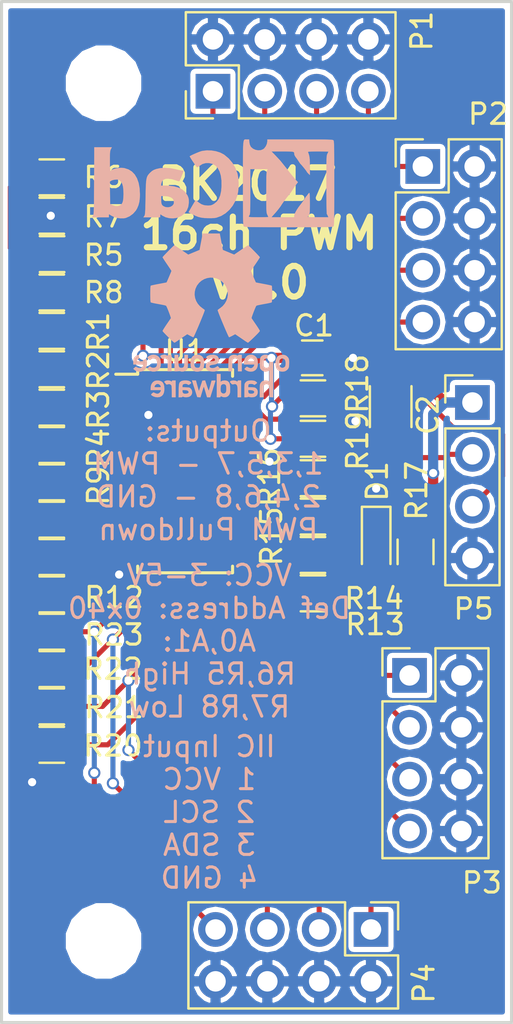
<source format=kicad_pcb>
(kicad_pcb (version 4) (host pcbnew 4.0.2-stable)

  (general
    (links 93)
    (no_connects 0)
    (area 99.924999 99.924999 125.075001 150.075001)
    (thickness 1.6)
    (drawings 8)
    (tracks 334)
    (zones 0)
    (modules 36)
    (nets 24)
  )

  (page A4)
  (layers
    (0 F.Cu signal)
    (31 B.Cu signal)
    (32 B.Adhes user)
    (33 F.Adhes user)
    (34 B.Paste user)
    (35 F.Paste user)
    (36 B.SilkS user)
    (37 F.SilkS user)
    (38 B.Mask user)
    (39 F.Mask user)
    (40 Dwgs.User user)
    (41 Cmts.User user)
    (42 Eco1.User user)
    (43 Eco2.User user)
    (44 Edge.Cuts user)
    (45 Margin user)
    (46 B.CrtYd user)
    (47 F.CrtYd user)
    (48 B.Fab user)
    (49 F.Fab user hide)
  )

  (setup
    (last_trace_width 0.25)
    (trace_clearance 0.2)
    (zone_clearance 0.25)
    (zone_45_only no)
    (trace_min 0.2)
    (segment_width 0.2)
    (edge_width 0.15)
    (via_size 0.6)
    (via_drill 0.4)
    (via_min_size 0.4)
    (via_min_drill 0.3)
    (uvia_size 0.3)
    (uvia_drill 0.1)
    (uvias_allowed no)
    (uvia_min_size 0.2)
    (uvia_min_drill 0.1)
    (pcb_text_width 0.3)
    (pcb_text_size 1.5 1.5)
    (mod_edge_width 0.15)
    (mod_text_size 1 1)
    (mod_text_width 0.15)
    (pad_size 1.524 1.524)
    (pad_drill 0.762)
    (pad_to_mask_clearance 0)
    (aux_axis_origin 0 0)
    (visible_elements FFFEFF7F)
    (pcbplotparams
      (layerselection 0x00030_80000001)
      (usegerberextensions false)
      (excludeedgelayer true)
      (linewidth 0.100000)
      (plotframeref false)
      (viasonmask false)
      (mode 1)
      (useauxorigin false)
      (hpglpennumber 1)
      (hpglpenspeed 20)
      (hpglpendiameter 15)
      (hpglpenoverlay 2)
      (psnegative false)
      (psa4output false)
      (plotreference true)
      (plotvalue true)
      (plotinvisibletext false)
      (padsonsilk false)
      (subtractmaskfromsilk false)
      (outputformat 1)
      (mirror false)
      (drillshape 1)
      (scaleselection 1)
      (outputdirectory ""))
  )

  (net 0 "")
  (net 1 +3V3)
  (net 2 GND)
  (net 3 /LED0)
  (net 4 /LED1)
  (net 5 /LED2)
  (net 6 /LED3)
  (net 7 /A1)
  (net 8 /A0)
  (net 9 /LED4)
  (net 10 /LED5)
  (net 11 /LED6)
  (net 12 /LED7)
  (net 13 /LED8)
  (net 14 /LED9)
  (net 15 /LED10)
  (net 16 /LED11)
  (net 17 "Net-(D1-Pad2)")
  (net 18 /SDA)
  (net 19 /SCL)
  (net 20 /LED12)
  (net 21 /LED13)
  (net 22 /LED14)
  (net 23 /LED15)

  (net_class Default "This is the default net class."
    (clearance 0.2)
    (trace_width 0.25)
    (via_dia 0.6)
    (via_drill 0.4)
    (uvia_dia 0.3)
    (uvia_drill 0.1)
    (add_net +3V3)
    (add_net /A0)
    (add_net /A1)
    (add_net /LED0)
    (add_net /LED1)
    (add_net /LED10)
    (add_net /LED11)
    (add_net /LED12)
    (add_net /LED13)
    (add_net /LED14)
    (add_net /LED15)
    (add_net /LED2)
    (add_net /LED3)
    (add_net /LED4)
    (add_net /LED5)
    (add_net /LED6)
    (add_net /LED7)
    (add_net /LED8)
    (add_net /LED9)
    (add_net /SCL)
    (add_net /SDA)
    (add_net GND)
    (add_net "Net-(D1-Pad2)")
  )

  (module Capacitors_SMD:C_0805 (layer F.Cu) (tedit 58AA8463) (tstamp 58E1CFFD)
    (at 115.2304 117.4496)
    (descr "Capacitor SMD 0805, reflow soldering, AVX (see smccp.pdf)")
    (tags "capacitor 0805")
    (path /58E1CD53)
    (attr smd)
    (fp_text reference C1 (at 0.0856 -1.5748) (layer F.SilkS)
      (effects (font (size 1 1) (thickness 0.15)))
    )
    (fp_text value 100n (at 0 1.75) (layer F.Fab)
      (effects (font (size 1 1) (thickness 0.15)))
    )
    (fp_text user %R (at 0 -1.5) (layer F.Fab)
      (effects (font (size 1 1) (thickness 0.15)))
    )
    (fp_line (start -1 0.62) (end -1 -0.62) (layer F.Fab) (width 0.1))
    (fp_line (start 1 0.62) (end -1 0.62) (layer F.Fab) (width 0.1))
    (fp_line (start 1 -0.62) (end 1 0.62) (layer F.Fab) (width 0.1))
    (fp_line (start -1 -0.62) (end 1 -0.62) (layer F.Fab) (width 0.1))
    (fp_line (start 0.5 -0.85) (end -0.5 -0.85) (layer F.SilkS) (width 0.12))
    (fp_line (start -0.5 0.85) (end 0.5 0.85) (layer F.SilkS) (width 0.12))
    (fp_line (start -1.75 -0.88) (end 1.75 -0.88) (layer F.CrtYd) (width 0.05))
    (fp_line (start -1.75 -0.88) (end -1.75 0.87) (layer F.CrtYd) (width 0.05))
    (fp_line (start 1.75 0.87) (end 1.75 -0.88) (layer F.CrtYd) (width 0.05))
    (fp_line (start 1.75 0.87) (end -1.75 0.87) (layer F.CrtYd) (width 0.05))
    (pad 1 smd rect (at -1 0) (size 1 1.25) (layers F.Cu F.Paste F.Mask)
      (net 1 +3V3))
    (pad 2 smd rect (at 1 0) (size 1 1.25) (layers F.Cu F.Paste F.Mask)
      (net 2 GND))
    (model Capacitors_SMD.3dshapes/C_0805.wrl
      (at (xyz 0 0 0))
      (scale (xyz 1 1 1))
      (rotate (xyz 0 0 0))
    )
  )

  (module Capacitors_SMD:C_1206 (layer F.Cu) (tedit 58AA84B8) (tstamp 58E1D00E)
    (at 119.0752 119.8372 270)
    (descr "Capacitor SMD 1206, reflow soldering, AVX (see smccp.pdf)")
    (tags "capacitor 1206")
    (path /58E1CDBA)
    (attr smd)
    (fp_text reference C2 (at 0.4064 -1.8288 270) (layer F.SilkS)
      (effects (font (size 1 1) (thickness 0.15)))
    )
    (fp_text value 10u (at 0 2 270) (layer F.Fab)
      (effects (font (size 1 1) (thickness 0.15)))
    )
    (fp_text user %R (at 0 -1.75 270) (layer F.Fab)
      (effects (font (size 1 1) (thickness 0.15)))
    )
    (fp_line (start -1.6 0.8) (end -1.6 -0.8) (layer F.Fab) (width 0.1))
    (fp_line (start 1.6 0.8) (end -1.6 0.8) (layer F.Fab) (width 0.1))
    (fp_line (start 1.6 -0.8) (end 1.6 0.8) (layer F.Fab) (width 0.1))
    (fp_line (start -1.6 -0.8) (end 1.6 -0.8) (layer F.Fab) (width 0.1))
    (fp_line (start 1 -1.02) (end -1 -1.02) (layer F.SilkS) (width 0.12))
    (fp_line (start -1 1.02) (end 1 1.02) (layer F.SilkS) (width 0.12))
    (fp_line (start -2.25 -1.05) (end 2.25 -1.05) (layer F.CrtYd) (width 0.05))
    (fp_line (start -2.25 -1.05) (end -2.25 1.05) (layer F.CrtYd) (width 0.05))
    (fp_line (start 2.25 1.05) (end 2.25 -1.05) (layer F.CrtYd) (width 0.05))
    (fp_line (start 2.25 1.05) (end -2.25 1.05) (layer F.CrtYd) (width 0.05))
    (pad 1 smd rect (at -1.5 0 270) (size 1 1.6) (layers F.Cu F.Paste F.Mask)
      (net 1 +3V3))
    (pad 2 smd rect (at 1.5 0 270) (size 1 1.6) (layers F.Cu F.Paste F.Mask)
      (net 2 GND))
    (model Capacitors_SMD.3dshapes/C_1206.wrl
      (at (xyz 0 0 0))
      (scale (xyz 1 1 1))
      (rotate (xyz 0 0 0))
    )
  )

  (module Resistors_SMD:R_0805 (layer F.Cu) (tedit 58AADA8F) (tstamp 58E1D01F)
    (at 102.4636 116.1288)
    (descr "Resistor SMD 0805, reflow soldering, Vishay (see dcrcw.pdf)")
    (tags "resistor 0805")
    (path /58E20D9C)
    (attr smd)
    (fp_text reference R1 (at 2.286 0.0508 90) (layer F.SilkS)
      (effects (font (size 1 1) (thickness 0.15)))
    )
    (fp_text value 10K (at 0 1.75) (layer F.Fab)
      (effects (font (size 1 1) (thickness 0.15)))
    )
    (fp_text user %R (at 0 -1.65) (layer F.Fab)
      (effects (font (size 1 1) (thickness 0.15)))
    )
    (fp_line (start -1 0.62) (end -1 -0.62) (layer F.Fab) (width 0.1))
    (fp_line (start 1 0.62) (end -1 0.62) (layer F.Fab) (width 0.1))
    (fp_line (start 1 -0.62) (end 1 0.62) (layer F.Fab) (width 0.1))
    (fp_line (start -1 -0.62) (end 1 -0.62) (layer F.Fab) (width 0.1))
    (fp_line (start 0.6 0.88) (end -0.6 0.88) (layer F.SilkS) (width 0.12))
    (fp_line (start -0.6 -0.88) (end 0.6 -0.88) (layer F.SilkS) (width 0.12))
    (fp_line (start -1.55 -0.9) (end 1.55 -0.9) (layer F.CrtYd) (width 0.05))
    (fp_line (start -1.55 -0.9) (end -1.55 0.9) (layer F.CrtYd) (width 0.05))
    (fp_line (start 1.55 0.9) (end 1.55 -0.9) (layer F.CrtYd) (width 0.05))
    (fp_line (start 1.55 0.9) (end -1.55 0.9) (layer F.CrtYd) (width 0.05))
    (pad 1 smd rect (at -0.95 0) (size 0.7 1.3) (layers F.Cu F.Paste F.Mask)
      (net 2 GND))
    (pad 2 smd rect (at 0.95 0) (size 0.7 1.3) (layers F.Cu F.Paste F.Mask)
      (net 3 /LED0))
    (model Resistors_SMD.3dshapes/R_0805.wrl
      (at (xyz 0 0 0))
      (scale (xyz 1 1 1))
      (rotate (xyz 0 0 0))
    )
  )

  (module Resistors_SMD:R_0805 (layer F.Cu) (tedit 58AADA8F) (tstamp 58E1D030)
    (at 102.4636 118.0084)
    (descr "Resistor SMD 0805, reflow soldering, Vishay (see dcrcw.pdf)")
    (tags "resistor 0805")
    (path /58E20DA2)
    (attr smd)
    (fp_text reference R2 (at 2.286 0.0508 90) (layer F.SilkS)
      (effects (font (size 1 1) (thickness 0.15)))
    )
    (fp_text value 10K (at 0 1.75) (layer F.Fab)
      (effects (font (size 1 1) (thickness 0.15)))
    )
    (fp_text user %R (at 0 -1.65) (layer F.Fab)
      (effects (font (size 1 1) (thickness 0.15)))
    )
    (fp_line (start -1 0.62) (end -1 -0.62) (layer F.Fab) (width 0.1))
    (fp_line (start 1 0.62) (end -1 0.62) (layer F.Fab) (width 0.1))
    (fp_line (start 1 -0.62) (end 1 0.62) (layer F.Fab) (width 0.1))
    (fp_line (start -1 -0.62) (end 1 -0.62) (layer F.Fab) (width 0.1))
    (fp_line (start 0.6 0.88) (end -0.6 0.88) (layer F.SilkS) (width 0.12))
    (fp_line (start -0.6 -0.88) (end 0.6 -0.88) (layer F.SilkS) (width 0.12))
    (fp_line (start -1.55 -0.9) (end 1.55 -0.9) (layer F.CrtYd) (width 0.05))
    (fp_line (start -1.55 -0.9) (end -1.55 0.9) (layer F.CrtYd) (width 0.05))
    (fp_line (start 1.55 0.9) (end 1.55 -0.9) (layer F.CrtYd) (width 0.05))
    (fp_line (start 1.55 0.9) (end -1.55 0.9) (layer F.CrtYd) (width 0.05))
    (pad 1 smd rect (at -0.95 0) (size 0.7 1.3) (layers F.Cu F.Paste F.Mask)
      (net 2 GND))
    (pad 2 smd rect (at 0.95 0) (size 0.7 1.3) (layers F.Cu F.Paste F.Mask)
      (net 4 /LED1))
    (model Resistors_SMD.3dshapes/R_0805.wrl
      (at (xyz 0 0 0))
      (scale (xyz 1 1 1))
      (rotate (xyz 0 0 0))
    )
  )

  (module Resistors_SMD:R_0805 (layer F.Cu) (tedit 58AADA8F) (tstamp 58E1D041)
    (at 102.4636 119.888)
    (descr "Resistor SMD 0805, reflow soldering, Vishay (see dcrcw.pdf)")
    (tags "resistor 0805")
    (path /58E20DA8)
    (attr smd)
    (fp_text reference R3 (at 2.286 0.1016 90) (layer F.SilkS)
      (effects (font (size 1 1) (thickness 0.15)))
    )
    (fp_text value 10K (at 0 1.75) (layer F.Fab)
      (effects (font (size 1 1) (thickness 0.15)))
    )
    (fp_text user %R (at 0 -1.65) (layer F.Fab)
      (effects (font (size 1 1) (thickness 0.15)))
    )
    (fp_line (start -1 0.62) (end -1 -0.62) (layer F.Fab) (width 0.1))
    (fp_line (start 1 0.62) (end -1 0.62) (layer F.Fab) (width 0.1))
    (fp_line (start 1 -0.62) (end 1 0.62) (layer F.Fab) (width 0.1))
    (fp_line (start -1 -0.62) (end 1 -0.62) (layer F.Fab) (width 0.1))
    (fp_line (start 0.6 0.88) (end -0.6 0.88) (layer F.SilkS) (width 0.12))
    (fp_line (start -0.6 -0.88) (end 0.6 -0.88) (layer F.SilkS) (width 0.12))
    (fp_line (start -1.55 -0.9) (end 1.55 -0.9) (layer F.CrtYd) (width 0.05))
    (fp_line (start -1.55 -0.9) (end -1.55 0.9) (layer F.CrtYd) (width 0.05))
    (fp_line (start 1.55 0.9) (end 1.55 -0.9) (layer F.CrtYd) (width 0.05))
    (fp_line (start 1.55 0.9) (end -1.55 0.9) (layer F.CrtYd) (width 0.05))
    (pad 1 smd rect (at -0.95 0) (size 0.7 1.3) (layers F.Cu F.Paste F.Mask)
      (net 2 GND))
    (pad 2 smd rect (at 0.95 0) (size 0.7 1.3) (layers F.Cu F.Paste F.Mask)
      (net 5 /LED2))
    (model Resistors_SMD.3dshapes/R_0805.wrl
      (at (xyz 0 0 0))
      (scale (xyz 1 1 1))
      (rotate (xyz 0 0 0))
    )
  )

  (module Resistors_SMD:R_0805 (layer F.Cu) (tedit 58AADA8F) (tstamp 58E1D052)
    (at 102.4636 121.7168)
    (descr "Resistor SMD 0805, reflow soldering, Vishay (see dcrcw.pdf)")
    (tags "resistor 0805")
    (path /58E20DAE)
    (attr smd)
    (fp_text reference R4 (at 2.286 0.1524 90) (layer F.SilkS)
      (effects (font (size 1 1) (thickness 0.15)))
    )
    (fp_text value 10K (at 0 1.75) (layer F.Fab)
      (effects (font (size 1 1) (thickness 0.15)))
    )
    (fp_text user %R (at 0 -1.65) (layer F.Fab)
      (effects (font (size 1 1) (thickness 0.15)))
    )
    (fp_line (start -1 0.62) (end -1 -0.62) (layer F.Fab) (width 0.1))
    (fp_line (start 1 0.62) (end -1 0.62) (layer F.Fab) (width 0.1))
    (fp_line (start 1 -0.62) (end 1 0.62) (layer F.Fab) (width 0.1))
    (fp_line (start -1 -0.62) (end 1 -0.62) (layer F.Fab) (width 0.1))
    (fp_line (start 0.6 0.88) (end -0.6 0.88) (layer F.SilkS) (width 0.12))
    (fp_line (start -0.6 -0.88) (end 0.6 -0.88) (layer F.SilkS) (width 0.12))
    (fp_line (start -1.55 -0.9) (end 1.55 -0.9) (layer F.CrtYd) (width 0.05))
    (fp_line (start -1.55 -0.9) (end -1.55 0.9) (layer F.CrtYd) (width 0.05))
    (fp_line (start 1.55 0.9) (end 1.55 -0.9) (layer F.CrtYd) (width 0.05))
    (fp_line (start 1.55 0.9) (end -1.55 0.9) (layer F.CrtYd) (width 0.05))
    (pad 1 smd rect (at -0.95 0) (size 0.7 1.3) (layers F.Cu F.Paste F.Mask)
      (net 2 GND))
    (pad 2 smd rect (at 0.95 0) (size 0.7 1.3) (layers F.Cu F.Paste F.Mask)
      (net 6 /LED3))
    (model Resistors_SMD.3dshapes/R_0805.wrl
      (at (xyz 0 0 0))
      (scale (xyz 1 1 1))
      (rotate (xyz 0 0 0))
    )
  )

  (module Resistors_SMD:R_0805 (layer F.Cu) (tedit 58AADA8F) (tstamp 58E1D063)
    (at 102.4788 112.3696 180)
    (descr "Resistor SMD 0805, reflow soldering, Vishay (see dcrcw.pdf)")
    (tags "resistor 0805")
    (path /58E1E104)
    (attr smd)
    (fp_text reference R5 (at -2.5248 -0.0508 360) (layer F.SilkS)
      (effects (font (size 1 1) (thickness 0.15)))
    )
    (fp_text value 10K (at 0 1.75 180) (layer F.Fab)
      (effects (font (size 1 1) (thickness 0.15)))
    )
    (fp_text user %R (at 0 -1.65 180) (layer F.Fab)
      (effects (font (size 1 1) (thickness 0.15)))
    )
    (fp_line (start -1 0.62) (end -1 -0.62) (layer F.Fab) (width 0.1))
    (fp_line (start 1 0.62) (end -1 0.62) (layer F.Fab) (width 0.1))
    (fp_line (start 1 -0.62) (end 1 0.62) (layer F.Fab) (width 0.1))
    (fp_line (start -1 -0.62) (end 1 -0.62) (layer F.Fab) (width 0.1))
    (fp_line (start 0.6 0.88) (end -0.6 0.88) (layer F.SilkS) (width 0.12))
    (fp_line (start -0.6 -0.88) (end 0.6 -0.88) (layer F.SilkS) (width 0.12))
    (fp_line (start -1.55 -0.9) (end 1.55 -0.9) (layer F.CrtYd) (width 0.05))
    (fp_line (start -1.55 -0.9) (end -1.55 0.9) (layer F.CrtYd) (width 0.05))
    (fp_line (start 1.55 0.9) (end 1.55 -0.9) (layer F.CrtYd) (width 0.05))
    (fp_line (start 1.55 0.9) (end -1.55 0.9) (layer F.CrtYd) (width 0.05))
    (pad 1 smd rect (at -0.95 0 180) (size 0.7 1.3) (layers F.Cu F.Paste F.Mask)
      (net 7 /A1))
    (pad 2 smd rect (at 0.95 0 180) (size 0.7 1.3) (layers F.Cu F.Paste F.Mask)
      (net 1 +3V3))
    (model Resistors_SMD.3dshapes/R_0805.wrl
      (at (xyz 0 0 0))
      (scale (xyz 1 1 1))
      (rotate (xyz 0 0 0))
    )
  )

  (module Resistors_SMD:R_0805 (layer F.Cu) (tedit 58AADA8F) (tstamp 58E1D074)
    (at 102.4636 108.6104 180)
    (descr "Resistor SMD 0805, reflow soldering, Vishay (see dcrcw.pdf)")
    (tags "resistor 0805")
    (path /58E1E068)
    (attr smd)
    (fp_text reference R6 (at -2.54 0 180) (layer F.SilkS)
      (effects (font (size 1 1) (thickness 0.15)))
    )
    (fp_text value 10K (at 0 1.75 180) (layer F.Fab)
      (effects (font (size 1 1) (thickness 0.15)))
    )
    (fp_text user %R (at 0 -1.65 180) (layer F.Fab)
      (effects (font (size 1 1) (thickness 0.15)))
    )
    (fp_line (start -1 0.62) (end -1 -0.62) (layer F.Fab) (width 0.1))
    (fp_line (start 1 0.62) (end -1 0.62) (layer F.Fab) (width 0.1))
    (fp_line (start 1 -0.62) (end 1 0.62) (layer F.Fab) (width 0.1))
    (fp_line (start -1 -0.62) (end 1 -0.62) (layer F.Fab) (width 0.1))
    (fp_line (start 0.6 0.88) (end -0.6 0.88) (layer F.SilkS) (width 0.12))
    (fp_line (start -0.6 -0.88) (end 0.6 -0.88) (layer F.SilkS) (width 0.12))
    (fp_line (start -1.55 -0.9) (end 1.55 -0.9) (layer F.CrtYd) (width 0.05))
    (fp_line (start -1.55 -0.9) (end -1.55 0.9) (layer F.CrtYd) (width 0.05))
    (fp_line (start 1.55 0.9) (end 1.55 -0.9) (layer F.CrtYd) (width 0.05))
    (fp_line (start 1.55 0.9) (end -1.55 0.9) (layer F.CrtYd) (width 0.05))
    (pad 1 smd rect (at -0.95 0 180) (size 0.7 1.3) (layers F.Cu F.Paste F.Mask)
      (net 8 /A0))
    (pad 2 smd rect (at 0.95 0 180) (size 0.7 1.3) (layers F.Cu F.Paste F.Mask)
      (net 1 +3V3))
    (model Resistors_SMD.3dshapes/R_0805.wrl
      (at (xyz 0 0 0))
      (scale (xyz 1 1 1))
      (rotate (xyz 0 0 0))
    )
  )

  (module Resistors_SMD:R_0805 (layer F.Cu) (tedit 58AADA8F) (tstamp 58E1D085)
    (at 102.4636 110.49 180)
    (descr "Resistor SMD 0805, reflow soldering, Vishay (see dcrcw.pdf)")
    (tags "resistor 0805")
    (path /58E1E09A)
    (attr smd)
    (fp_text reference R7 (at -2.54 -0.0508 360) (layer F.SilkS)
      (effects (font (size 1 1) (thickness 0.15)))
    )
    (fp_text value 10K (at 0 1.75 180) (layer F.Fab)
      (effects (font (size 1 1) (thickness 0.15)))
    )
    (fp_text user %R (at 0 -1.65 180) (layer F.Fab)
      (effects (font (size 1 1) (thickness 0.15)))
    )
    (fp_line (start -1 0.62) (end -1 -0.62) (layer F.Fab) (width 0.1))
    (fp_line (start 1 0.62) (end -1 0.62) (layer F.Fab) (width 0.1))
    (fp_line (start 1 -0.62) (end 1 0.62) (layer F.Fab) (width 0.1))
    (fp_line (start -1 -0.62) (end 1 -0.62) (layer F.Fab) (width 0.1))
    (fp_line (start 0.6 0.88) (end -0.6 0.88) (layer F.SilkS) (width 0.12))
    (fp_line (start -0.6 -0.88) (end 0.6 -0.88) (layer F.SilkS) (width 0.12))
    (fp_line (start -1.55 -0.9) (end 1.55 -0.9) (layer F.CrtYd) (width 0.05))
    (fp_line (start -1.55 -0.9) (end -1.55 0.9) (layer F.CrtYd) (width 0.05))
    (fp_line (start 1.55 0.9) (end 1.55 -0.9) (layer F.CrtYd) (width 0.05))
    (fp_line (start 1.55 0.9) (end -1.55 0.9) (layer F.CrtYd) (width 0.05))
    (pad 1 smd rect (at -0.95 0 180) (size 0.7 1.3) (layers F.Cu F.Paste F.Mask)
      (net 8 /A0))
    (pad 2 smd rect (at 0.95 0 180) (size 0.7 1.3) (layers F.Cu F.Paste F.Mask)
      (net 2 GND))
    (model Resistors_SMD.3dshapes/R_0805.wrl
      (at (xyz 0 0 0))
      (scale (xyz 1 1 1))
      (rotate (xyz 0 0 0))
    )
  )

  (module Resistors_SMD:R_0805 (layer F.Cu) (tedit 58AADA8F) (tstamp 58E1D096)
    (at 102.4636 114.2492 180)
    (descr "Resistor SMD 0805, reflow soldering, Vishay (see dcrcw.pdf)")
    (tags "resistor 0805")
    (path /58E1DF8E)
    (attr smd)
    (fp_text reference R8 (at -2.54 0 180) (layer F.SilkS)
      (effects (font (size 1 1) (thickness 0.15)))
    )
    (fp_text value 10K (at 0 1.75 180) (layer F.Fab)
      (effects (font (size 1 1) (thickness 0.15)))
    )
    (fp_text user %R (at 0 -1.65 180) (layer F.Fab)
      (effects (font (size 1 1) (thickness 0.15)))
    )
    (fp_line (start -1 0.62) (end -1 -0.62) (layer F.Fab) (width 0.1))
    (fp_line (start 1 0.62) (end -1 0.62) (layer F.Fab) (width 0.1))
    (fp_line (start 1 -0.62) (end 1 0.62) (layer F.Fab) (width 0.1))
    (fp_line (start -1 -0.62) (end 1 -0.62) (layer F.Fab) (width 0.1))
    (fp_line (start 0.6 0.88) (end -0.6 0.88) (layer F.SilkS) (width 0.12))
    (fp_line (start -0.6 -0.88) (end 0.6 -0.88) (layer F.SilkS) (width 0.12))
    (fp_line (start -1.55 -0.9) (end 1.55 -0.9) (layer F.CrtYd) (width 0.05))
    (fp_line (start -1.55 -0.9) (end -1.55 0.9) (layer F.CrtYd) (width 0.05))
    (fp_line (start 1.55 0.9) (end 1.55 -0.9) (layer F.CrtYd) (width 0.05))
    (fp_line (start 1.55 0.9) (end -1.55 0.9) (layer F.CrtYd) (width 0.05))
    (pad 1 smd rect (at -0.95 0 180) (size 0.7 1.3) (layers F.Cu F.Paste F.Mask)
      (net 7 /A1))
    (pad 2 smd rect (at 0.95 0 180) (size 0.7 1.3) (layers F.Cu F.Paste F.Mask)
      (net 2 GND))
    (model Resistors_SMD.3dshapes/R_0805.wrl
      (at (xyz 0 0 0))
      (scale (xyz 1 1 1))
      (rotate (xyz 0 0 0))
    )
  )

  (module Resistors_SMD:R_0805 (layer F.Cu) (tedit 58AADA8F) (tstamp 58E1D0A7)
    (at 102.4636 123.5456)
    (descr "Resistor SMD 0805, reflow soldering, Vishay (see dcrcw.pdf)")
    (tags "resistor 0805")
    (path /58E1F696)
    (attr smd)
    (fp_text reference R9 (at 2.286 0.1524 90) (layer F.SilkS)
      (effects (font (size 1 1) (thickness 0.15)))
    )
    (fp_text value 10K (at 0 1.75) (layer F.Fab)
      (effects (font (size 1 1) (thickness 0.15)))
    )
    (fp_text user %R (at 0 -1.65) (layer F.Fab)
      (effects (font (size 1 1) (thickness 0.15)))
    )
    (fp_line (start -1 0.62) (end -1 -0.62) (layer F.Fab) (width 0.1))
    (fp_line (start 1 0.62) (end -1 0.62) (layer F.Fab) (width 0.1))
    (fp_line (start 1 -0.62) (end 1 0.62) (layer F.Fab) (width 0.1))
    (fp_line (start -1 -0.62) (end 1 -0.62) (layer F.Fab) (width 0.1))
    (fp_line (start 0.6 0.88) (end -0.6 0.88) (layer F.SilkS) (width 0.12))
    (fp_line (start -0.6 -0.88) (end 0.6 -0.88) (layer F.SilkS) (width 0.12))
    (fp_line (start -1.55 -0.9) (end 1.55 -0.9) (layer F.CrtYd) (width 0.05))
    (fp_line (start -1.55 -0.9) (end -1.55 0.9) (layer F.CrtYd) (width 0.05))
    (fp_line (start 1.55 0.9) (end 1.55 -0.9) (layer F.CrtYd) (width 0.05))
    (fp_line (start 1.55 0.9) (end -1.55 0.9) (layer F.CrtYd) (width 0.05))
    (pad 1 smd rect (at -0.95 0) (size 0.7 1.3) (layers F.Cu F.Paste F.Mask)
      (net 2 GND))
    (pad 2 smd rect (at 0.95 0) (size 0.7 1.3) (layers F.Cu F.Paste F.Mask)
      (net 9 /LED4))
    (model Resistors_SMD.3dshapes/R_0805.wrl
      (at (xyz 0 0 0))
      (scale (xyz 1 1 1))
      (rotate (xyz 0 0 0))
    )
  )

  (module Resistors_SMD:R_0805 (layer F.Cu) (tedit 58E1F11F) (tstamp 58E1D0B8)
    (at 102.4636 125.3744)
    (descr "Resistor SMD 0805, reflow soldering, Vishay (see dcrcw.pdf)")
    (tags "resistor 0805")
    (path /58E1F80F)
    (attr smd)
    (fp_text reference R10 (at 2.286 0.6604 90) (layer F.SilkS) hide
      (effects (font (size 1 1) (thickness 0.15)))
    )
    (fp_text value 10K (at 0 1.75) (layer F.Fab)
      (effects (font (size 1 1) (thickness 0.15)))
    )
    (fp_text user %R (at 0 -1.65) (layer F.Fab)
      (effects (font (size 1 1) (thickness 0.15)))
    )
    (fp_line (start -1 0.62) (end -1 -0.62) (layer F.Fab) (width 0.1))
    (fp_line (start 1 0.62) (end -1 0.62) (layer F.Fab) (width 0.1))
    (fp_line (start 1 -0.62) (end 1 0.62) (layer F.Fab) (width 0.1))
    (fp_line (start -1 -0.62) (end 1 -0.62) (layer F.Fab) (width 0.1))
    (fp_line (start 0.6 0.88) (end -0.6 0.88) (layer F.SilkS) (width 0.12))
    (fp_line (start -0.6 -0.88) (end 0.6 -0.88) (layer F.SilkS) (width 0.12))
    (fp_line (start -1.55 -0.9) (end 1.55 -0.9) (layer F.CrtYd) (width 0.05))
    (fp_line (start -1.55 -0.9) (end -1.55 0.9) (layer F.CrtYd) (width 0.05))
    (fp_line (start 1.55 0.9) (end 1.55 -0.9) (layer F.CrtYd) (width 0.05))
    (fp_line (start 1.55 0.9) (end -1.55 0.9) (layer F.CrtYd) (width 0.05))
    (pad 1 smd rect (at -0.95 0) (size 0.7 1.3) (layers F.Cu F.Paste F.Mask)
      (net 2 GND))
    (pad 2 smd rect (at 0.95 0) (size 0.7 1.3) (layers F.Cu F.Paste F.Mask)
      (net 10 /LED5))
    (model Resistors_SMD.3dshapes/R_0805.wrl
      (at (xyz 0 0 0))
      (scale (xyz 1 1 1))
      (rotate (xyz 0 0 0))
    )
  )

  (module Resistors_SMD:R_0805 (layer F.Cu) (tedit 58E1F124) (tstamp 58E1D0C9)
    (at 102.4636 127.2032)
    (descr "Resistor SMD 0805, reflow soldering, Vishay (see dcrcw.pdf)")
    (tags "resistor 0805")
    (path /58E1F857)
    (attr smd)
    (fp_text reference R11 (at 2.3368 1.524 90) (layer F.SilkS) hide
      (effects (font (size 1 1) (thickness 0.15)))
    )
    (fp_text value 10K (at 0 1.75) (layer F.Fab)
      (effects (font (size 1 1) (thickness 0.15)))
    )
    (fp_text user %R (at 0 -1.65) (layer F.Fab)
      (effects (font (size 1 1) (thickness 0.15)))
    )
    (fp_line (start -1 0.62) (end -1 -0.62) (layer F.Fab) (width 0.1))
    (fp_line (start 1 0.62) (end -1 0.62) (layer F.Fab) (width 0.1))
    (fp_line (start 1 -0.62) (end 1 0.62) (layer F.Fab) (width 0.1))
    (fp_line (start -1 -0.62) (end 1 -0.62) (layer F.Fab) (width 0.1))
    (fp_line (start 0.6 0.88) (end -0.6 0.88) (layer F.SilkS) (width 0.12))
    (fp_line (start -0.6 -0.88) (end 0.6 -0.88) (layer F.SilkS) (width 0.12))
    (fp_line (start -1.55 -0.9) (end 1.55 -0.9) (layer F.CrtYd) (width 0.05))
    (fp_line (start -1.55 -0.9) (end -1.55 0.9) (layer F.CrtYd) (width 0.05))
    (fp_line (start 1.55 0.9) (end 1.55 -0.9) (layer F.CrtYd) (width 0.05))
    (fp_line (start 1.55 0.9) (end -1.55 0.9) (layer F.CrtYd) (width 0.05))
    (pad 1 smd rect (at -0.95 0) (size 0.7 1.3) (layers F.Cu F.Paste F.Mask)
      (net 2 GND))
    (pad 2 smd rect (at 0.95 0) (size 0.7 1.3) (layers F.Cu F.Paste F.Mask)
      (net 11 /LED6))
    (model Resistors_SMD.3dshapes/R_0805.wrl
      (at (xyz 0 0 0))
      (scale (xyz 1 1 1))
      (rotate (xyz 0 0 0))
    )
  )

  (module Resistors_SMD:R_0805 (layer F.Cu) (tedit 58AADA8F) (tstamp 58E1D0DA)
    (at 102.4636 129.032)
    (descr "Resistor SMD 0805, reflow soldering, Vishay (see dcrcw.pdf)")
    (tags "resistor 0805")
    (path /58E1F8A6)
    (attr smd)
    (fp_text reference R12 (at 3.048 0.1524) (layer F.SilkS)
      (effects (font (size 1 1) (thickness 0.15)))
    )
    (fp_text value 10K (at 0 1.75) (layer F.Fab)
      (effects (font (size 1 1) (thickness 0.15)))
    )
    (fp_text user %R (at 0 -1.65) (layer F.Fab)
      (effects (font (size 1 1) (thickness 0.15)))
    )
    (fp_line (start -1 0.62) (end -1 -0.62) (layer F.Fab) (width 0.1))
    (fp_line (start 1 0.62) (end -1 0.62) (layer F.Fab) (width 0.1))
    (fp_line (start 1 -0.62) (end 1 0.62) (layer F.Fab) (width 0.1))
    (fp_line (start -1 -0.62) (end 1 -0.62) (layer F.Fab) (width 0.1))
    (fp_line (start 0.6 0.88) (end -0.6 0.88) (layer F.SilkS) (width 0.12))
    (fp_line (start -0.6 -0.88) (end 0.6 -0.88) (layer F.SilkS) (width 0.12))
    (fp_line (start -1.55 -0.9) (end 1.55 -0.9) (layer F.CrtYd) (width 0.05))
    (fp_line (start -1.55 -0.9) (end -1.55 0.9) (layer F.CrtYd) (width 0.05))
    (fp_line (start 1.55 0.9) (end 1.55 -0.9) (layer F.CrtYd) (width 0.05))
    (fp_line (start 1.55 0.9) (end -1.55 0.9) (layer F.CrtYd) (width 0.05))
    (pad 1 smd rect (at -0.95 0) (size 0.7 1.3) (layers F.Cu F.Paste F.Mask)
      (net 2 GND))
    (pad 2 smd rect (at 0.95 0) (size 0.7 1.3) (layers F.Cu F.Paste F.Mask)
      (net 12 /LED7))
    (model Resistors_SMD.3dshapes/R_0805.wrl
      (at (xyz 0 0 0))
      (scale (xyz 1 1 1))
      (rotate (xyz 0 0 0))
    )
  )

  (module Resistors_SMD:R_0805 (layer F.Cu) (tedit 58AADA8F) (tstamp 58E1D0EB)
    (at 115.2652 128.9812 180)
    (descr "Resistor SMD 0805, reflow soldering, Vishay (see dcrcw.pdf)")
    (tags "resistor 0805")
    (path /58E212F8)
    (attr smd)
    (fp_text reference R13 (at -3.048 -1.524 180) (layer F.SilkS)
      (effects (font (size 1 1) (thickness 0.15)))
    )
    (fp_text value 10K (at 0 1.75 180) (layer F.Fab)
      (effects (font (size 1 1) (thickness 0.15)))
    )
    (fp_text user %R (at 0 -1.65 180) (layer F.Fab)
      (effects (font (size 1 1) (thickness 0.15)))
    )
    (fp_line (start -1 0.62) (end -1 -0.62) (layer F.Fab) (width 0.1))
    (fp_line (start 1 0.62) (end -1 0.62) (layer F.Fab) (width 0.1))
    (fp_line (start 1 -0.62) (end 1 0.62) (layer F.Fab) (width 0.1))
    (fp_line (start -1 -0.62) (end 1 -0.62) (layer F.Fab) (width 0.1))
    (fp_line (start 0.6 0.88) (end -0.6 0.88) (layer F.SilkS) (width 0.12))
    (fp_line (start -0.6 -0.88) (end 0.6 -0.88) (layer F.SilkS) (width 0.12))
    (fp_line (start -1.55 -0.9) (end 1.55 -0.9) (layer F.CrtYd) (width 0.05))
    (fp_line (start -1.55 -0.9) (end -1.55 0.9) (layer F.CrtYd) (width 0.05))
    (fp_line (start 1.55 0.9) (end 1.55 -0.9) (layer F.CrtYd) (width 0.05))
    (fp_line (start 1.55 0.9) (end -1.55 0.9) (layer F.CrtYd) (width 0.05))
    (pad 1 smd rect (at -0.95 0 180) (size 0.7 1.3) (layers F.Cu F.Paste F.Mask)
      (net 2 GND))
    (pad 2 smd rect (at 0.95 0 180) (size 0.7 1.3) (layers F.Cu F.Paste F.Mask)
      (net 13 /LED8))
    (model Resistors_SMD.3dshapes/R_0805.wrl
      (at (xyz 0 0 0))
      (scale (xyz 1 1 1))
      (rotate (xyz 0 0 0))
    )
  )

  (module Resistors_SMD:R_0805 (layer F.Cu) (tedit 58AADA8F) (tstamp 58E1D0FC)
    (at 115.2652 127.1016 180)
    (descr "Resistor SMD 0805, reflow soldering, Vishay (see dcrcw.pdf)")
    (tags "resistor 0805")
    (path /58E212FE)
    (attr smd)
    (fp_text reference R14 (at -2.9972 -2.1336 180) (layer F.SilkS)
      (effects (font (size 1 1) (thickness 0.15)))
    )
    (fp_text value 10K (at 0 1.75 180) (layer F.Fab)
      (effects (font (size 1 1) (thickness 0.15)))
    )
    (fp_text user %R (at 0 -1.65 180) (layer F.Fab)
      (effects (font (size 1 1) (thickness 0.15)))
    )
    (fp_line (start -1 0.62) (end -1 -0.62) (layer F.Fab) (width 0.1))
    (fp_line (start 1 0.62) (end -1 0.62) (layer F.Fab) (width 0.1))
    (fp_line (start 1 -0.62) (end 1 0.62) (layer F.Fab) (width 0.1))
    (fp_line (start -1 -0.62) (end 1 -0.62) (layer F.Fab) (width 0.1))
    (fp_line (start 0.6 0.88) (end -0.6 0.88) (layer F.SilkS) (width 0.12))
    (fp_line (start -0.6 -0.88) (end 0.6 -0.88) (layer F.SilkS) (width 0.12))
    (fp_line (start -1.55 -0.9) (end 1.55 -0.9) (layer F.CrtYd) (width 0.05))
    (fp_line (start -1.55 -0.9) (end -1.55 0.9) (layer F.CrtYd) (width 0.05))
    (fp_line (start 1.55 0.9) (end 1.55 -0.9) (layer F.CrtYd) (width 0.05))
    (fp_line (start 1.55 0.9) (end -1.55 0.9) (layer F.CrtYd) (width 0.05))
    (pad 1 smd rect (at -0.95 0 180) (size 0.7 1.3) (layers F.Cu F.Paste F.Mask)
      (net 2 GND))
    (pad 2 smd rect (at 0.95 0 180) (size 0.7 1.3) (layers F.Cu F.Paste F.Mask)
      (net 14 /LED9))
    (model Resistors_SMD.3dshapes/R_0805.wrl
      (at (xyz 0 0 0))
      (scale (xyz 1 1 1))
      (rotate (xyz 0 0 0))
    )
  )

  (module Resistors_SMD:R_0805 (layer F.Cu) (tedit 58AADA8F) (tstamp 58E1D10D)
    (at 115.2652 125.222 180)
    (descr "Resistor SMD 0805, reflow soldering, Vishay (see dcrcw.pdf)")
    (tags "resistor 0805")
    (path /58E21304)
    (attr smd)
    (fp_text reference R15 (at 2.032 -0.9652 270) (layer F.SilkS)
      (effects (font (size 1 1) (thickness 0.15)))
    )
    (fp_text value 10K (at 0 1.75 180) (layer F.Fab)
      (effects (font (size 1 1) (thickness 0.15)))
    )
    (fp_text user %R (at 0 -1.65 180) (layer F.Fab)
      (effects (font (size 1 1) (thickness 0.15)))
    )
    (fp_line (start -1 0.62) (end -1 -0.62) (layer F.Fab) (width 0.1))
    (fp_line (start 1 0.62) (end -1 0.62) (layer F.Fab) (width 0.1))
    (fp_line (start 1 -0.62) (end 1 0.62) (layer F.Fab) (width 0.1))
    (fp_line (start -1 -0.62) (end 1 -0.62) (layer F.Fab) (width 0.1))
    (fp_line (start 0.6 0.88) (end -0.6 0.88) (layer F.SilkS) (width 0.12))
    (fp_line (start -0.6 -0.88) (end 0.6 -0.88) (layer F.SilkS) (width 0.12))
    (fp_line (start -1.55 -0.9) (end 1.55 -0.9) (layer F.CrtYd) (width 0.05))
    (fp_line (start -1.55 -0.9) (end -1.55 0.9) (layer F.CrtYd) (width 0.05))
    (fp_line (start 1.55 0.9) (end 1.55 -0.9) (layer F.CrtYd) (width 0.05))
    (fp_line (start 1.55 0.9) (end -1.55 0.9) (layer F.CrtYd) (width 0.05))
    (pad 1 smd rect (at -0.95 0 180) (size 0.7 1.3) (layers F.Cu F.Paste F.Mask)
      (net 2 GND))
    (pad 2 smd rect (at 0.95 0 180) (size 0.7 1.3) (layers F.Cu F.Paste F.Mask)
      (net 15 /LED10))
    (model Resistors_SMD.3dshapes/R_0805.wrl
      (at (xyz 0 0 0))
      (scale (xyz 1 1 1))
      (rotate (xyz 0 0 0))
    )
  )

  (module Resistors_SMD:R_0805 (layer F.Cu) (tedit 58AADA8F) (tstamp 58E1D11E)
    (at 115.2652 123.3424 180)
    (descr "Resistor SMD 0805, reflow soldering, Vishay (see dcrcw.pdf)")
    (tags "resistor 0805")
    (path /58E2130A)
    (attr smd)
    (fp_text reference R16 (at 2.1336 0.0508 270) (layer F.SilkS)
      (effects (font (size 1 1) (thickness 0.15)))
    )
    (fp_text value 10K (at 0 1.75 180) (layer F.Fab)
      (effects (font (size 1 1) (thickness 0.15)))
    )
    (fp_text user %R (at 0 -1.65 180) (layer F.Fab)
      (effects (font (size 1 1) (thickness 0.15)))
    )
    (fp_line (start -1 0.62) (end -1 -0.62) (layer F.Fab) (width 0.1))
    (fp_line (start 1 0.62) (end -1 0.62) (layer F.Fab) (width 0.1))
    (fp_line (start 1 -0.62) (end 1 0.62) (layer F.Fab) (width 0.1))
    (fp_line (start -1 -0.62) (end 1 -0.62) (layer F.Fab) (width 0.1))
    (fp_line (start 0.6 0.88) (end -0.6 0.88) (layer F.SilkS) (width 0.12))
    (fp_line (start -0.6 -0.88) (end 0.6 -0.88) (layer F.SilkS) (width 0.12))
    (fp_line (start -1.55 -0.9) (end 1.55 -0.9) (layer F.CrtYd) (width 0.05))
    (fp_line (start -1.55 -0.9) (end -1.55 0.9) (layer F.CrtYd) (width 0.05))
    (fp_line (start 1.55 0.9) (end 1.55 -0.9) (layer F.CrtYd) (width 0.05))
    (fp_line (start 1.55 0.9) (end -1.55 0.9) (layer F.CrtYd) (width 0.05))
    (pad 1 smd rect (at -0.95 0 180) (size 0.7 1.3) (layers F.Cu F.Paste F.Mask)
      (net 2 GND))
    (pad 2 smd rect (at 0.95 0 180) (size 0.7 1.3) (layers F.Cu F.Paste F.Mask)
      (net 16 /LED11))
    (model Resistors_SMD.3dshapes/R_0805.wrl
      (at (xyz 0 0 0))
      (scale (xyz 1 1 1))
      (rotate (xyz 0 0 0))
    )
  )

  (module Resistors_SMD:R_0805 (layer F.Cu) (tedit 58AADA8F) (tstamp 58E1D12F)
    (at 120.2944 126.9492 270)
    (descr "Resistor SMD 0805, reflow soldering, Vishay (see dcrcw.pdf)")
    (tags "resistor 0805")
    (path /58E2473E)
    (attr smd)
    (fp_text reference R17 (at -2.9972 -0.0508 270) (layer F.SilkS)
      (effects (font (size 1 1) (thickness 0.15)))
    )
    (fp_text value 1K (at 0 1.75 270) (layer F.Fab)
      (effects (font (size 1 1) (thickness 0.15)))
    )
    (fp_text user %R (at 0 -1.65 270) (layer F.Fab)
      (effects (font (size 1 1) (thickness 0.15)))
    )
    (fp_line (start -1 0.62) (end -1 -0.62) (layer F.Fab) (width 0.1))
    (fp_line (start 1 0.62) (end -1 0.62) (layer F.Fab) (width 0.1))
    (fp_line (start 1 -0.62) (end 1 0.62) (layer F.Fab) (width 0.1))
    (fp_line (start -1 -0.62) (end 1 -0.62) (layer F.Fab) (width 0.1))
    (fp_line (start 0.6 0.88) (end -0.6 0.88) (layer F.SilkS) (width 0.12))
    (fp_line (start -0.6 -0.88) (end 0.6 -0.88) (layer F.SilkS) (width 0.12))
    (fp_line (start -1.55 -0.9) (end 1.55 -0.9) (layer F.CrtYd) (width 0.05))
    (fp_line (start -1.55 -0.9) (end -1.55 0.9) (layer F.CrtYd) (width 0.05))
    (fp_line (start 1.55 0.9) (end 1.55 -0.9) (layer F.CrtYd) (width 0.05))
    (fp_line (start 1.55 0.9) (end -1.55 0.9) (layer F.CrtYd) (width 0.05))
    (pad 1 smd rect (at -0.95 0 270) (size 0.7 1.3) (layers F.Cu F.Paste F.Mask)
      (net 1 +3V3))
    (pad 2 smd rect (at 0.95 0 270) (size 0.7 1.3) (layers F.Cu F.Paste F.Mask)
      (net 17 "Net-(D1-Pad2)"))
    (model Resistors_SMD.3dshapes/R_0805.wrl
      (at (xyz 0 0 0))
      (scale (xyz 1 1 1))
      (rotate (xyz 0 0 0))
    )
  )

  (module Resistors_SMD:R_0805 (layer F.Cu) (tedit 58AADA8F) (tstamp 58E1D140)
    (at 115.2652 119.4308)
    (descr "Resistor SMD 0805, reflow soldering, Vishay (see dcrcw.pdf)")
    (tags "resistor 0805")
    (path /58E1C8E2)
    (attr smd)
    (fp_text reference R18 (at 2.1844 -0.7112 90) (layer F.SilkS)
      (effects (font (size 1 1) (thickness 0.15)))
    )
    (fp_text value 10K (at 0 1.75) (layer F.Fab)
      (effects (font (size 1 1) (thickness 0.15)))
    )
    (fp_text user %R (at 0 -1.65) (layer F.Fab)
      (effects (font (size 1 1) (thickness 0.15)))
    )
    (fp_line (start -1 0.62) (end -1 -0.62) (layer F.Fab) (width 0.1))
    (fp_line (start 1 0.62) (end -1 0.62) (layer F.Fab) (width 0.1))
    (fp_line (start 1 -0.62) (end 1 0.62) (layer F.Fab) (width 0.1))
    (fp_line (start -1 -0.62) (end 1 -0.62) (layer F.Fab) (width 0.1))
    (fp_line (start 0.6 0.88) (end -0.6 0.88) (layer F.SilkS) (width 0.12))
    (fp_line (start -0.6 -0.88) (end 0.6 -0.88) (layer F.SilkS) (width 0.12))
    (fp_line (start -1.55 -0.9) (end 1.55 -0.9) (layer F.CrtYd) (width 0.05))
    (fp_line (start -1.55 -0.9) (end -1.55 0.9) (layer F.CrtYd) (width 0.05))
    (fp_line (start 1.55 0.9) (end 1.55 -0.9) (layer F.CrtYd) (width 0.05))
    (fp_line (start 1.55 0.9) (end -1.55 0.9) (layer F.CrtYd) (width 0.05))
    (pad 1 smd rect (at -0.95 0) (size 0.7 1.3) (layers F.Cu F.Paste F.Mask)
      (net 1 +3V3))
    (pad 2 smd rect (at 0.95 0) (size 0.7 1.3) (layers F.Cu F.Paste F.Mask)
      (net 18 /SDA))
    (model Resistors_SMD.3dshapes/R_0805.wrl
      (at (xyz 0 0 0))
      (scale (xyz 1 1 1))
      (rotate (xyz 0 0 0))
    )
  )

  (module Resistors_SMD:R_0805 (layer F.Cu) (tedit 58AADA8F) (tstamp 58E1D151)
    (at 115.2652 121.412)
    (descr "Resistor SMD 0805, reflow soldering, Vishay (see dcrcw.pdf)")
    (tags "resistor 0805")
    (path /58E1C880)
    (attr smd)
    (fp_text reference R19 (at 2.1844 0.1016 90) (layer F.SilkS)
      (effects (font (size 1 1) (thickness 0.15)))
    )
    (fp_text value 10K (at 0 1.75) (layer F.Fab)
      (effects (font (size 1 1) (thickness 0.15)))
    )
    (fp_text user %R (at 0 -1.65) (layer F.Fab)
      (effects (font (size 1 1) (thickness 0.15)))
    )
    (fp_line (start -1 0.62) (end -1 -0.62) (layer F.Fab) (width 0.1))
    (fp_line (start 1 0.62) (end -1 0.62) (layer F.Fab) (width 0.1))
    (fp_line (start 1 -0.62) (end 1 0.62) (layer F.Fab) (width 0.1))
    (fp_line (start -1 -0.62) (end 1 -0.62) (layer F.Fab) (width 0.1))
    (fp_line (start 0.6 0.88) (end -0.6 0.88) (layer F.SilkS) (width 0.12))
    (fp_line (start -0.6 -0.88) (end 0.6 -0.88) (layer F.SilkS) (width 0.12))
    (fp_line (start -1.55 -0.9) (end 1.55 -0.9) (layer F.CrtYd) (width 0.05))
    (fp_line (start -1.55 -0.9) (end -1.55 0.9) (layer F.CrtYd) (width 0.05))
    (fp_line (start 1.55 0.9) (end 1.55 -0.9) (layer F.CrtYd) (width 0.05))
    (fp_line (start 1.55 0.9) (end -1.55 0.9) (layer F.CrtYd) (width 0.05))
    (pad 1 smd rect (at -0.95 0) (size 0.7 1.3) (layers F.Cu F.Paste F.Mask)
      (net 1 +3V3))
    (pad 2 smd rect (at 0.95 0) (size 0.7 1.3) (layers F.Cu F.Paste F.Mask)
      (net 19 /SCL))
    (model Resistors_SMD.3dshapes/R_0805.wrl
      (at (xyz 0 0 0))
      (scale (xyz 1 1 1))
      (rotate (xyz 0 0 0))
    )
  )

  (module Resistors_SMD:R_0805 (layer F.Cu) (tedit 58AADA8F) (tstamp 58E1D162)
    (at 102.4636 136.398)
    (descr "Resistor SMD 0805, reflow soldering, Vishay (see dcrcw.pdf)")
    (tags "resistor 0805")
    (path /58E21430)
    (attr smd)
    (fp_text reference R20 (at 2.9972 0.0508) (layer F.SilkS)
      (effects (font (size 1 1) (thickness 0.15)))
    )
    (fp_text value 10K (at 0 1.75) (layer F.Fab)
      (effects (font (size 1 1) (thickness 0.15)))
    )
    (fp_text user %R (at 0 -1.65) (layer F.Fab)
      (effects (font (size 1 1) (thickness 0.15)))
    )
    (fp_line (start -1 0.62) (end -1 -0.62) (layer F.Fab) (width 0.1))
    (fp_line (start 1 0.62) (end -1 0.62) (layer F.Fab) (width 0.1))
    (fp_line (start 1 -0.62) (end 1 0.62) (layer F.Fab) (width 0.1))
    (fp_line (start -1 -0.62) (end 1 -0.62) (layer F.Fab) (width 0.1))
    (fp_line (start 0.6 0.88) (end -0.6 0.88) (layer F.SilkS) (width 0.12))
    (fp_line (start -0.6 -0.88) (end 0.6 -0.88) (layer F.SilkS) (width 0.12))
    (fp_line (start -1.55 -0.9) (end 1.55 -0.9) (layer F.CrtYd) (width 0.05))
    (fp_line (start -1.55 -0.9) (end -1.55 0.9) (layer F.CrtYd) (width 0.05))
    (fp_line (start 1.55 0.9) (end 1.55 -0.9) (layer F.CrtYd) (width 0.05))
    (fp_line (start 1.55 0.9) (end -1.55 0.9) (layer F.CrtYd) (width 0.05))
    (pad 1 smd rect (at -0.95 0) (size 0.7 1.3) (layers F.Cu F.Paste F.Mask)
      (net 2 GND))
    (pad 2 smd rect (at 0.95 0) (size 0.7 1.3) (layers F.Cu F.Paste F.Mask)
      (net 20 /LED12))
    (model Resistors_SMD.3dshapes/R_0805.wrl
      (at (xyz 0 0 0))
      (scale (xyz 1 1 1))
      (rotate (xyz 0 0 0))
    )
  )

  (module Resistors_SMD:R_0805 (layer F.Cu) (tedit 58AADA8F) (tstamp 58E1D173)
    (at 102.4636 134.5184)
    (descr "Resistor SMD 0805, reflow soldering, Vishay (see dcrcw.pdf)")
    (tags "resistor 0805")
    (path /58E21436)
    (attr smd)
    (fp_text reference R21 (at 3.048 0.0508) (layer F.SilkS)
      (effects (font (size 1 1) (thickness 0.15)))
    )
    (fp_text value 10K (at 0 1.75) (layer F.Fab)
      (effects (font (size 1 1) (thickness 0.15)))
    )
    (fp_text user %R (at 0 -1.65) (layer F.Fab)
      (effects (font (size 1 1) (thickness 0.15)))
    )
    (fp_line (start -1 0.62) (end -1 -0.62) (layer F.Fab) (width 0.1))
    (fp_line (start 1 0.62) (end -1 0.62) (layer F.Fab) (width 0.1))
    (fp_line (start 1 -0.62) (end 1 0.62) (layer F.Fab) (width 0.1))
    (fp_line (start -1 -0.62) (end 1 -0.62) (layer F.Fab) (width 0.1))
    (fp_line (start 0.6 0.88) (end -0.6 0.88) (layer F.SilkS) (width 0.12))
    (fp_line (start -0.6 -0.88) (end 0.6 -0.88) (layer F.SilkS) (width 0.12))
    (fp_line (start -1.55 -0.9) (end 1.55 -0.9) (layer F.CrtYd) (width 0.05))
    (fp_line (start -1.55 -0.9) (end -1.55 0.9) (layer F.CrtYd) (width 0.05))
    (fp_line (start 1.55 0.9) (end 1.55 -0.9) (layer F.CrtYd) (width 0.05))
    (fp_line (start 1.55 0.9) (end -1.55 0.9) (layer F.CrtYd) (width 0.05))
    (pad 1 smd rect (at -0.95 0) (size 0.7 1.3) (layers F.Cu F.Paste F.Mask)
      (net 2 GND))
    (pad 2 smd rect (at 0.95 0) (size 0.7 1.3) (layers F.Cu F.Paste F.Mask)
      (net 21 /LED13))
    (model Resistors_SMD.3dshapes/R_0805.wrl
      (at (xyz 0 0 0))
      (scale (xyz 1 1 1))
      (rotate (xyz 0 0 0))
    )
  )

  (module Resistors_SMD:R_0805 (layer F.Cu) (tedit 58AADA8F) (tstamp 58E1D184)
    (at 102.4636 132.6896)
    (descr "Resistor SMD 0805, reflow soldering, Vishay (see dcrcw.pdf)")
    (tags "resistor 0805")
    (path /58E2143C)
    (attr smd)
    (fp_text reference R22 (at 2.9972 0) (layer F.SilkS)
      (effects (font (size 1 1) (thickness 0.15)))
    )
    (fp_text value 10K (at 0 1.75) (layer F.Fab)
      (effects (font (size 1 1) (thickness 0.15)))
    )
    (fp_text user %R (at 0 -1.65) (layer F.Fab)
      (effects (font (size 1 1) (thickness 0.15)))
    )
    (fp_line (start -1 0.62) (end -1 -0.62) (layer F.Fab) (width 0.1))
    (fp_line (start 1 0.62) (end -1 0.62) (layer F.Fab) (width 0.1))
    (fp_line (start 1 -0.62) (end 1 0.62) (layer F.Fab) (width 0.1))
    (fp_line (start -1 -0.62) (end 1 -0.62) (layer F.Fab) (width 0.1))
    (fp_line (start 0.6 0.88) (end -0.6 0.88) (layer F.SilkS) (width 0.12))
    (fp_line (start -0.6 -0.88) (end 0.6 -0.88) (layer F.SilkS) (width 0.12))
    (fp_line (start -1.55 -0.9) (end 1.55 -0.9) (layer F.CrtYd) (width 0.05))
    (fp_line (start -1.55 -0.9) (end -1.55 0.9) (layer F.CrtYd) (width 0.05))
    (fp_line (start 1.55 0.9) (end 1.55 -0.9) (layer F.CrtYd) (width 0.05))
    (fp_line (start 1.55 0.9) (end -1.55 0.9) (layer F.CrtYd) (width 0.05))
    (pad 1 smd rect (at -0.95 0) (size 0.7 1.3) (layers F.Cu F.Paste F.Mask)
      (net 2 GND))
    (pad 2 smd rect (at 0.95 0) (size 0.7 1.3) (layers F.Cu F.Paste F.Mask)
      (net 22 /LED14))
    (model Resistors_SMD.3dshapes/R_0805.wrl
      (at (xyz 0 0 0))
      (scale (xyz 1 1 1))
      (rotate (xyz 0 0 0))
    )
  )

  (module Resistors_SMD:R_0805 (layer F.Cu) (tedit 58AADA8F) (tstamp 58E1D195)
    (at 102.4636 130.8608)
    (descr "Resistor SMD 0805, reflow soldering, Vishay (see dcrcw.pdf)")
    (tags "resistor 0805")
    (path /58E21442)
    (attr smd)
    (fp_text reference R23 (at 3.048 0.1524) (layer F.SilkS)
      (effects (font (size 1 1) (thickness 0.15)))
    )
    (fp_text value 10K (at 0 1.75) (layer F.Fab)
      (effects (font (size 1 1) (thickness 0.15)))
    )
    (fp_text user %R (at 0 -1.65) (layer F.Fab)
      (effects (font (size 1 1) (thickness 0.15)))
    )
    (fp_line (start -1 0.62) (end -1 -0.62) (layer F.Fab) (width 0.1))
    (fp_line (start 1 0.62) (end -1 0.62) (layer F.Fab) (width 0.1))
    (fp_line (start 1 -0.62) (end 1 0.62) (layer F.Fab) (width 0.1))
    (fp_line (start -1 -0.62) (end 1 -0.62) (layer F.Fab) (width 0.1))
    (fp_line (start 0.6 0.88) (end -0.6 0.88) (layer F.SilkS) (width 0.12))
    (fp_line (start -0.6 -0.88) (end 0.6 -0.88) (layer F.SilkS) (width 0.12))
    (fp_line (start -1.55 -0.9) (end 1.55 -0.9) (layer F.CrtYd) (width 0.05))
    (fp_line (start -1.55 -0.9) (end -1.55 0.9) (layer F.CrtYd) (width 0.05))
    (fp_line (start 1.55 0.9) (end 1.55 -0.9) (layer F.CrtYd) (width 0.05))
    (fp_line (start 1.55 0.9) (end -1.55 0.9) (layer F.CrtYd) (width 0.05))
    (pad 1 smd rect (at -0.95 0) (size 0.7 1.3) (layers F.Cu F.Paste F.Mask)
      (net 2 GND))
    (pad 2 smd rect (at 0.95 0) (size 0.7 1.3) (layers F.Cu F.Paste F.Mask)
      (net 23 /LED15))
    (model Resistors_SMD.3dshapes/R_0805.wrl
      (at (xyz 0 0 0))
      (scale (xyz 1 1 1))
      (rotate (xyz 0 0 0))
    )
  )

  (module Housings_SSOP:TSSOP-28_4.4x9.7mm_Pitch0.65mm (layer F.Cu) (tedit 54130A77) (tstamp 58E1D1C5)
    (at 109 123)
    (descr "TSSOP28: plastic thin shrink small outline package; 28 leads; body width 4.4 mm; (see NXP SSOP-TSSOP-VSO-REFLOW.pdf and sot361-1_po.pdf)")
    (tags "SSOP 0.65")
    (path /58E1C37E)
    (attr smd)
    (fp_text reference U1 (at 0 -5.9) (layer F.SilkS)
      (effects (font (size 1 1) (thickness 0.15)))
    )
    (fp_text value PCA9685 (at 0 5.9) (layer F.Fab)
      (effects (font (size 1 1) (thickness 0.15)))
    )
    (fp_line (start -1.2 -4.85) (end 2.2 -4.85) (layer F.Fab) (width 0.15))
    (fp_line (start 2.2 -4.85) (end 2.2 4.85) (layer F.Fab) (width 0.15))
    (fp_line (start 2.2 4.85) (end -2.2 4.85) (layer F.Fab) (width 0.15))
    (fp_line (start -2.2 4.85) (end -2.2 -3.85) (layer F.Fab) (width 0.15))
    (fp_line (start -2.2 -3.85) (end -1.2 -4.85) (layer F.Fab) (width 0.15))
    (fp_line (start -3.65 -5.15) (end -3.65 5.15) (layer F.CrtYd) (width 0.05))
    (fp_line (start 3.65 -5.15) (end 3.65 5.15) (layer F.CrtYd) (width 0.05))
    (fp_line (start -3.65 -5.15) (end 3.65 -5.15) (layer F.CrtYd) (width 0.05))
    (fp_line (start -3.65 5.15) (end 3.65 5.15) (layer F.CrtYd) (width 0.05))
    (fp_line (start -2.325 -4.975) (end -2.325 -4.75) (layer F.SilkS) (width 0.15))
    (fp_line (start 2.325 -4.975) (end 2.325 -4.65) (layer F.SilkS) (width 0.15))
    (fp_line (start 2.325 4.975) (end 2.325 4.65) (layer F.SilkS) (width 0.15))
    (fp_line (start -2.325 4.975) (end -2.325 4.65) (layer F.SilkS) (width 0.15))
    (fp_line (start -2.325 -4.975) (end 2.325 -4.975) (layer F.SilkS) (width 0.15))
    (fp_line (start -2.325 4.975) (end 2.325 4.975) (layer F.SilkS) (width 0.15))
    (fp_line (start -2.325 -4.75) (end -3.4 -4.75) (layer F.SilkS) (width 0.15))
    (pad 1 smd rect (at -2.85 -4.225) (size 1.1 0.4) (layers F.Cu F.Paste F.Mask)
      (net 8 /A0))
    (pad 2 smd rect (at -2.85 -3.575) (size 1.1 0.4) (layers F.Cu F.Paste F.Mask)
      (net 7 /A1))
    (pad 3 smd rect (at -2.85 -2.925) (size 1.1 0.4) (layers F.Cu F.Paste F.Mask)
      (net 2 GND))
    (pad 4 smd rect (at -2.85 -2.275) (size 1.1 0.4) (layers F.Cu F.Paste F.Mask)
      (net 2 GND))
    (pad 5 smd rect (at -2.85 -1.625) (size 1.1 0.4) (layers F.Cu F.Paste F.Mask)
      (net 2 GND))
    (pad 6 smd rect (at -2.85 -0.975) (size 1.1 0.4) (layers F.Cu F.Paste F.Mask)
      (net 3 /LED0))
    (pad 7 smd rect (at -2.85 -0.325) (size 1.1 0.4) (layers F.Cu F.Paste F.Mask)
      (net 4 /LED1))
    (pad 8 smd rect (at -2.85 0.325) (size 1.1 0.4) (layers F.Cu F.Paste F.Mask)
      (net 5 /LED2))
    (pad 9 smd rect (at -2.85 0.975) (size 1.1 0.4) (layers F.Cu F.Paste F.Mask)
      (net 6 /LED3))
    (pad 10 smd rect (at -2.85 1.625) (size 1.1 0.4) (layers F.Cu F.Paste F.Mask)
      (net 9 /LED4))
    (pad 11 smd rect (at -2.85 2.275) (size 1.1 0.4) (layers F.Cu F.Paste F.Mask)
      (net 10 /LED5))
    (pad 12 smd rect (at -2.85 2.925) (size 1.1 0.4) (layers F.Cu F.Paste F.Mask)
      (net 11 /LED6))
    (pad 13 smd rect (at -2.85 3.575) (size 1.1 0.4) (layers F.Cu F.Paste F.Mask)
      (net 12 /LED7))
    (pad 14 smd rect (at -2.85 4.225) (size 1.1 0.4) (layers F.Cu F.Paste F.Mask)
      (net 2 GND))
    (pad 15 smd rect (at 2.85 4.225) (size 1.1 0.4) (layers F.Cu F.Paste F.Mask)
      (net 13 /LED8))
    (pad 16 smd rect (at 2.85 3.575) (size 1.1 0.4) (layers F.Cu F.Paste F.Mask)
      (net 14 /LED9))
    (pad 17 smd rect (at 2.85 2.925) (size 1.1 0.4) (layers F.Cu F.Paste F.Mask)
      (net 15 /LED10))
    (pad 18 smd rect (at 2.85 2.275) (size 1.1 0.4) (layers F.Cu F.Paste F.Mask)
      (net 16 /LED11))
    (pad 19 smd rect (at 2.85 1.625) (size 1.1 0.4) (layers F.Cu F.Paste F.Mask)
      (net 20 /LED12))
    (pad 20 smd rect (at 2.85 0.975) (size 1.1 0.4) (layers F.Cu F.Paste F.Mask)
      (net 21 /LED13))
    (pad 21 smd rect (at 2.85 0.325) (size 1.1 0.4) (layers F.Cu F.Paste F.Mask)
      (net 22 /LED14))
    (pad 22 smd rect (at 2.85 -0.325) (size 1.1 0.4) (layers F.Cu F.Paste F.Mask)
      (net 23 /LED15))
    (pad 23 smd rect (at 2.85 -0.975) (size 1.1 0.4) (layers F.Cu F.Paste F.Mask)
      (net 2 GND))
    (pad 24 smd rect (at 2.85 -1.625) (size 1.1 0.4) (layers F.Cu F.Paste F.Mask)
      (net 2 GND))
    (pad 25 smd rect (at 2.85 -2.275) (size 1.1 0.4) (layers F.Cu F.Paste F.Mask)
      (net 2 GND))
    (pad 26 smd rect (at 2.85 -2.925) (size 1.1 0.4) (layers F.Cu F.Paste F.Mask)
      (net 19 /SCL))
    (pad 27 smd rect (at 2.85 -3.575) (size 1.1 0.4) (layers F.Cu F.Paste F.Mask)
      (net 18 /SDA))
    (pad 28 smd rect (at 2.85 -4.225) (size 1.1 0.4) (layers F.Cu F.Paste F.Mask)
      (net 1 +3V3))
    (model Housings_SSOP.3dshapes/TSSOP-28_4.4x9.7mm_Pitch0.65mm.wrl
      (at (xyz 0 0 0))
      (scale (xyz 1 1 1))
      (rotate (xyz 0 0 0))
    )
  )

  (module LEDs:LED_0805 (layer F.Cu) (tedit 57FE93EC) (tstamp 58E1D26A)
    (at 118.364 126.5428 270)
    (descr "LED 0805 smd package")
    (tags "LED led 0805 SMD smd SMT smt smdled SMDLED smtled SMTLED")
    (path /58E247A8)
    (attr smd)
    (fp_text reference D1 (at -3.048 -0.0508 270) (layer F.SilkS)
      (effects (font (size 1 1) (thickness 0.15)))
    )
    (fp_text value PWR (at 0 1.55 270) (layer F.Fab)
      (effects (font (size 1 1) (thickness 0.15)))
    )
    (fp_line (start -1.8 -0.7) (end -1.8 0.7) (layer F.SilkS) (width 0.12))
    (fp_line (start -0.4 -0.4) (end -0.4 0.4) (layer F.Fab) (width 0.1))
    (fp_line (start -0.4 0) (end 0.2 -0.4) (layer F.Fab) (width 0.1))
    (fp_line (start 0.2 0.4) (end -0.4 0) (layer F.Fab) (width 0.1))
    (fp_line (start 0.2 -0.4) (end 0.2 0.4) (layer F.Fab) (width 0.1))
    (fp_line (start 1 0.6) (end -1 0.6) (layer F.Fab) (width 0.1))
    (fp_line (start 1 -0.6) (end 1 0.6) (layer F.Fab) (width 0.1))
    (fp_line (start -1 -0.6) (end 1 -0.6) (layer F.Fab) (width 0.1))
    (fp_line (start -1 0.6) (end -1 -0.6) (layer F.Fab) (width 0.1))
    (fp_line (start -1.8 0.7) (end 1 0.7) (layer F.SilkS) (width 0.12))
    (fp_line (start -1.8 -0.7) (end 1 -0.7) (layer F.SilkS) (width 0.12))
    (fp_line (start 1.95 -0.85) (end 1.95 0.85) (layer F.CrtYd) (width 0.05))
    (fp_line (start 1.95 0.85) (end -1.95 0.85) (layer F.CrtYd) (width 0.05))
    (fp_line (start -1.95 0.85) (end -1.95 -0.85) (layer F.CrtYd) (width 0.05))
    (fp_line (start -1.95 -0.85) (end 1.95 -0.85) (layer F.CrtYd) (width 0.05))
    (pad 2 smd rect (at 1.1 0 90) (size 1.2 1.2) (layers F.Cu F.Paste F.Mask)
      (net 17 "Net-(D1-Pad2)"))
    (pad 1 smd rect (at -1.1 0 90) (size 1.2 1.2) (layers F.Cu F.Paste F.Mask)
      (net 2 GND))
    (model LEDs.3dshapes/LED_0805.wrl
      (at (xyz 0 0 0))
      (scale (xyz 1 1 1))
      (rotate (xyz 0 0 180))
    )
  )

  (module Pin_Headers:Pin_Header_Straight_2x04_Pitch2.54mm (layer F.Cu) (tedit 58CD4EC5) (tstamp 58E1D287)
    (at 110.363 104.394 90)
    (descr "Through hole straight pin header, 2x04, 2.54mm pitch, double rows")
    (tags "Through hole pin header THT 2x04 2.54mm double row")
    (path /58E20D96)
    (fp_text reference P1 (at 2.9464 10.2362 90) (layer F.SilkS)
      (effects (font (size 1 1) (thickness 0.15)))
    )
    (fp_text value OUT1 (at 1.27 9.95 90) (layer F.Fab)
      (effects (font (size 1 1) (thickness 0.15)))
    )
    (fp_line (start -1.27 -1.27) (end -1.27 8.89) (layer F.Fab) (width 0.1))
    (fp_line (start -1.27 8.89) (end 3.81 8.89) (layer F.Fab) (width 0.1))
    (fp_line (start 3.81 8.89) (end 3.81 -1.27) (layer F.Fab) (width 0.1))
    (fp_line (start 3.81 -1.27) (end -1.27 -1.27) (layer F.Fab) (width 0.1))
    (fp_line (start -1.33 1.27) (end -1.33 8.95) (layer F.SilkS) (width 0.12))
    (fp_line (start -1.33 8.95) (end 3.87 8.95) (layer F.SilkS) (width 0.12))
    (fp_line (start 3.87 8.95) (end 3.87 -1.33) (layer F.SilkS) (width 0.12))
    (fp_line (start 3.87 -1.33) (end 1.27 -1.33) (layer F.SilkS) (width 0.12))
    (fp_line (start 1.27 -1.33) (end 1.27 1.27) (layer F.SilkS) (width 0.12))
    (fp_line (start 1.27 1.27) (end -1.33 1.27) (layer F.SilkS) (width 0.12))
    (fp_line (start -1.33 0) (end -1.33 -1.33) (layer F.SilkS) (width 0.12))
    (fp_line (start -1.33 -1.33) (end 0 -1.33) (layer F.SilkS) (width 0.12))
    (fp_line (start -1.8 -1.8) (end -1.8 9.4) (layer F.CrtYd) (width 0.05))
    (fp_line (start -1.8 9.4) (end 4.35 9.4) (layer F.CrtYd) (width 0.05))
    (fp_line (start 4.35 9.4) (end 4.35 -1.8) (layer F.CrtYd) (width 0.05))
    (fp_line (start 4.35 -1.8) (end -1.8 -1.8) (layer F.CrtYd) (width 0.05))
    (fp_text user %R (at 1.27 -2.33 90) (layer F.Fab)
      (effects (font (size 1 1) (thickness 0.15)))
    )
    (pad 1 thru_hole rect (at 0 0 90) (size 1.7 1.7) (drill 1) (layers *.Cu *.Mask)
      (net 3 /LED0))
    (pad 2 thru_hole oval (at 2.54 0 90) (size 1.7 1.7) (drill 1) (layers *.Cu *.Mask)
      (net 2 GND))
    (pad 3 thru_hole oval (at 0 2.54 90) (size 1.7 1.7) (drill 1) (layers *.Cu *.Mask)
      (net 4 /LED1))
    (pad 4 thru_hole oval (at 2.54 2.54 90) (size 1.7 1.7) (drill 1) (layers *.Cu *.Mask)
      (net 2 GND))
    (pad 5 thru_hole oval (at 0 5.08 90) (size 1.7 1.7) (drill 1) (layers *.Cu *.Mask)
      (net 5 /LED2))
    (pad 6 thru_hole oval (at 2.54 5.08 90) (size 1.7 1.7) (drill 1) (layers *.Cu *.Mask)
      (net 2 GND))
    (pad 7 thru_hole oval (at 0 7.62 90) (size 1.7 1.7) (drill 1) (layers *.Cu *.Mask)
      (net 6 /LED3))
    (pad 8 thru_hole oval (at 2.54 7.62 90) (size 1.7 1.7) (drill 1) (layers *.Cu *.Mask)
      (net 2 GND))
    (model ${KISYS3DMOD}/Pin_Headers.3dshapes/Pin_Header_Straight_2x04_Pitch2.54mm.wrl
      (at (xyz 0.05 -0.15 0))
      (scale (xyz 1 1 1))
      (rotate (xyz 0 0 90))
    )
  )

  (module Pin_Headers:Pin_Header_Straight_2x04_Pitch2.54mm (layer F.Cu) (tedit 58CD4EC5) (tstamp 58E1D2A4)
    (at 120.65 108.077)
    (descr "Through hole straight pin header, 2x04, 2.54mm pitch, double rows")
    (tags "Through hole pin header THT 2x04 2.54mm double row")
    (path /58E1F14F)
    (fp_text reference P2 (at 3.2004 -2.5654) (layer F.SilkS)
      (effects (font (size 1 1) (thickness 0.15)))
    )
    (fp_text value OUT2 (at 1.27 9.95) (layer F.Fab)
      (effects (font (size 1 1) (thickness 0.15)))
    )
    (fp_line (start -1.27 -1.27) (end -1.27 8.89) (layer F.Fab) (width 0.1))
    (fp_line (start -1.27 8.89) (end 3.81 8.89) (layer F.Fab) (width 0.1))
    (fp_line (start 3.81 8.89) (end 3.81 -1.27) (layer F.Fab) (width 0.1))
    (fp_line (start 3.81 -1.27) (end -1.27 -1.27) (layer F.Fab) (width 0.1))
    (fp_line (start -1.33 1.27) (end -1.33 8.95) (layer F.SilkS) (width 0.12))
    (fp_line (start -1.33 8.95) (end 3.87 8.95) (layer F.SilkS) (width 0.12))
    (fp_line (start 3.87 8.95) (end 3.87 -1.33) (layer F.SilkS) (width 0.12))
    (fp_line (start 3.87 -1.33) (end 1.27 -1.33) (layer F.SilkS) (width 0.12))
    (fp_line (start 1.27 -1.33) (end 1.27 1.27) (layer F.SilkS) (width 0.12))
    (fp_line (start 1.27 1.27) (end -1.33 1.27) (layer F.SilkS) (width 0.12))
    (fp_line (start -1.33 0) (end -1.33 -1.33) (layer F.SilkS) (width 0.12))
    (fp_line (start -1.33 -1.33) (end 0 -1.33) (layer F.SilkS) (width 0.12))
    (fp_line (start -1.8 -1.8) (end -1.8 9.4) (layer F.CrtYd) (width 0.05))
    (fp_line (start -1.8 9.4) (end 4.35 9.4) (layer F.CrtYd) (width 0.05))
    (fp_line (start 4.35 9.4) (end 4.35 -1.8) (layer F.CrtYd) (width 0.05))
    (fp_line (start 4.35 -1.8) (end -1.8 -1.8) (layer F.CrtYd) (width 0.05))
    (fp_text user %R (at 1.27 -2.33) (layer F.Fab)
      (effects (font (size 1 1) (thickness 0.15)))
    )
    (pad 1 thru_hole rect (at 0 0) (size 1.7 1.7) (drill 1) (layers *.Cu *.Mask)
      (net 9 /LED4))
    (pad 2 thru_hole oval (at 2.54 0) (size 1.7 1.7) (drill 1) (layers *.Cu *.Mask)
      (net 2 GND))
    (pad 3 thru_hole oval (at 0 2.54) (size 1.7 1.7) (drill 1) (layers *.Cu *.Mask)
      (net 10 /LED5))
    (pad 4 thru_hole oval (at 2.54 2.54) (size 1.7 1.7) (drill 1) (layers *.Cu *.Mask)
      (net 2 GND))
    (pad 5 thru_hole oval (at 0 5.08) (size 1.7 1.7) (drill 1) (layers *.Cu *.Mask)
      (net 11 /LED6))
    (pad 6 thru_hole oval (at 2.54 5.08) (size 1.7 1.7) (drill 1) (layers *.Cu *.Mask)
      (net 2 GND))
    (pad 7 thru_hole oval (at 0 7.62) (size 1.7 1.7) (drill 1) (layers *.Cu *.Mask)
      (net 12 /LED7))
    (pad 8 thru_hole oval (at 2.54 7.62) (size 1.7 1.7) (drill 1) (layers *.Cu *.Mask)
      (net 2 GND))
    (model ${KISYS3DMOD}/Pin_Headers.3dshapes/Pin_Header_Straight_2x04_Pitch2.54mm.wrl
      (at (xyz 0.05 -0.15 0))
      (scale (xyz 1 1 1))
      (rotate (xyz 0 0 90))
    )
  )

  (module Pin_Headers:Pin_Header_Straight_2x04_Pitch2.54mm (layer F.Cu) (tedit 58CD4EC5) (tstamp 58E1D2C1)
    (at 120 133)
    (descr "Through hole straight pin header, 2x04, 2.54mm pitch, double rows")
    (tags "Through hole pin header THT 2x04 2.54mm double row")
    (path /58E212F2)
    (fp_text reference P3 (at 3.5456 10.1544) (layer F.SilkS)
      (effects (font (size 1 1) (thickness 0.15)))
    )
    (fp_text value OUT3 (at 1.27 9.95) (layer F.Fab)
      (effects (font (size 1 1) (thickness 0.15)))
    )
    (fp_line (start -1.27 -1.27) (end -1.27 8.89) (layer F.Fab) (width 0.1))
    (fp_line (start -1.27 8.89) (end 3.81 8.89) (layer F.Fab) (width 0.1))
    (fp_line (start 3.81 8.89) (end 3.81 -1.27) (layer F.Fab) (width 0.1))
    (fp_line (start 3.81 -1.27) (end -1.27 -1.27) (layer F.Fab) (width 0.1))
    (fp_line (start -1.33 1.27) (end -1.33 8.95) (layer F.SilkS) (width 0.12))
    (fp_line (start -1.33 8.95) (end 3.87 8.95) (layer F.SilkS) (width 0.12))
    (fp_line (start 3.87 8.95) (end 3.87 -1.33) (layer F.SilkS) (width 0.12))
    (fp_line (start 3.87 -1.33) (end 1.27 -1.33) (layer F.SilkS) (width 0.12))
    (fp_line (start 1.27 -1.33) (end 1.27 1.27) (layer F.SilkS) (width 0.12))
    (fp_line (start 1.27 1.27) (end -1.33 1.27) (layer F.SilkS) (width 0.12))
    (fp_line (start -1.33 0) (end -1.33 -1.33) (layer F.SilkS) (width 0.12))
    (fp_line (start -1.33 -1.33) (end 0 -1.33) (layer F.SilkS) (width 0.12))
    (fp_line (start -1.8 -1.8) (end -1.8 9.4) (layer F.CrtYd) (width 0.05))
    (fp_line (start -1.8 9.4) (end 4.35 9.4) (layer F.CrtYd) (width 0.05))
    (fp_line (start 4.35 9.4) (end 4.35 -1.8) (layer F.CrtYd) (width 0.05))
    (fp_line (start 4.35 -1.8) (end -1.8 -1.8) (layer F.CrtYd) (width 0.05))
    (fp_text user %R (at 1.27 -2.33) (layer F.Fab)
      (effects (font (size 1 1) (thickness 0.15)))
    )
    (pad 1 thru_hole rect (at 0 0) (size 1.7 1.7) (drill 1) (layers *.Cu *.Mask)
      (net 13 /LED8))
    (pad 2 thru_hole oval (at 2.54 0) (size 1.7 1.7) (drill 1) (layers *.Cu *.Mask)
      (net 2 GND))
    (pad 3 thru_hole oval (at 0 2.54) (size 1.7 1.7) (drill 1) (layers *.Cu *.Mask)
      (net 14 /LED9))
    (pad 4 thru_hole oval (at 2.54 2.54) (size 1.7 1.7) (drill 1) (layers *.Cu *.Mask)
      (net 2 GND))
    (pad 5 thru_hole oval (at 0 5.08) (size 1.7 1.7) (drill 1) (layers *.Cu *.Mask)
      (net 15 /LED10))
    (pad 6 thru_hole oval (at 2.54 5.08) (size 1.7 1.7) (drill 1) (layers *.Cu *.Mask)
      (net 2 GND))
    (pad 7 thru_hole oval (at 0 7.62) (size 1.7 1.7) (drill 1) (layers *.Cu *.Mask)
      (net 16 /LED11))
    (pad 8 thru_hole oval (at 2.54 7.62) (size 1.7 1.7) (drill 1) (layers *.Cu *.Mask)
      (net 2 GND))
    (model ${KISYS3DMOD}/Pin_Headers.3dshapes/Pin_Header_Straight_2x04_Pitch2.54mm.wrl
      (at (xyz 0.05 -0.15 0))
      (scale (xyz 1 1 1))
      (rotate (xyz 0 0 90))
    )
  )

  (module Pin_Headers:Pin_Header_Straight_2x04_Pitch2.54mm (layer F.Cu) (tedit 58CD4EC5) (tstamp 58E1D2DE)
    (at 118.11 145.4404 270)
    (descr "Through hole straight pin header, 2x04, 2.54mm pitch, double rows")
    (tags "Through hole pin header THT 2x04 2.54mm double row")
    (path /58E2142A)
    (fp_text reference P4 (at 2.6416 -2.5908 270) (layer F.SilkS)
      (effects (font (size 1 1) (thickness 0.15)))
    )
    (fp_text value OUT4 (at 1.27 9.95 270) (layer F.Fab)
      (effects (font (size 1 1) (thickness 0.15)))
    )
    (fp_line (start -1.27 -1.27) (end -1.27 8.89) (layer F.Fab) (width 0.1))
    (fp_line (start -1.27 8.89) (end 3.81 8.89) (layer F.Fab) (width 0.1))
    (fp_line (start 3.81 8.89) (end 3.81 -1.27) (layer F.Fab) (width 0.1))
    (fp_line (start 3.81 -1.27) (end -1.27 -1.27) (layer F.Fab) (width 0.1))
    (fp_line (start -1.33 1.27) (end -1.33 8.95) (layer F.SilkS) (width 0.12))
    (fp_line (start -1.33 8.95) (end 3.87 8.95) (layer F.SilkS) (width 0.12))
    (fp_line (start 3.87 8.95) (end 3.87 -1.33) (layer F.SilkS) (width 0.12))
    (fp_line (start 3.87 -1.33) (end 1.27 -1.33) (layer F.SilkS) (width 0.12))
    (fp_line (start 1.27 -1.33) (end 1.27 1.27) (layer F.SilkS) (width 0.12))
    (fp_line (start 1.27 1.27) (end -1.33 1.27) (layer F.SilkS) (width 0.12))
    (fp_line (start -1.33 0) (end -1.33 -1.33) (layer F.SilkS) (width 0.12))
    (fp_line (start -1.33 -1.33) (end 0 -1.33) (layer F.SilkS) (width 0.12))
    (fp_line (start -1.8 -1.8) (end -1.8 9.4) (layer F.CrtYd) (width 0.05))
    (fp_line (start -1.8 9.4) (end 4.35 9.4) (layer F.CrtYd) (width 0.05))
    (fp_line (start 4.35 9.4) (end 4.35 -1.8) (layer F.CrtYd) (width 0.05))
    (fp_line (start 4.35 -1.8) (end -1.8 -1.8) (layer F.CrtYd) (width 0.05))
    (fp_text user %R (at 1.27 -2.33 270) (layer F.Fab)
      (effects (font (size 1 1) (thickness 0.15)))
    )
    (pad 1 thru_hole rect (at 0 0 270) (size 1.7 1.7) (drill 1) (layers *.Cu *.Mask)
      (net 20 /LED12))
    (pad 2 thru_hole oval (at 2.54 0 270) (size 1.7 1.7) (drill 1) (layers *.Cu *.Mask)
      (net 2 GND))
    (pad 3 thru_hole oval (at 0 2.54 270) (size 1.7 1.7) (drill 1) (layers *.Cu *.Mask)
      (net 21 /LED13))
    (pad 4 thru_hole oval (at 2.54 2.54 270) (size 1.7 1.7) (drill 1) (layers *.Cu *.Mask)
      (net 2 GND))
    (pad 5 thru_hole oval (at 0 5.08 270) (size 1.7 1.7) (drill 1) (layers *.Cu *.Mask)
      (net 22 /LED14))
    (pad 6 thru_hole oval (at 2.54 5.08 270) (size 1.7 1.7) (drill 1) (layers *.Cu *.Mask)
      (net 2 GND))
    (pad 7 thru_hole oval (at 0 7.62 270) (size 1.7 1.7) (drill 1) (layers *.Cu *.Mask)
      (net 23 /LED15))
    (pad 8 thru_hole oval (at 2.54 7.62 270) (size 1.7 1.7) (drill 1) (layers *.Cu *.Mask)
      (net 2 GND))
    (model ${KISYS3DMOD}/Pin_Headers.3dshapes/Pin_Header_Straight_2x04_Pitch2.54mm.wrl
      (at (xyz 0.05 -0.15 0))
      (scale (xyz 1 1 1))
      (rotate (xyz 0 0 90))
    )
  )

  (module Pin_Headers:Pin_Header_Straight_1x04_Pitch2.54mm locked (layer F.Cu) (tedit 58CD4EC1) (tstamp 58E1D2F5)
    (at 123.082 119.634)
    (descr "Through hole straight pin header, 1x04, 2.54mm pitch, single row")
    (tags "Through hole pin header THT 1x04 2.54mm single row")
    (path /58E1C3FE)
    (fp_text reference P5 (at 0.0572 10.1092) (layer F.SilkS)
      (effects (font (size 1 1) (thickness 0.15)))
    )
    (fp_text value I2C (at 0 9.95) (layer F.Fab)
      (effects (font (size 1 1) (thickness 0.15)))
    )
    (fp_line (start -1.27 -1.27) (end -1.27 8.89) (layer F.Fab) (width 0.1))
    (fp_line (start -1.27 8.89) (end 1.27 8.89) (layer F.Fab) (width 0.1))
    (fp_line (start 1.27 8.89) (end 1.27 -1.27) (layer F.Fab) (width 0.1))
    (fp_line (start 1.27 -1.27) (end -1.27 -1.27) (layer F.Fab) (width 0.1))
    (fp_line (start -1.33 1.27) (end -1.33 8.95) (layer F.SilkS) (width 0.12))
    (fp_line (start -1.33 8.95) (end 1.33 8.95) (layer F.SilkS) (width 0.12))
    (fp_line (start 1.33 8.95) (end 1.33 1.27) (layer F.SilkS) (width 0.12))
    (fp_line (start 1.33 1.27) (end -1.33 1.27) (layer F.SilkS) (width 0.12))
    (fp_line (start -1.33 0) (end -1.33 -1.33) (layer F.SilkS) (width 0.12))
    (fp_line (start -1.33 -1.33) (end 0 -1.33) (layer F.SilkS) (width 0.12))
    (fp_line (start -1.8 -1.8) (end -1.8 9.4) (layer F.CrtYd) (width 0.05))
    (fp_line (start -1.8 9.4) (end 1.8 9.4) (layer F.CrtYd) (width 0.05))
    (fp_line (start 1.8 9.4) (end 1.8 -1.8) (layer F.CrtYd) (width 0.05))
    (fp_line (start 1.8 -1.8) (end -1.8 -1.8) (layer F.CrtYd) (width 0.05))
    (fp_text user %R (at 0 -2.33) (layer F.Fab)
      (effects (font (size 1 1) (thickness 0.15)))
    )
    (pad 1 thru_hole rect (at 0 0) (size 1.7 1.7) (drill 1) (layers *.Cu *.Mask)
      (net 1 +3V3))
    (pad 2 thru_hole oval (at 0 2.54) (size 1.7 1.7) (drill 1) (layers *.Cu *.Mask)
      (net 19 /SCL))
    (pad 3 thru_hole oval (at 0 5.08) (size 1.7 1.7) (drill 1) (layers *.Cu *.Mask)
      (net 18 /SDA))
    (pad 4 thru_hole oval (at 0 7.62) (size 1.7 1.7) (drill 1) (layers *.Cu *.Mask)
      (net 2 GND))
    (model ${KISYS3DMOD}/Pin_Headers.3dshapes/Pin_Header_Straight_1x04_Pitch2.54mm.wrl
      (at (xyz 0 -0.15 0))
      (scale (xyz 1 1 1))
      (rotate (xyz 0 0 90))
    )
  )

  (module Mounting_Holes:MountingHole_3.2mm_M3 locked (layer F.Cu) (tedit 58E1F107) (tstamp 58E1D577)
    (at 105 104)
    (descr "Mounting Hole 3.2mm, no annular, M3")
    (tags "mounting hole 3.2mm no annular m3")
    (path /58E2B6C9)
    (fp_text reference M1 (at 0 -4.2) (layer F.SilkS) hide
      (effects (font (size 1 1) (thickness 0.15)))
    )
    (fp_text value TST (at 0 4.2) (layer F.Fab)
      (effects (font (size 1 1) (thickness 0.15)))
    )
    (fp_circle (center 0 0) (end 3.2 0) (layer Cmts.User) (width 0.15))
    (fp_circle (center 0 0) (end 3.45 0) (layer F.CrtYd) (width 0.05))
    (pad 1 np_thru_hole circle (at 0 0) (size 3.2 3.2) (drill 3.2) (layers *.Cu *.Mask))
  )

  (module Mounting_Holes:MountingHole_3.2mm_M3 locked (layer F.Cu) (tedit 58E1F065) (tstamp 58E1D57E)
    (at 105 146)
    (descr "Mounting Hole 3.2mm, no annular, M3")
    (tags "mounting hole 3.2mm no annular m3")
    (path /58E2B80B)
    (fp_text reference M2 (at 0 -4.2) (layer F.SilkS) hide
      (effects (font (size 1 1) (thickness 0.15)))
    )
    (fp_text value TST (at 0 4.2) (layer F.Fab)
      (effects (font (size 1 1) (thickness 0.15)))
    )
    (fp_circle (center 0 0) (end 3.2 0) (layer Cmts.User) (width 0.15))
    (fp_circle (center 0 0) (end 3.45 0) (layer F.CrtYd) (width 0.05))
    (pad 1 np_thru_hole circle (at 0 0) (size 3.2 3.2) (drill 3.2) (layers *.Cu *.Mask))
  )

  (module Symbols:Symbol_KiCAD-Logo_CopperAndSilkScreenTop (layer B.Cu) (tedit 0) (tstamp 58E1F312)
    (at 110.3884 108.712 180)
    (descr "Symbol, KiCAD-Logo, Silk & Copper Top,")
    (tags "Symbol, KiCAD-Logo, Silk & Copper Top,")
    (fp_text reference REF** (at 0 0 180) (layer B.SilkS) hide
      (effects (font (thickness 0.3)) (justify mirror))
    )
    (fp_text value "KiCAD Logo" (at 0.75 0 180) (layer B.SilkS) hide
      (effects (font (thickness 0.3)) (justify mirror))
    )
    (fp_poly (pts (xy -1.548637 1.957301) (xy -1.526845 1.950024) (xy -1.508414 1.93358) (xy -1.493065 1.904803)
      (xy -1.480519 1.860526) (xy -1.470495 1.797582) (xy -1.462717 1.712806) (xy -1.456904 1.603029)
      (xy -1.452777 1.465086) (xy -1.450057 1.295809) (xy -1.448465 1.092032) (xy -1.447723 0.850589)
      (xy -1.44755 0.568313) (xy -1.447668 0.242036) (xy -1.447797 -0.131407) (xy -1.4478 -0.1905)
      (xy -1.447878 -0.565884) (xy -1.448151 -0.893711) (xy -1.448682 -1.177221) (xy -1.449531 -1.419658)
      (xy -1.45076 -1.624261) (xy -1.452431 -1.794274) (xy -1.454605 -1.932939) (xy -1.457343 -2.043496)
      (xy -1.460708 -2.129188) (xy -1.464759 -2.193257) (xy -1.469559 -2.238944) (xy -1.475169 -2.269492)
      (xy -1.481651 -2.288141) (xy -1.487715 -2.296885) (xy -1.498791 -2.303992) (xy -1.518999 -2.310213)
      (xy -1.55151 -2.315606) (xy -1.599497 -2.320229) (xy -1.666133 -2.32414) (xy -1.75459 -2.327396)
      (xy -1.86804 -2.330056) (xy -2.009656 -2.332175) (xy -2.18261 -2.333813) (xy -2.390076 -2.335028)
      (xy -2.635224 -2.335876) (xy -2.921229 -2.336415) (xy -3.251261 -2.336703) (xy -3.628495 -2.336798)
      (xy -3.683001 -2.3368) (xy -4.066824 -2.336726) (xy -4.40302 -2.336467) (xy -4.694761 -2.335965)
      (xy -4.945219 -2.335162) (xy -5.157568 -2.334) (xy -5.334979 -2.332422) (xy -5.480625 -2.330371)
      (xy -5.597678 -2.327787) (xy -5.689312 -2.324615) (xy -5.758697 -2.320795) (xy -5.809008 -2.316271)
      (xy -5.843416 -2.310985) (xy -5.865093 -2.304879) (xy -5.877213 -2.297895) (xy -5.878286 -2.296885)
      (xy -5.885535 -2.285627) (xy -5.891862 -2.265152) (xy -5.897328 -2.232219) (xy -5.901994 -2.183586)
      (xy -5.905922 -2.116011) (xy -5.909174 -2.026252) (xy -5.91181 -1.911068) (xy -5.913893 -1.767217)
      (xy -5.915483 -1.591456) (xy -5.916642 -1.380544) (xy -5.917432 -1.131239) (xy -5.917914 -0.8403)
      (xy -5.918149 -0.504484) (xy -5.9182 -0.1905) (xy -5.918123 0.184885) (xy -5.91785 0.512712)
      (xy -5.917319 0.796222) (xy -5.91647 1.038659) (xy -5.915241 1.243262) (xy -5.914052 1.364271)
      (xy -5.638801 1.364271) (xy -5.628363 1.339362) (xy -5.602056 1.285156) (xy -5.588001 1.257301)
      (xy -5.577068 1.234226) (xy -5.567826 1.20858) (xy -5.560133 1.176141) (xy -5.553848 1.132692)
      (xy -5.548828 1.074012) (xy -5.544932 0.995883) (xy -5.542017 0.894083) (xy -5.539943 0.764395)
      (xy -5.538566 0.602599) (xy -5.537746 0.404475) (xy -5.537341 0.165803) (xy -5.537209 -0.117635)
      (xy -5.537201 -0.25429) (xy -5.537561 -0.517726) (xy -5.538598 -0.766037) (xy -5.540244 -0.994556)
      (xy -5.542432 -1.198618) (xy -5.545097 -1.373558) (xy -5.54817 -1.514711) (xy -5.551585 -1.61741)
      (xy -5.555276 -1.676991) (xy -5.557776 -1.69037) (xy -5.5822 -1.730136) (xy -5.608032 -1.78435)
      (xy -5.637711 -1.8542) (xy -5.111206 -1.853811) (xy -4.956033 -1.852849) (xy -4.82165 -1.850381)
      (xy -4.715001 -1.846674) (xy -4.64303 -1.841992) (xy -4.612681 -1.8366) (xy -4.612906 -1.834761)
      (xy -4.642855 -1.800826) (xy -4.678668 -1.742626) (xy -4.682756 -1.734811) (xy -4.697682 -1.697521)
      (xy -4.708693 -1.647267) (xy -4.716331 -1.576556) (xy -4.721134 -1.477898) (xy -4.723644 -1.3438)
      (xy -4.724399 -1.166772) (xy -4.7244 -1.156961) (xy -4.723167 -0.979347) (xy -4.719604 -0.836876)
      (xy -4.713922 -0.733727) (xy -4.706328 -0.674078) (xy -4.699586 -0.6604) (xy -4.670086 -0.67977)
      (xy -4.632359 -0.726744) (xy -4.630085 -0.73025) (xy -4.589507 -0.787268) (xy -4.555301 -0.8255)
      (xy -4.524853 -0.862632) (xy -4.484917 -0.924966) (xy -4.471329 -0.948833) (xy -4.42918 -1.01593)
      (xy -4.366473 -1.10472) (xy -4.295408 -1.198064) (xy -4.281458 -1.215533) (xy -4.173339 -1.358344)
      (xy -4.082862 -1.494967) (xy -4.014611 -1.617349) (xy -3.973169 -1.71744) (xy -3.9624 -1.775923)
      (xy -3.9624 -1.8542) (xy -2.835945 -1.8542) (xy -2.848071 -1.840488) (xy -2.6924 -1.840488)
      (xy -2.668301 -1.844757) (xy -2.601204 -1.848485) (xy -2.498911 -1.851448) (xy -2.369222 -1.853426)
      (xy -2.219939 -1.854196) (xy -2.2098 -1.8542) (xy -2.033033 -1.853408) (xy -1.901899 -1.850806)
      (xy -1.811253 -1.846056) (xy -1.75595 -1.838818) (xy -1.730844 -1.828752) (xy -1.728008 -1.82245)
      (xy -1.742962 -1.778554) (xy -1.766108 -1.741395) (xy -1.775302 -1.722692) (xy -1.782898 -1.690195)
      (xy -1.789041 -1.639498) (xy -1.793873 -1.566196) (xy -1.797536 -1.465883) (xy -1.800174 -1.334154)
      (xy -1.80193 -1.166604) (xy -1.802947 -0.958827) (xy -1.803367 -0.706418) (xy -1.8034 -0.592045)
      (xy -1.8034 0.508) (xy -2.668305 0.508) (xy -2.629553 0.433062) (xy -2.619522 0.407185)
      (xy -2.611333 0.368908) (xy -2.604808 0.313393) (xy -2.599774 0.235803) (xy -2.596053 0.1313)
      (xy -2.593471 -0.004954) (xy -2.591852 -0.177797) (xy -2.591021 -0.392067) (xy -2.5908 -0.63475)
      (xy -2.590914 -0.88644) (xy -2.591415 -1.092511) (xy -2.592545 -1.258147) (xy -2.594545 -1.388527)
      (xy -2.597655 -1.488835) (xy -2.602117 -1.564251) (xy -2.608171 -1.619957) (xy -2.616059 -1.661135)
      (xy -2.626021 -1.692967) (xy -2.638299 -1.720635) (xy -2.6416 -1.7272) (xy -2.67251 -1.790636)
      (xy -2.69052 -1.83311) (xy -2.6924 -1.840488) (xy -2.848071 -1.840488) (xy -2.897523 -1.78457)
      (xy -2.941445 -1.735266) (xy -2.969627 -1.70429) (xy -2.9718 -1.70202) (xy -3.029555 -1.638905)
      (xy -3.101037 -1.554689) (xy -3.176103 -1.462065) (xy -3.244609 -1.373725) (xy -3.296412 -1.302361)
      (xy -3.316624 -1.270547) (xy -3.356845 -1.206584) (xy -3.420338 -1.115299) (xy -3.498196 -1.00868)
      (xy -3.581513 -0.898715) (xy -3.661383 -0.79739) (xy -3.723727 -0.722607) (xy -3.784171 -0.645548)
      (xy -3.840841 -0.561943) (xy -3.845022 -0.55505) (xy -3.972363 -0.356936) (xy -4.068006 -0.226356)
      (xy -4.137964 -0.135212) (xy -4.056532 -0.04776) (xy -3.98634 0.031339) (xy -3.896285 0.138108)
      (xy -3.796943 0.259549) (xy -3.698893 0.382661) (xy -3.612711 0.494445) (xy -3.583849 0.533185)
      (xy -3.279059 0.913108) (xy -3.039721 1.170213) (xy -2.840941 1.3716) (xy -3.386253 1.3716)
      (xy -3.57145 1.371477) (xy -3.712002 1.370139) (xy -3.814063 1.366133) (xy -3.883788 1.358007)
      (xy -3.927331 1.344309) (xy -3.950847 1.323584) (xy -3.960489 1.294382) (xy -3.962414 1.255249)
      (xy -3.9624 1.23561) (xy -3.977988 1.182158) (xy -4.017059 1.114879) (xy -4.034701 1.091638)
      (xy -4.093348 1.014332) (xy -4.15611 0.923414) (xy -4.178198 0.889) (xy -4.221448 0.822236)
      (xy -4.255088 0.775069) (xy -4.266761 0.762) (xy -4.296555 0.732661) (xy -4.345755 0.676982)
      (xy -4.405478 0.605892) (xy -4.466838 0.530319) (xy -4.520953 0.461192) (xy -4.558937 0.409439)
      (xy -4.572 0.386517) (xy -4.588818 0.357026) (xy -4.630854 0.309283) (xy -4.648201 0.2921)
      (xy -4.724401 0.219096) (xy -4.7244 0.638912) (xy -4.722807 0.821698) (xy -4.717105 0.964524)
      (xy -4.705907 1.07816) (xy -4.687828 1.173371) (xy -4.661482 1.260925) (xy -4.635836 1.32715)
      (xy -4.632606 1.342229) (xy -4.641351 1.353462) (xy -4.668295 1.361409) (xy -4.719662 1.366633)
      (xy -4.801676 1.369697) (xy -4.920561 1.371162) (xy -5.08254 1.37159) (xy -5.128083 1.3716)
      (xy -5.282917 1.371254) (xy -5.418878 1.370288) (xy -5.528383 1.36881) (xy -5.603849 1.366929)
      (xy -5.637692 1.364755) (xy -5.638801 1.364271) (xy -5.914052 1.364271) (xy -5.91357 1.413275)
      (xy -5.911396 1.55194) (xy -5.908658 1.662497) (xy -5.905293 1.748189) (xy -5.901242 1.812258)
      (xy -5.896442 1.857945) (xy -5.890832 1.888493) (xy -5.88435 1.907142) (xy -5.878286 1.915886)
      (xy -5.865822 1.924066) (xy -5.843563 1.931062) (xy -5.807809 1.936966) (xy -5.754859 1.941867)
      (xy -5.681012 1.945856) (xy -5.582569 1.949022) (xy -5.455827 1.951456) (xy -5.297087 1.953248)
      (xy -5.102647 1.954489) (xy -4.868807 1.955267) (xy -4.591865 1.955674) (xy -4.268122 1.9558)
      (xy -2.6416 1.9558) (xy -2.6416 1.859582) (xy -2.621521 1.743665) (xy -2.568475 1.625)
      (xy -2.493246 1.524009) (xy -2.440994 1.479756) (xy -2.327454 1.43263) (xy -2.1965 1.422364)
      (xy -2.062372 1.446082) (xy -1.93931 1.500911) (xy -1.841552 1.583977) (xy -1.8262 1.603853)
      (xy -1.779194 1.704572) (xy -1.757561 1.820123) (xy -1.74631 1.955801) (xy -1.63697 1.9558)
      (xy -1.60342 1.957023) (xy -1.574069 1.958579) (xy -1.548637 1.957301)) (layer B.SilkS) (width 0.01))
    (fp_poly (pts (xy -3.386253 1.3716) (xy -2.840941 1.3716) (xy -3.039721 1.170213) (xy -3.369429 0.807309)
      (xy -3.583849 0.533185) (xy -3.662297 0.4296) (xy -3.756856 0.309471) (xy -3.85695 0.185798)
      (xy -3.952002 0.071581) (xy -4.031434 -0.020181) (xy -4.056532 -0.04776) (xy -4.137964 -0.135212)
      (xy -4.068006 -0.226356) (xy -3.932564 -0.415604) (xy -3.845022 -0.55505) (xy -3.790152 -0.637286)
      (xy -3.728876 -0.716612) (xy -3.723727 -0.722607) (xy -3.654778 -0.805581) (xy -3.574253 -0.908137)
      (xy -3.491058 -1.018288) (xy -3.414098 -1.124047) (xy -3.352281 -1.213425) (xy -3.316624 -1.270547)
      (xy -3.281543 -1.323596) (xy -3.223014 -1.402062) (xy -3.15118 -1.493252) (xy -3.076185 -1.584472)
      (xy -3.008172 -1.663032) (xy -2.9718 -1.70202) (xy -2.947911 -1.728081) (xy -2.905637 -1.775406)
      (xy -2.897523 -1.78457) (xy -2.835945 -1.8542) (xy -3.9624 -1.8542) (xy -3.9624 -1.775923)
      (xy -3.979163 -1.699395) (xy -4.026393 -1.594149) (xy -4.099507 -1.468239) (xy -4.193919 -1.329716)
      (xy -4.281458 -1.215533) (xy -4.352732 -1.123313) (xy -4.418053 -1.032269) (xy -4.465223 -0.959535)
      (xy -4.471329 -0.948833) (xy -4.511371 -0.882434) (xy -4.546658 -0.834284) (xy -4.555301 -0.8255)
      (xy -4.589862 -0.786816) (xy -4.630085 -0.73025) (xy -4.667774 -0.682093) (xy -4.698285 -0.660487)
      (xy -4.699586 -0.6604) (xy -4.708462 -0.685091) (xy -4.715582 -0.756381) (xy -4.720736 -0.870092)
      (xy -4.723717 -1.022044) (xy -4.7244 -1.156961) (xy -4.723716 -1.336263) (xy -4.721305 -1.47227)
      (xy -4.716625 -1.572475) (xy -4.709137 -1.644369) (xy -4.698302 -1.695443) (xy -4.683579 -1.733188)
      (xy -4.682756 -1.734811) (xy -4.647283 -1.794491) (xy -4.615777 -1.832618) (xy -4.612906 -1.834761)
      (xy -4.628403 -1.840323) (xy -4.687753 -1.845262) (xy -4.784014 -1.849312) (xy -4.910241 -1.852207)
      (xy -5.059489 -1.853682) (xy -5.111206 -1.853811) (xy -5.637711 -1.8542) (xy -5.608032 -1.78435)
      (xy -5.579859 -1.725758) (xy -5.557776 -1.69037) (xy -5.553943 -1.661142) (xy -5.550343 -1.585781)
      (xy -5.547041 -1.468951) (xy -5.544104 -1.315317) (xy -5.541601 -1.129546) (xy -5.539596 -0.916302)
      (xy -5.538158 -0.680251) (xy -5.537353 -0.426059) (xy -5.537201 -0.25429) (xy -5.537259 0.049689)
      (xy -5.53753 0.307088) (xy -5.538154 0.522126) (xy -5.539274 0.699022) (xy -5.541031 0.841996)
      (xy -5.543567 0.955267) (xy -5.547024 1.043055) (xy -5.551543 1.109579) (xy -5.557267 1.159059)
      (xy -5.564338 1.195714) (xy -5.572896 1.223763) (xy -5.583084 1.247426) (xy -5.588001 1.257301)
      (xy -5.618756 1.319131) (xy -5.63681 1.35834) (xy -5.638801 1.364271) (xy -5.614665 1.366493)
      (xy -5.547312 1.368444) (xy -5.444328 1.370016) (xy -5.313294 1.371099) (xy -5.161795 1.371585)
      (xy -5.128083 1.3716) (xy -4.95494 1.371336) (xy -4.826371 1.370169) (xy -4.736154 1.367536)
      (xy -4.678063 1.362877) (xy -4.645876 1.355628) (xy -4.633368 1.345228) (xy -4.634314 1.331115)
      (xy -4.635836 1.32715) (xy -4.669195 1.238327) (xy -4.693261 1.149819) (xy -4.70942 1.050859)
      (xy -4.719058 0.930679) (xy -4.72356 0.778512) (xy -4.7244 0.638912) (xy -4.724401 0.219096)
      (xy -4.648201 0.2921) (xy -4.600587 0.342443) (xy -4.574006 0.379722) (xy -4.572 0.386517)
      (xy -4.556863 0.41245) (xy -4.517372 0.465872) (xy -4.462412 0.535855) (xy -4.400868 0.611471)
      (xy -4.341623 0.681791) (xy -4.293561 0.735886) (xy -4.266761 0.762) (xy -4.244439 0.789266)
      (xy -4.206064 0.84537) (xy -4.178198 0.889) (xy -4.119995 0.976702) (xy -4.057049 1.063302)
      (xy -4.034701 1.091638) (xy -3.989987 1.158264) (xy -3.964592 1.219357) (xy -3.9624 1.23561)
      (xy -3.961878 1.279323) (xy -3.956209 1.312498) (xy -3.939238 1.336588) (xy -3.904811 1.353045)
      (xy -3.846774 1.363323) (xy -3.758972 1.368873) (xy -3.63525 1.371149) (xy -3.469455 1.371604)
      (xy -3.386253 1.3716)) (layer B.Mask) (width 0.01))
    (fp_poly (pts (xy -1.8034 -0.592045) (xy -1.803179 -0.863528) (xy -1.802417 -1.088618) (xy -1.800974 -1.271721)
      (xy -1.798706 -1.41724) (xy -1.795469 -1.529583) (xy -1.791122 -1.613155) (xy -1.78552 -1.672359)
      (xy -1.778522 -1.711603) (xy -1.769984 -1.735292) (xy -1.766108 -1.741395) (xy -1.739822 -1.778943)
      (xy -1.729109 -1.807085) (xy -1.73929 -1.827174) (xy -1.775688 -1.840563) (xy -1.843624 -1.848605)
      (xy -1.948422 -1.852653) (xy -2.095402 -1.85406) (xy -2.2098 -1.8542) (xy -2.360082 -1.853515)
      (xy -2.491273 -1.851608) (xy -2.595573 -1.848702) (xy -2.665181 -1.845017) (xy -2.692295 -1.840776)
      (xy -2.6924 -1.840488) (xy -2.681845 -1.811454) (xy -2.655274 -1.754509) (xy -2.6416 -1.7272)
      (xy -2.628734 -1.69976) (xy -2.618241 -1.669394) (xy -2.60988 -1.63092) (xy -2.603409 -1.579155)
      (xy -2.598589 -1.508918) (xy -2.595178 -1.415027) (xy -2.592935 -1.292301) (xy -2.591619 -1.135559)
      (xy -2.59099 -0.939617) (xy -2.590805 -0.699296) (xy -2.5908 -0.63475) (xy -2.591053 -0.377269)
      (xy -2.591929 -0.165749) (xy -2.593604 0.004649) (xy -2.596252 0.138762) (xy -2.60005 0.241429)
      (xy -2.605173 0.317487) (xy -2.611797 0.371774) (xy -2.620097 0.409128) (xy -2.629553 0.433062)
      (xy -2.668305 0.508) (xy -1.8034 0.508) (xy -1.8034 -0.592045)) (layer B.Mask) (width 0.01))
    (fp_poly (pts (xy -2.044059 2.27404) (xy -1.926455 2.207605) (xy -1.832977 2.104955) (xy -1.789188 2.018876)
      (xy -1.758578 1.880386) (xy -1.767679 1.742409) (xy -1.815027 1.620916) (xy -1.827412 1.60215)
      (xy -1.917851 1.514592) (xy -2.036729 1.454447) (xy -2.169667 1.424582) (xy -2.302287 1.427866)
      (xy -2.42021 1.467168) (xy -2.440994 1.479756) (xy -2.523263 1.558606) (xy -2.591086 1.66723)
      (xy -2.633253 1.784705) (xy -2.6416 1.854201) (xy -2.622326 1.963425) (xy -2.57181 2.07789)
      (xy -2.501018 2.176842) (xy -2.445358 2.225705) (xy -2.313139 2.286124) (xy -2.176163 2.301224)
      (xy -2.044059 2.27404)) (layer B.Mask) (width 0.01))
    (fp_poly (pts (xy 0.544676 1.393659) (xy 0.585911 1.383857) (xy 0.656879 1.361171) (xy 0.752173 1.325037)
      (xy 0.859521 1.280813) (xy 0.966653 1.233853) (xy 1.061298 1.189513) (xy 1.131185 1.153149)
      (xy 1.162064 1.132402) (xy 1.152374 1.109418) (xy 1.120036 1.054492) (xy 1.071464 0.977349)
      (xy 1.013074 0.887712) (xy 0.951281 0.795305) (xy 0.892502 0.709849) (xy 0.843152 0.64107)
      (xy 0.810677 0.599841) (xy 0.782236 0.602376) (xy 0.730081 0.632665) (xy 0.686407 0.666688)
      (xy 0.541298 0.758774) (xy 0.376487 0.804441) (xy 0.218098 0.805716) (xy 0.047398 0.765098)
      (xy -0.096741 0.681873) (xy -0.213755 0.557075) (xy -0.303081 0.39174) (xy -0.364157 0.186903)
      (xy -0.396419 -0.056401) (xy -0.399574 -0.3302) (xy -0.378133 -0.577826) (xy -0.333016 -0.783741)
      (xy -0.26237 -0.952105) (xy -0.164343 -1.08708) (xy -0.037083 -1.192826) (xy -0.007421 -1.211151)
      (xy 0.069773 -1.251415) (xy 0.141238 -1.272876) (xy 0.229027 -1.280676) (xy 0.2921 -1.281009)
      (xy 0.451817 -1.265354) (xy 0.590547 -1.217392) (xy 0.724625 -1.130613) (xy 0.774846 -1.088663)
      (xy 0.829092 -1.044162) (xy 0.865414 -1.020225) (xy 0.873055 -1.018969) (xy 0.895216 -1.052288)
      (xy 0.934498 -1.116333) (xy 0.98523 -1.201348) (xy 1.041743 -1.297575) (xy 1.098366 -1.395257)
      (xy 1.149431 -1.484636) (xy 1.189265 -1.555956) (xy 1.212201 -1.59946) (xy 1.215453 -1.60818)
      (xy 1.190218 -1.621554) (xy 1.132344 -1.652253) (xy 1.054062 -1.693786) (xy 1.049457 -1.69623)
      (xy 0.887147 -1.776612) (xy 0.744212 -1.831928) (xy 0.602272 -1.866986) (xy 0.442947 -1.886593)
      (xy 0.2921 -1.89434) (xy 0.099285 -1.895569) (xy -0.05275 -1.886113) (xy -0.143564 -1.870565)
      (xy -0.375799 -1.785718) (xy -0.588841 -1.656718) (xy -0.778634 -1.487906) (xy -0.941122 -1.283623)
      (xy -1.072248 -1.048209) (xy -1.167956 -0.786005) (xy -1.172452 -0.769632) (xy -1.20875 -0.583026)
      (xy -1.227655 -0.36892) (xy -1.229177 -0.145257) (xy -1.213331 0.070018) (xy -1.180128 0.25896)
      (xy -1.171703 0.290956) (xy -1.069939 0.564565) (xy -0.927268 0.810532) (xy -0.746196 1.025347)
      (xy -0.52923 1.205505) (xy -0.508 1.219918) (xy -0.330356 1.312496) (xy -0.122302 1.378252)
      (xy 0.102198 1.415093) (xy 0.329178 1.420927) (xy 0.544676 1.393659)) (layer B.SilkS) (width 0.01))
    (fp_poly (pts (xy 2.62762 0.547641) (xy 2.803576 0.507736) (xy 2.922513 0.463105) (xy 3.015098 0.407222)
      (xy 3.097779 0.33364) (xy 3.150917 0.278812) (xy 3.194396 0.227171) (xy 3.229291 0.173008)
      (xy 3.256676 0.110613) (xy 3.277624 0.034277) (xy 3.293209 -0.06171) (xy 3.304504 -0.183058)
      (xy 3.312585 -0.335475) (xy 3.318523 -0.52467) (xy 3.323394 -0.756355) (xy 3.325549 -0.877477)
      (xy 3.329807 -1.109434) (xy 3.33393 -1.296051) (xy 3.338276 -1.442785) (xy 3.343203 -1.555095)
      (xy 3.349068 -1.638437) (xy 3.356231 -1.698269) (xy 3.365049 -1.740049) (xy 3.37588 -1.769234)
      (xy 3.385135 -1.785527) (xy 3.430171 -1.8542) (xy 2.619418 -1.8542) (xy 2.6035 -1.700698)
      (xy 2.504102 -1.768483) (xy 2.347946 -1.847254) (xy 2.167092 -1.893178) (xy 1.977295 -1.904137)
      (xy 1.794309 -1.878011) (xy 1.760834 -1.868436) (xy 1.574429 -1.786112) (xy 1.42352 -1.668585)
      (xy 1.310652 -1.519321) (xy 1.238375 -1.341786) (xy 1.209235 -1.139443) (xy 1.208788 -1.1176)
      (xy 1.209452 -1.088545) (xy 1.937707 -1.088545) (xy 1.941963 -1.177884) (xy 1.95209 -1.208502)
      (xy 2.014779 -1.289089) (xy 2.109723 -1.343481) (xy 2.223327 -1.367352) (xy 2.341996 -1.356378)
      (xy 2.379596 -1.344508) (xy 2.466783 -1.302968) (xy 2.522424 -1.250366) (xy 2.552894 -1.17528)
      (xy 2.564566 -1.066289) (xy 2.5654 -1.011572) (xy 2.5654 -0.8128) (xy 2.399484 -0.8128)
      (xy 2.235747 -0.827824) (xy 2.097128 -0.870733) (xy 2.001676 -0.931555) (xy 1.959069 -0.998298)
      (xy 1.937707 -1.088545) (xy 1.209452 -1.088545) (xy 1.211403 -1.003273) (xy 1.225051 -0.915974)
      (xy 1.25455 -0.832311) (xy 1.277882 -0.782215) (xy 1.382223 -0.625636) (xy 1.526604 -0.499758)
      (xy 1.710369 -0.404878) (xy 1.932862 -0.341291) (xy 2.193426 -0.309295) (xy 2.333794 -0.305241)
      (xy 2.572088 -0.3048) (xy 2.558196 -0.201228) (xy 2.522262 -0.08796) (xy 2.450344 -0.009507)
      (xy 2.343724 0.033837) (xy 2.203687 0.041777) (xy 2.031516 0.01402) (xy 1.854509 -0.040144)
      (xy 1.770051 -0.067413) (xy 1.705058 -0.082373) (xy 1.673195 -0.081908) (xy 1.672862 -0.081589)
      (xy 1.655276 -0.049872) (xy 1.62518 0.016088) (xy 1.587902 0.103255) (xy 1.548773 0.198596)
      (xy 1.513122 0.289075) (xy 1.48628 0.36166) (xy 1.473575 0.403315) (xy 1.4732 0.406698)
      (xy 1.49499 0.425383) (xy 1.538447 0.4318) (xy 1.590031 0.437963) (xy 1.67685 0.454576)
      (xy 1.785103 0.478825) (xy 1.862297 0.497827) (xy 2.128096 0.54864) (xy 2.386776 0.565282)
      (xy 2.62762 0.547641)) (layer B.SilkS) (width 0.01))
    (fp_poly (pts (xy 5.847464 -0.05715) (xy 5.849006 -0.387052) (xy 5.850566 -0.669981) (xy 5.852261 -0.909761)
      (xy 5.854208 -1.110219) (xy 5.856523 -1.275181) (xy 5.859322 -1.408472) (xy 5.862724 -1.513918)
      (xy 5.866844 -1.595345) (xy 5.871799 -1.65658) (xy 5.877707 -1.701447) (xy 5.884683 -1.733774)
      (xy 5.892845 -1.757385) (xy 5.899802 -1.77165) (xy 5.944904 -1.8542) (xy 5.1308 -1.8542)
      (xy 5.1308 -1.778) (xy 5.127441 -1.724452) (xy 5.119351 -1.701804) (xy 5.119227 -1.7018)
      (xy 5.093109 -1.714784) (xy 5.040726 -1.747537) (xy 5.013903 -1.765421) (xy 4.881603 -1.832647)
      (xy 4.721937 -1.879589) (xy 4.553022 -1.903338) (xy 4.392977 -1.900984) (xy 4.2926 -1.881247)
      (xy 4.108538 -1.799939) (xy 3.94341 -1.6782) (xy 3.808517 -1.52551) (xy 3.747155 -1.423694)
      (xy 3.679731 -1.266029) (xy 3.635855 -1.099951) (xy 3.612714 -0.911403) (xy 3.607241 -0.724913)
      (xy 3.608002 -0.7112) (xy 4.408136 -0.7112) (xy 4.412634 -0.886895) (xy 4.426249 -1.020414)
      (xy 4.451477 -1.119949) (xy 4.490812 -1.193691) (xy 4.546751 -1.249831) (xy 4.579016 -1.27217)
      (xy 4.685421 -1.310164) (xy 4.811144 -1.307176) (xy 4.946203 -1.263728) (xy 4.970499 -1.251773)
      (xy 5.0673 -1.201557) (xy 5.074142 -0.652487) (xy 5.080985 -0.103416) (xy 5.013891 -0.059454)
      (xy 4.95036 -0.032707) (xy 4.860668 -0.012044) (xy 4.802633 -0.005065) (xy 4.714255 -0.00197)
      (xy 4.655291 -0.012095) (xy 4.604985 -0.040683) (xy 4.578927 -0.061568) (xy 4.511583 -0.135167)
      (xy 4.462664 -0.230737) (xy 4.430341 -0.355234) (xy 4.412787 -0.515611) (xy 4.408136 -0.7112)
      (xy 3.608002 -0.7112) (xy 3.623675 -0.428965) (xy 3.671542 -0.169134) (xy 3.750171 0.053491)
      (xy 3.858889 0.23782) (xy 3.997025 0.382763) (xy 4.163906 0.487232) (xy 4.35886 0.550136)
      (xy 4.39817 0.557165) (xy 4.513703 0.565425) (xy 4.641063 0.558571) (xy 4.767661 0.539148)
      (xy 4.880912 0.509701) (xy 4.968228 0.472775) (xy 5.016262 0.432185) (xy 5.037127 0.407718)
      (xy 5.05317 0.412808) (xy 5.064925 0.451343) (xy 5.072924 0.527212) (xy 5.077702 0.644299)
      (xy 5.079793 0.806494) (xy 5.08 0.89633) (xy 5.079477 1.070427) (xy 5.077469 1.201783)
      (xy 5.073311 1.29845) (xy 5.066343 1.368481) (xy 5.055901 1.419927) (xy 5.041322 1.460842)
      (xy 5.031938 1.48053) (xy 4.983876 1.5748) (xy 5.840228 1.5748) (xy 5.847464 -0.05715)) (layer B.SilkS) (width 0.01))
  )

  (module Symbols:OSHW-Logo_7.5x8mm_SilkScreen (layer B.Cu) (tedit 0) (tstamp 58E1F334)
    (at 110.2868 115.3668 180)
    (descr "Open Source Hardware Logo")
    (tags "Logo OSHW")
    (attr virtual)
    (fp_text reference REF*** (at 0 0 180) (layer B.SilkS) hide
      (effects (font (size 1 1) (thickness 0.15)) (justify mirror))
    )
    (fp_text value OSHW-Logo_7.5x8mm_SilkScreen (at 0.75 0 180) (layer B.Fab) hide
      (effects (font (size 1 1) (thickness 0.15)) (justify mirror))
    )
    (fp_poly (pts (xy -2.53664 -1.952468) (xy -2.501408 -1.969874) (xy -2.45796 -2.000206) (xy -2.426294 -2.033283)
      (xy -2.404606 -2.074817) (xy -2.391097 -2.130522) (xy -2.383962 -2.206111) (xy -2.3814 -2.307296)
      (xy -2.38125 -2.350797) (xy -2.381688 -2.446135) (xy -2.383504 -2.514271) (xy -2.387455 -2.561418)
      (xy -2.394298 -2.59379) (xy -2.404789 -2.6176) (xy -2.415704 -2.633843) (xy -2.485381 -2.702952)
      (xy -2.567434 -2.744521) (xy -2.65595 -2.757023) (xy -2.745019 -2.738934) (xy -2.773237 -2.726142)
      (xy -2.84079 -2.690931) (xy -2.84079 -3.2427) (xy -2.791488 -3.217205) (xy -2.726527 -3.19748)
      (xy -2.64668 -3.192427) (xy -2.566948 -3.201756) (xy -2.506735 -3.222714) (xy -2.456792 -3.262627)
      (xy -2.414119 -3.319741) (xy -2.41091 -3.325605) (xy -2.397378 -3.353227) (xy -2.387495 -3.381068)
      (xy -2.380691 -3.414794) (xy -2.376399 -3.460071) (xy -2.374049 -3.522562) (xy -2.373072 -3.607935)
      (xy -2.372895 -3.70401) (xy -2.372895 -4.010526) (xy -2.556711 -4.010526) (xy -2.556711 -3.445339)
      (xy -2.608125 -3.402077) (xy -2.661534 -3.367472) (xy -2.712112 -3.36118) (xy -2.76297 -3.377372)
      (xy -2.790075 -3.393227) (xy -2.810249 -3.41581) (xy -2.824597 -3.44994) (xy -2.834224 -3.500434)
      (xy -2.840237 -3.572111) (xy -2.84374 -3.669788) (xy -2.844974 -3.734802) (xy -2.849145 -4.002171)
      (xy -2.936875 -4.007222) (xy -3.024606 -4.012273) (xy -3.024606 -2.353101) (xy -2.84079 -2.353101)
      (xy -2.836104 -2.4456) (xy -2.820312 -2.509809) (xy -2.790817 -2.549759) (xy -2.74502 -2.56948)
      (xy -2.69875 -2.573421) (xy -2.646372 -2.568892) (xy -2.61161 -2.551069) (xy -2.589872 -2.527519)
      (xy -2.57276 -2.502189) (xy -2.562573 -2.473969) (xy -2.55804 -2.434431) (xy -2.557891 -2.375142)
      (xy -2.559416 -2.325498) (xy -2.562919 -2.25071) (xy -2.568133 -2.201611) (xy -2.576913 -2.170467)
      (xy -2.591114 -2.149545) (xy -2.604516 -2.137452) (xy -2.660513 -2.111081) (xy -2.726789 -2.106822)
      (xy -2.764844 -2.115906) (xy -2.802523 -2.148196) (xy -2.827481 -2.211006) (xy -2.839578 -2.303894)
      (xy -2.84079 -2.353101) (xy -3.024606 -2.353101) (xy -3.024606 -1.938421) (xy -2.932698 -1.938421)
      (xy -2.877517 -1.940603) (xy -2.849048 -1.948351) (xy -2.840794 -1.963468) (xy -2.84079 -1.963916)
      (xy -2.83696 -1.97872) (xy -2.820067 -1.977039) (xy -2.786481 -1.960772) (xy -2.708222 -1.935887)
      (xy -2.620173 -1.933271) (xy -2.53664 -1.952468)) (layer B.SilkS) (width 0.01))
    (fp_poly (pts (xy -1.839543 -3.198184) (xy -1.76093 -3.21916) (xy -1.701084 -3.25718) (xy -1.658853 -3.306978)
      (xy -1.645725 -3.32823) (xy -1.636032 -3.350492) (xy -1.629256 -3.37897) (xy -1.624877 -3.418871)
      (xy -1.622376 -3.475401) (xy -1.621232 -3.553767) (xy -1.620928 -3.659176) (xy -1.620922 -3.687142)
      (xy -1.620922 -4.010526) (xy -1.701132 -4.010526) (xy -1.752294 -4.006943) (xy -1.790123 -3.997866)
      (xy -1.799601 -3.992268) (xy -1.825512 -3.982606) (xy -1.851976 -3.992268) (xy -1.895548 -4.00433)
      (xy -1.95884 -4.009185) (xy -2.02899 -4.007078) (xy -2.09314 -3.998256) (xy -2.130593 -3.986937)
      (xy -2.203067 -3.940412) (xy -2.24836 -3.875846) (xy -2.268722 -3.79) (xy -2.268912 -3.787796)
      (xy -2.267125 -3.749713) (xy -2.105527 -3.749713) (xy -2.091399 -3.79303) (xy -2.068388 -3.817408)
      (xy -2.022196 -3.835845) (xy -1.961225 -3.843205) (xy -1.899051 -3.839583) (xy -1.849249 -3.825074)
      (xy -1.835297 -3.815765) (xy -1.810915 -3.772753) (xy -1.804737 -3.723857) (xy -1.804737 -3.659605)
      (xy -1.897182 -3.659605) (xy -1.985005 -3.666366) (xy -2.051582 -3.68552) (xy -2.092998 -3.715376)
      (xy -2.105527 -3.749713) (xy -2.267125 -3.749713) (xy -2.26451 -3.694004) (xy -2.233576 -3.619847)
      (xy -2.175419 -3.563767) (xy -2.16738 -3.558665) (xy -2.132837 -3.542055) (xy -2.090082 -3.531996)
      (xy -2.030314 -3.527107) (xy -1.95931 -3.525983) (xy -1.804737 -3.525921) (xy -1.804737 -3.461125)
      (xy -1.811294 -3.41085) (xy -1.828025 -3.377169) (xy -1.829984 -3.375376) (xy -1.867217 -3.360642)
      (xy -1.92342 -3.354931) (xy -1.985533 -3.357737) (xy -2.04049 -3.368556) (xy -2.073101 -3.384782)
      (xy -2.090772 -3.39778) (xy -2.109431 -3.400262) (xy -2.135181 -3.389613) (xy -2.174127 -3.363218)
      (xy -2.23237 -3.318465) (xy -2.237716 -3.314273) (xy -2.234977 -3.29876) (xy -2.212124 -3.27296)
      (xy -2.177391 -3.244289) (xy -2.13901 -3.220166) (xy -2.126952 -3.21447) (xy -2.082966 -3.203103)
      (xy -2.018513 -3.194995) (xy -1.946503 -3.191743) (xy -1.943136 -3.191736) (xy -1.839543 -3.198184)) (layer B.SilkS) (width 0.01))
    (fp_poly (pts (xy -1.320119 -3.193486) (xy -1.295112 -3.200982) (xy -1.28705 -3.217451) (xy -1.286711 -3.224886)
      (xy -1.285264 -3.245594) (xy -1.275302 -3.248845) (xy -1.248388 -3.234648) (xy -1.232402 -3.224948)
      (xy -1.181967 -3.204175) (xy -1.121728 -3.193904) (xy -1.058566 -3.193114) (xy -0.999363 -3.200786)
      (xy -0.950998 -3.215898) (xy -0.920354 -3.237432) (xy -0.914311 -3.264366) (xy -0.917361 -3.27166)
      (xy -0.939594 -3.301937) (xy -0.97407 -3.339175) (xy -0.980306 -3.345195) (xy -1.013167 -3.372875)
      (xy -1.04152 -3.381818) (xy -1.081173 -3.375576) (xy -1.097058 -3.371429) (xy -1.146491 -3.361467)
      (xy -1.181248 -3.365947) (xy -1.2106 -3.381746) (xy -1.237487 -3.402949) (xy -1.25729 -3.429614)
      (xy -1.271052 -3.466827) (xy -1.279816 -3.519673) (xy -1.284626 -3.593237) (xy -1.286526 -3.692605)
      (xy -1.286711 -3.752601) (xy -1.286711 -4.010526) (xy -1.453816 -4.010526) (xy -1.453816 -3.19171)
      (xy -1.370264 -3.19171) (xy -1.320119 -3.193486)) (layer B.SilkS) (width 0.01))
    (fp_poly (pts (xy -0.267369 -4.010526) (xy -0.359277 -4.010526) (xy -0.412623 -4.008962) (xy -0.440407 -4.002485)
      (xy -0.45041 -3.988418) (xy -0.451185 -3.978906) (xy -0.452872 -3.959832) (xy -0.46351 -3.956174)
      (xy -0.491465 -3.967932) (xy -0.513205 -3.978906) (xy -0.596668 -4.004911) (xy -0.687396 -4.006416)
      (xy -0.761158 -3.987021) (xy -0.829846 -3.940165) (xy -0.882206 -3.871004) (xy -0.910878 -3.789427)
      (xy -0.911608 -3.784866) (xy -0.915868 -3.735101) (xy -0.917986 -3.663659) (xy -0.917816 -3.609626)
      (xy -0.73528 -3.609626) (xy -0.731051 -3.681441) (xy -0.721432 -3.740634) (xy -0.70841 -3.77406)
      (xy -0.659144 -3.81974) (xy -0.60065 -3.836115) (xy -0.540329 -3.822873) (xy -0.488783 -3.783373)
      (xy -0.469262 -3.756807) (xy -0.457848 -3.725106) (xy -0.452502 -3.678832) (xy -0.451185 -3.609328)
      (xy -0.453542 -3.540499) (xy -0.459767 -3.480026) (xy -0.468592 -3.439556) (xy -0.470063 -3.435929)
      (xy -0.505653 -3.392802) (xy -0.5576 -3.369124) (xy -0.615722 -3.365301) (xy -0.66984 -3.381738)
      (xy -0.709774 -3.41884) (xy -0.713917 -3.426222) (xy -0.726884 -3.471239) (xy -0.733948 -3.535967)
      (xy -0.73528 -3.609626) (xy -0.917816 -3.609626) (xy -0.917729 -3.58223) (xy -0.916528 -3.538405)
      (xy -0.908355 -3.429988) (xy -0.89137 -3.348588) (xy -0.863113 -3.288412) (xy -0.821128 -3.243666)
      (xy -0.780368 -3.2174) (xy -0.723419 -3.198935) (xy -0.652589 -3.192602) (xy -0.580059 -3.19776)
      (xy -0.518014 -3.213769) (xy -0.485232 -3.23292) (xy -0.451185 -3.263732) (xy -0.451185 -2.87421)
      (xy -0.267369 -2.87421) (xy -0.267369 -4.010526)) (layer B.SilkS) (width 0.01))
    (fp_poly (pts (xy 0.37413 -3.195104) (xy 0.44022 -3.200066) (xy 0.526626 -3.459079) (xy 0.613031 -3.718092)
      (xy 0.640124 -3.626184) (xy 0.656428 -3.569384) (xy 0.677875 -3.492625) (xy 0.701035 -3.408251)
      (xy 0.71328 -3.362993) (xy 0.759344 -3.19171) (xy 0.949387 -3.19171) (xy 0.892582 -3.371349)
      (xy 0.864607 -3.459704) (xy 0.830813 -3.566281) (xy 0.79552 -3.677454) (xy 0.764013 -3.776579)
      (xy 0.69225 -4.002171) (xy 0.537286 -4.012253) (xy 0.49527 -3.873528) (xy 0.469359 -3.787351)
      (xy 0.441083 -3.692347) (xy 0.416369 -3.608441) (xy 0.415394 -3.605102) (xy 0.396935 -3.548248)
      (xy 0.380649 -3.509456) (xy 0.369242 -3.494787) (xy 0.366898 -3.496483) (xy 0.358671 -3.519225)
      (xy 0.343038 -3.56794) (xy 0.321904 -3.636502) (xy 0.29717 -3.718785) (xy 0.283787 -3.764046)
      (xy 0.211311 -4.010526) (xy 0.057495 -4.010526) (xy -0.065469 -3.622006) (xy -0.100012 -3.513022)
      (xy -0.131479 -3.414048) (xy -0.158384 -3.329736) (xy -0.179241 -3.264734) (xy -0.192562 -3.223692)
      (xy -0.196612 -3.211701) (xy -0.193406 -3.199423) (xy -0.168235 -3.194046) (xy -0.115854 -3.194584)
      (xy -0.107655 -3.19499) (xy -0.010518 -3.200066) (xy 0.0531 -3.434013) (xy 0.076484 -3.519333)
      (xy 0.097381 -3.594335) (xy 0.113951 -3.652507) (xy 0.124354 -3.687337) (xy 0.126276 -3.693016)
      (xy 0.134241 -3.686486) (xy 0.150304 -3.652654) (xy 0.172621 -3.596127) (xy 0.199345 -3.52151)
      (xy 0.221937 -3.454107) (xy 0.308041 -3.190143) (xy 0.37413 -3.195104)) (layer B.SilkS) (width 0.01))
    (fp_poly (pts (xy 1.379992 -3.196673) (xy 1.450427 -3.21378) (xy 1.470787 -3.222844) (xy 1.510253 -3.246583)
      (xy 1.540541 -3.273321) (xy 1.562952 -3.307699) (xy 1.578786 -3.35436) (xy 1.589343 -3.417946)
      (xy 1.595924 -3.503099) (xy 1.599828 -3.614462) (xy 1.60131 -3.688849) (xy 1.606765 -4.010526)
      (xy 1.51358 -4.010526) (xy 1.457047 -4.008156) (xy 1.427922 -4.000055) (xy 1.420394 -3.986451)
      (xy 1.41642 -3.971741) (xy 1.398652 -3.974554) (xy 1.37444 -3.986348) (xy 1.313828 -4.004427)
      (xy 1.235929 -4.009299) (xy 1.153995 -4.00133) (xy 1.081281 -3.980889) (xy 1.074759 -3.978051)
      (xy 1.008302 -3.931365) (xy 0.964491 -3.866464) (xy 0.944332 -3.7906) (xy 0.945872 -3.763344)
      (xy 1.110345 -3.763344) (xy 1.124837 -3.800024) (xy 1.167805 -3.826309) (xy 1.237129 -3.840417)
      (xy 1.274177 -3.84229) (xy 1.335919 -3.837494) (xy 1.37696 -3.818858) (xy 1.386973 -3.81)
      (xy 1.4141 -3.761806) (xy 1.420394 -3.718092) (xy 1.420394 -3.659605) (xy 1.33893 -3.659605)
      (xy 1.244234 -3.664432) (xy 1.177813 -3.679613) (xy 1.135846 -3.7062) (xy 1.126449 -3.718052)
      (xy 1.110345 -3.763344) (xy 0.945872 -3.763344) (xy 0.948829 -3.711026) (xy 0.978985 -3.634995)
      (xy 1.020131 -3.583612) (xy 1.045052 -3.561397) (xy 1.069448 -3.546798) (xy 1.101191 -3.537897)
      (xy 1.148152 -3.532775) (xy 1.218204 -3.529515) (xy 1.24599 -3.528577) (xy 1.420394 -3.522879)
      (xy 1.420138 -3.470091) (xy 1.413384 -3.414603) (xy 1.388964 -3.381052) (xy 1.33963 -3.359618)
      (xy 1.338306 -3.359236) (xy 1.26836 -3.350808) (xy 1.199914 -3.361816) (xy 1.149047 -3.388585)
      (xy 1.128637 -3.401803) (xy 1.106654 -3.399974) (xy 1.072826 -3.380824) (xy 1.052961 -3.367308)
      (xy 1.014106 -3.338432) (xy 0.990038 -3.316786) (xy 0.986176 -3.310589) (xy 1.002079 -3.278519)
      (xy 1.049065 -3.240219) (xy 1.069473 -3.227297) (xy 1.128143 -3.205041) (xy 1.207212 -3.192432)
      (xy 1.295041 -3.1896) (xy 1.379992 -3.196673)) (layer B.SilkS) (width 0.01))
    (fp_poly (pts (xy 2.173167 -3.191447) (xy 2.237408 -3.204112) (xy 2.27398 -3.222864) (xy 2.312453 -3.254017)
      (xy 2.257717 -3.323127) (xy 2.223969 -3.364979) (xy 2.201053 -3.385398) (xy 2.178279 -3.388517)
      (xy 2.144956 -3.378472) (xy 2.129314 -3.372789) (xy 2.065542 -3.364404) (xy 2.00714 -3.382378)
      (xy 1.964264 -3.422982) (xy 1.957299 -3.435929) (xy 1.949713 -3.470224) (xy 1.943859 -3.533427)
      (xy 1.940011 -3.62106) (xy 1.938443 -3.72864) (xy 1.938421 -3.743944) (xy 1.938421 -4.010526)
      (xy 1.754605 -4.010526) (xy 1.754605 -3.19171) (xy 1.846513 -3.19171) (xy 1.899507 -3.193094)
      (xy 1.927115 -3.199252) (xy 1.937324 -3.213194) (xy 1.938421 -3.226344) (xy 1.938421 -3.260978)
      (xy 1.98245 -3.226344) (xy 2.032937 -3.202716) (xy 2.10076 -3.191033) (xy 2.173167 -3.191447)) (layer B.SilkS) (width 0.01))
    (fp_poly (pts (xy 2.701193 -3.196078) (xy 2.781068 -3.216845) (xy 2.847962 -3.259705) (xy 2.880351 -3.291723)
      (xy 2.933445 -3.367413) (xy 2.963873 -3.455216) (xy 2.974327 -3.56315) (xy 2.97438 -3.571875)
      (xy 2.974473 -3.659605) (xy 2.469534 -3.659605) (xy 2.480298 -3.705559) (xy 2.499732 -3.747178)
      (xy 2.533745 -3.790544) (xy 2.54086 -3.797467) (xy 2.602003 -3.834935) (xy 2.671729 -3.841289)
      (xy 2.751987 -3.816638) (xy 2.765592 -3.81) (xy 2.807319 -3.789819) (xy 2.835268 -3.778321)
      (xy 2.840145 -3.777258) (xy 2.857168 -3.787583) (xy 2.889633 -3.812845) (xy 2.906114 -3.82665)
      (xy 2.940264 -3.858361) (xy 2.951478 -3.879299) (xy 2.943695 -3.89856) (xy 2.939535 -3.903827)
      (xy 2.911357 -3.926878) (xy 2.864862 -3.954892) (xy 2.832434 -3.971246) (xy 2.740385 -4.000059)
      (xy 2.638476 -4.009395) (xy 2.541963 -3.998332) (xy 2.514934 -3.990412) (xy 2.431276 -3.945581)
      (xy 2.369266 -3.876598) (xy 2.328545 -3.782794) (xy 2.308755 -3.663498) (xy 2.306582 -3.601118)
      (xy 2.312926 -3.510298) (xy 2.473157 -3.510298) (xy 2.488655 -3.517012) (xy 2.530312 -3.52228)
      (xy 2.590876 -3.525389) (xy 2.631907 -3.525921) (xy 2.705711 -3.525408) (xy 2.752293 -3.523006)
      (xy 2.777848 -3.517422) (xy 2.788569 -3.507361) (xy 2.790657 -3.492763) (xy 2.776331 -3.447796)
      (xy 2.740262 -3.403353) (xy 2.692815 -3.369242) (xy 2.645349 -3.355288) (xy 2.580879 -3.367666)
      (xy 2.52507 -3.403452) (xy 2.486374 -3.455033) (xy 2.473157 -3.510298) (xy 2.312926 -3.510298)
      (xy 2.315821 -3.468866) (xy 2.344336 -3.363498) (xy 2.392729 -3.284178) (xy 2.461604 -3.230071)
      (xy 2.551565 -3.200343) (xy 2.6003 -3.194618) (xy 2.701193 -3.196078)) (layer B.SilkS) (width 0.01))
    (fp_poly (pts (xy -3.373216 -1.947104) (xy -3.285795 -1.985754) (xy -3.21943 -2.05029) (xy -3.174024 -2.140812)
      (xy -3.149482 -2.257418) (xy -3.147723 -2.275624) (xy -3.146344 -2.403984) (xy -3.164216 -2.516496)
      (xy -3.20025 -2.607688) (xy -3.219545 -2.637022) (xy -3.286755 -2.699106) (xy -3.37235 -2.739316)
      (xy -3.46811 -2.756003) (xy -3.565813 -2.747517) (xy -3.640083 -2.72138) (xy -3.703953 -2.677335)
      (xy -3.756154 -2.619587) (xy -3.757057 -2.618236) (xy -3.778256 -2.582593) (xy -3.792033 -2.546752)
      (xy -3.800376 -2.501519) (xy -3.805273 -2.437701) (xy -3.807431 -2.385368) (xy -3.808329 -2.33791)
      (xy -3.641257 -2.33791) (xy -3.639624 -2.385154) (xy -3.633696 -2.448046) (xy -3.623239 -2.488407)
      (xy -3.604381 -2.517122) (xy -3.586719 -2.533896) (xy -3.524106 -2.569016) (xy -3.458592 -2.57371)
      (xy -3.397579 -2.54844) (xy -3.367072 -2.520124) (xy -3.345089 -2.491589) (xy -3.332231 -2.464284)
      (xy -3.326588 -2.42875) (xy -3.326249 -2.375524) (xy -3.327988 -2.326506) (xy -3.331729 -2.256482)
      (xy -3.337659 -2.211064) (xy -3.348347 -2.18144) (xy -3.366361 -2.158797) (xy -3.380637 -2.145855)
      (xy -3.440349 -2.11186) (xy -3.504766 -2.110165) (xy -3.558781 -2.130301) (xy -3.60486 -2.172352)
      (xy -3.632311 -2.241428) (xy -3.641257 -2.33791) (xy -3.808329 -2.33791) (xy -3.809401 -2.281299)
      (xy -3.806036 -2.203468) (xy -3.795955 -2.14493) (xy -3.777774 -2.098737) (xy -3.75011 -2.057942)
      (xy -3.739854 -2.045828) (xy -3.675722 -1.985474) (xy -3.606934 -1.95022) (xy -3.522811 -1.93545)
      (xy -3.481791 -1.934243) (xy -3.373216 -1.947104)) (layer B.SilkS) (width 0.01))
    (fp_poly (pts (xy -1.802982 -1.957027) (xy -1.78633 -1.964866) (xy -1.728695 -2.007086) (xy -1.674195 -2.0687)
      (xy -1.633501 -2.136543) (xy -1.621926 -2.167734) (xy -1.611366 -2.223449) (xy -1.605069 -2.290781)
      (xy -1.604304 -2.318585) (xy -1.604211 -2.406316) (xy -2.10915 -2.406316) (xy -2.098387 -2.45227)
      (xy -2.071967 -2.50662) (xy -2.025778 -2.553591) (xy -1.970828 -2.583848) (xy -1.935811 -2.590131)
      (xy -1.888323 -2.582506) (xy -1.831665 -2.563383) (xy -1.812418 -2.554584) (xy -1.741241 -2.519036)
      (xy -1.680498 -2.565367) (xy -1.645448 -2.596703) (xy -1.626798 -2.622567) (xy -1.625853 -2.630158)
      (xy -1.642515 -2.648556) (xy -1.67903 -2.676515) (xy -1.712172 -2.698327) (xy -1.801607 -2.737537)
      (xy -1.901871 -2.755285) (xy -2.001246 -2.75067) (xy -2.080461 -2.726551) (xy -2.16212 -2.674884)
      (xy -2.220151 -2.606856) (xy -2.256454 -2.518843) (xy -2.272928 -2.407216) (xy -2.274389 -2.356138)
      (xy -2.268543 -2.239091) (xy -2.267825 -2.235686) (xy -2.100511 -2.235686) (xy -2.095903 -2.246662)
      (xy -2.076964 -2.252715) (xy -2.037902 -2.25531) (xy -1.972923 -2.25591) (xy -1.947903 -2.255921)
      (xy -1.871779 -2.255014) (xy -1.823504 -2.25172) (xy -1.79754 -2.245181) (xy -1.788352 -2.234537)
      (xy -1.788027 -2.231119) (xy -1.798513 -2.203956) (xy -1.824758 -2.165903) (xy -1.836041 -2.152579)
      (xy -1.877928 -2.114896) (xy -1.921591 -2.10008) (xy -1.945115 -2.098842) (xy -2.008757 -2.114329)
      (xy -2.062127 -2.15593) (xy -2.095981 -2.216353) (xy -2.096581 -2.218322) (xy -2.100511 -2.235686)
      (xy -2.267825 -2.235686) (xy -2.249101 -2.146928) (xy -2.214078 -2.07319) (xy -2.171244 -2.020848)
      (xy -2.092052 -1.964092) (xy -1.99896 -1.933762) (xy -1.899945 -1.931021) (xy -1.802982 -1.957027)) (layer B.SilkS) (width 0.01))
    (fp_poly (pts (xy 0.018628 -1.935547) (xy 0.081908 -1.947548) (xy 0.147557 -1.972648) (xy 0.154572 -1.975848)
      (xy 0.204356 -2.002026) (xy 0.238834 -2.026353) (xy 0.249978 -2.041937) (xy 0.239366 -2.067353)
      (xy 0.213588 -2.104853) (xy 0.202146 -2.118852) (xy 0.154992 -2.173954) (xy 0.094201 -2.138086)
      (xy 0.036347 -2.114192) (xy -0.0305 -2.10142) (xy -0.094606 -2.100613) (xy -0.144236 -2.112615)
      (xy -0.156146 -2.120105) (xy -0.178828 -2.15445) (xy -0.181584 -2.194013) (xy -0.164612 -2.22492)
      (xy -0.154573 -2.230913) (xy -0.12449 -2.238357) (xy -0.071611 -2.247106) (xy -0.006425 -2.255467)
      (xy 0.0056 -2.256778) (xy 0.110297 -2.274888) (xy 0.186232 -2.305651) (xy 0.236592 -2.351907)
      (xy 0.264564 -2.416497) (xy 0.273278 -2.495387) (xy 0.26124 -2.585065) (xy 0.222151 -2.655486)
      (xy 0.155855 -2.706777) (xy 0.062194 -2.739067) (xy -0.041777 -2.751807) (xy -0.126562 -2.751654)
      (xy -0.195335 -2.740083) (xy -0.242303 -2.724109) (xy -0.30165 -2.696275) (xy -0.356494 -2.663973)
      (xy -0.375987 -2.649755) (xy -0.426119 -2.608835) (xy -0.305197 -2.486477) (xy -0.236457 -2.531967)
      (xy -0.167512 -2.566133) (xy -0.093889 -2.584004) (xy -0.023117 -2.585889) (xy 0.037274 -2.572101)
      (xy 0.079757 -2.542949) (xy 0.093474 -2.518352) (xy 0.091417 -2.478904) (xy 0.05733 -2.448737)
      (xy -0.008692 -2.427906) (xy -0.081026 -2.418279) (xy -0.192348 -2.39991) (xy -0.275048 -2.365254)
      (xy -0.330235 -2.313297) (xy -0.359012 -2.243023) (xy -0.362999 -2.159707) (xy -0.343307 -2.072681)
      (xy -0.298411 -2.006902) (xy -0.227909 -1.962068) (xy -0.131399 -1.937879) (xy -0.0599 -1.933137)
      (xy 0.018628 -1.935547)) (layer B.SilkS) (width 0.01))
    (fp_poly (pts (xy 0.811669 -1.94831) (xy 0.896192 -1.99434) (xy 0.962321 -2.067006) (xy 0.993478 -2.126106)
      (xy 1.006855 -2.178305) (xy 1.015522 -2.252719) (xy 1.019237 -2.338442) (xy 1.017754 -2.424569)
      (xy 1.010831 -2.500193) (xy 1.002745 -2.540584) (xy 0.975465 -2.59584) (xy 0.92822 -2.65453)
      (xy 0.871282 -2.705852) (xy 0.814924 -2.739005) (xy 0.81355 -2.739531) (xy 0.743616 -2.754018)
      (xy 0.660737 -2.754377) (xy 0.581977 -2.741188) (xy 0.551566 -2.730617) (xy 0.473239 -2.686201)
      (xy 0.417143 -2.628007) (xy 0.380286 -2.550965) (xy 0.35968 -2.450001) (xy 0.355018 -2.397116)
      (xy 0.355613 -2.330663) (xy 0.534736 -2.330663) (xy 0.54077 -2.42763) (xy 0.558138 -2.501523)
      (xy 0.58574 -2.548736) (xy 0.605404 -2.562237) (xy 0.655787 -2.571651) (xy 0.715673 -2.568864)
      (xy 0.767449 -2.555316) (xy 0.781027 -2.547862) (xy 0.816849 -2.504451) (xy 0.840493 -2.438014)
      (xy 0.850558 -2.357161) (xy 0.845642 -2.270502) (xy 0.834655 -2.218349) (xy 0.803109 -2.157951)
      (xy 0.753311 -2.120197) (xy 0.693337 -2.107143) (xy 0.631264 -2.120849) (xy 0.583582 -2.154372)
      (xy 0.558525 -2.182031) (xy 0.5439 -2.209294) (xy 0.536929 -2.24619) (xy 0.534833 -2.30275)
      (xy 0.534736 -2.330663) (xy 0.355613 -2.330663) (xy 0.356282 -2.255994) (xy 0.379265 -2.140271)
      (xy 0.423972 -2.049941) (xy 0.490405 -1.985) (xy 0.578565 -1.945445) (xy 0.597495 -1.940858)
      (xy 0.711266 -1.93009) (xy 0.811669 -1.94831)) (layer B.SilkS) (width 0.01))
    (fp_poly (pts (xy 1.320131 -2.198533) (xy 1.32171 -2.321089) (xy 1.327481 -2.414179) (xy 1.338991 -2.481651)
      (xy 1.35779 -2.527355) (xy 1.385426 -2.555139) (xy 1.423448 -2.568854) (xy 1.470526 -2.572358)
      (xy 1.519832 -2.568432) (xy 1.557283 -2.554089) (xy 1.584428 -2.525478) (xy 1.602815 -2.478751)
      (xy 1.613993 -2.410058) (xy 1.619511 -2.31555) (xy 1.620921 -2.198533) (xy 1.620921 -1.938421)
      (xy 1.804736 -1.938421) (xy 1.804736 -2.740526) (xy 1.712828 -2.740526) (xy 1.657422 -2.738281)
      (xy 1.628891 -2.730396) (xy 1.620921 -2.715428) (xy 1.61612 -2.702097) (xy 1.597014 -2.704917)
      (xy 1.558504 -2.723783) (xy 1.470239 -2.752887) (xy 1.376623 -2.750825) (xy 1.286921 -2.719221)
      (xy 1.244204 -2.694257) (xy 1.211621 -2.667226) (xy 1.187817 -2.633405) (xy 1.171439 -2.588068)
      (xy 1.161131 -2.526489) (xy 1.155541 -2.443943) (xy 1.153312 -2.335705) (xy 1.153026 -2.252004)
      (xy 1.153026 -1.938421) (xy 1.320131 -1.938421) (xy 1.320131 -2.198533)) (layer B.SilkS) (width 0.01))
    (fp_poly (pts (xy 2.946576 -1.945419) (xy 3.043395 -1.986549) (xy 3.07389 -2.006571) (xy 3.112865 -2.03734)
      (xy 3.137331 -2.061533) (xy 3.141578 -2.069413) (xy 3.129584 -2.086899) (xy 3.098887 -2.11657)
      (xy 3.074312 -2.137279) (xy 3.007046 -2.191336) (xy 2.95393 -2.146642) (xy 2.912884 -2.117789)
      (xy 2.872863 -2.107829) (xy 2.827059 -2.110261) (xy 2.754324 -2.128345) (xy 2.704256 -2.165881)
      (xy 2.673829 -2.226562) (xy 2.660017 -2.314081) (xy 2.660013 -2.314136) (xy 2.661208 -2.411958)
      (xy 2.679772 -2.48373) (xy 2.716804 -2.532595) (xy 2.74205 -2.549143) (xy 2.809097 -2.569749)
      (xy 2.880709 -2.569762) (xy 2.943015 -2.549768) (xy 2.957763 -2.54) (xy 2.99475 -2.515047)
      (xy 3.023668 -2.510958) (xy 3.054856 -2.52953) (xy 3.089336 -2.562887) (xy 3.143912 -2.619196)
      (xy 3.083318 -2.669142) (xy 2.989698 -2.725513) (xy 2.884125 -2.753293) (xy 2.773798 -2.751282)
      (xy 2.701343 -2.732862) (xy 2.616656 -2.68731) (xy 2.548927 -2.61565) (xy 2.518157 -2.565066)
      (xy 2.493236 -2.492488) (xy 2.480766 -2.400569) (xy 2.48067 -2.300948) (xy 2.49287 -2.205267)
      (xy 2.51729 -2.125169) (xy 2.521136 -2.116956) (xy 2.578093 -2.036413) (xy 2.655209 -1.977771)
      (xy 2.74639 -1.942247) (xy 2.845543 -1.931057) (xy 2.946576 -1.945419)) (layer B.SilkS) (width 0.01))
    (fp_poly (pts (xy 3.558784 -1.935554) (xy 3.601574 -1.945949) (xy 3.683609 -1.984013) (xy 3.753757 -2.042149)
      (xy 3.802305 -2.111852) (xy 3.808975 -2.127502) (xy 3.818124 -2.168496) (xy 3.824529 -2.229138)
      (xy 3.82671 -2.29043) (xy 3.82671 -2.406316) (xy 3.584407 -2.406316) (xy 3.484471 -2.406693)
      (xy 3.414069 -2.408987) (xy 3.369313 -2.414938) (xy 3.346315 -2.426285) (xy 3.341189 -2.444771)
      (xy 3.350048 -2.472136) (xy 3.365917 -2.504155) (xy 3.410184 -2.557592) (xy 3.471699 -2.584215)
      (xy 3.546885 -2.583347) (xy 3.632053 -2.554371) (xy 3.705659 -2.518611) (xy 3.766734 -2.566904)
      (xy 3.82781 -2.615197) (xy 3.770351 -2.668285) (xy 3.693641 -2.718445) (xy 3.599302 -2.748688)
      (xy 3.497827 -2.757151) (xy 3.399711 -2.741974) (xy 3.383881 -2.736824) (xy 3.297647 -2.691791)
      (xy 3.233501 -2.624652) (xy 3.190091 -2.533405) (xy 3.166064 -2.416044) (xy 3.165784 -2.413529)
      (xy 3.163633 -2.285627) (xy 3.172329 -2.239997) (xy 3.342105 -2.239997) (xy 3.357697 -2.247013)
      (xy 3.400029 -2.252388) (xy 3.462434 -2.255457) (xy 3.501981 -2.255921) (xy 3.575728 -2.25563)
      (xy 3.62184 -2.253783) (xy 3.6461 -2.248912) (xy 3.654294 -2.239555) (xy 3.652206 -2.224245)
      (xy 3.650455 -2.218322) (xy 3.62056 -2.162668) (xy 3.573542 -2.117815) (xy 3.532049 -2.098105)
      (xy 3.476926 -2.099295) (xy 3.421068 -2.123875) (xy 3.374212 -2.16457) (xy 3.346094 -2.214108)
      (xy 3.342105 -2.239997) (xy 3.172329 -2.239997) (xy 3.185074 -2.173133) (xy 3.227611 -2.078727)
      (xy 3.288747 -2.005088) (xy 3.365985 -1.954893) (xy 3.45683 -1.930822) (xy 3.558784 -1.935554)) (layer B.SilkS) (width 0.01))
    (fp_poly (pts (xy -1.002043 -1.952226) (xy -0.960454 -1.97209) (xy -0.920175 -2.000784) (xy -0.88949 -2.033809)
      (xy -0.867139 -2.075931) (xy -0.851864 -2.131915) (xy -0.842408 -2.206528) (xy -0.837513 -2.304535)
      (xy -0.835919 -2.430702) (xy -0.835894 -2.443914) (xy -0.835527 -2.740526) (xy -1.019343 -2.740526)
      (xy -1.019343 -2.467081) (xy -1.019473 -2.365777) (xy -1.020379 -2.292353) (xy -1.022827 -2.241271)
      (xy -1.027586 -2.20699) (xy -1.035426 -2.183971) (xy -1.047115 -2.166673) (xy -1.063398 -2.149581)
      (xy -1.120366 -2.112857) (xy -1.182555 -2.106042) (xy -1.241801 -2.129261) (xy -1.262405 -2.146543)
      (xy -1.27753 -2.162791) (xy -1.28839 -2.180191) (xy -1.29569 -2.204212) (xy -1.300137 -2.240322)
      (xy -1.302436 -2.293988) (xy -1.303296 -2.37068) (xy -1.303422 -2.464043) (xy -1.303422 -2.740526)
      (xy -1.487237 -2.740526) (xy -1.487237 -1.938421) (xy -1.395329 -1.938421) (xy -1.340149 -1.940603)
      (xy -1.31168 -1.948351) (xy -1.303425 -1.963468) (xy -1.303422 -1.963916) (xy -1.299592 -1.97872)
      (xy -1.282699 -1.97704) (xy -1.249112 -1.960773) (xy -1.172937 -1.93684) (xy -1.0858 -1.934178)
      (xy -1.002043 -1.952226)) (layer B.SilkS) (width 0.01))
    (fp_poly (pts (xy 2.391388 -1.937645) (xy 2.448865 -1.955206) (xy 2.485872 -1.977395) (xy 2.497927 -1.994942)
      (xy 2.494609 -2.015742) (xy 2.473079 -2.048419) (xy 2.454874 -2.071562) (xy 2.417344 -2.113402)
      (xy 2.389148 -2.131005) (xy 2.365111 -2.129856) (xy 2.293808 -2.11171) (xy 2.241442 -2.112534)
      (xy 2.198918 -2.133098) (xy 2.184642 -2.145134) (xy 2.138947 -2.187483) (xy 2.138947 -2.740526)
      (xy 1.955131 -2.740526) (xy 1.955131 -1.938421) (xy 2.047039 -1.938421) (xy 2.102219 -1.940603)
      (xy 2.130688 -1.948351) (xy 2.138943 -1.963468) (xy 2.138947 -1.963916) (xy 2.142845 -1.979749)
      (xy 2.160474 -1.977684) (xy 2.184901 -1.966261) (xy 2.23535 -1.945005) (xy 2.276316 -1.932216)
      (xy 2.329028 -1.928938) (xy 2.391388 -1.937645)) (layer B.SilkS) (width 0.01))
    (fp_poly (pts (xy 0.500964 3.601424) (xy 0.576513 3.200678) (xy 1.134041 2.970846) (xy 1.468465 3.198252)
      (xy 1.562122 3.261569) (xy 1.646782 3.318104) (xy 1.718495 3.365273) (xy 1.773311 3.400498)
      (xy 1.80728 3.421195) (xy 1.81653 3.425658) (xy 1.833195 3.41418) (xy 1.868806 3.382449)
      (xy 1.919371 3.334517) (xy 1.9809 3.274438) (xy 2.049399 3.206267) (xy 2.120879 3.134055)
      (xy 2.191347 3.061858) (xy 2.256811 2.993727) (xy 2.31328 2.933717) (xy 2.356763 2.885881)
      (xy 2.383268 2.854273) (xy 2.389605 2.843695) (xy 2.380486 2.824194) (xy 2.35492 2.781469)
      (xy 2.315597 2.719702) (xy 2.265203 2.643069) (xy 2.206427 2.555752) (xy 2.172368 2.505948)
      (xy 2.110289 2.415007) (xy 2.055126 2.332941) (xy 2.009554 2.263837) (xy 1.97625 2.211778)
      (xy 1.95789 2.18085) (xy 1.955131 2.17435) (xy 1.961385 2.155879) (xy 1.978434 2.112828)
      (xy 2.003703 2.051251) (xy 2.034622 1.977201) (xy 2.068618 1.89673) (xy 2.103118 1.815893)
      (xy 2.135551 1.740742) (xy 2.163343 1.677329) (xy 2.183923 1.631707) (xy 2.194719 1.609931)
      (xy 2.195356 1.609074) (xy 2.212307 1.604916) (xy 2.257451 1.595639) (xy 2.32611 1.582156)
      (xy 2.413602 1.565379) (xy 2.51525 1.546219) (xy 2.574556 1.53517) (xy 2.683172 1.51449)
      (xy 2.781277 1.494811) (xy 2.863909 1.477211) (xy 2.926104 1.462767) (xy 2.962899 1.452554)
      (xy 2.970296 1.449314) (xy 2.97754 1.427383) (xy 2.983385 1.377853) (xy 2.987835 1.306515)
      (xy 2.990893 1.219161) (xy 2.992565 1.121583) (xy 2.992853 1.019574) (xy 2.991761 0.918925)
      (xy 2.989294 0.825428) (xy 2.985456 0.744875) (xy 2.98025 0.683058) (xy 2.973681 0.64577)
      (xy 2.969741 0.638007) (xy 2.946188 0.628702) (xy 2.896282 0.6154) (xy 2.826623 0.599663)
      (xy 2.743813 0.583054) (xy 2.714905 0.577681) (xy 2.575531 0.552152) (xy 2.465436 0.531592)
      (xy 2.380982 0.515185) (xy 2.31853 0.502113) (xy 2.274444 0.491559) (xy 2.245085 0.482706)
      (xy 2.226815 0.474737) (xy 2.215998 0.466835) (xy 2.214485 0.465273) (xy 2.199377 0.440114)
      (xy 2.176329 0.39115) (xy 2.147644 0.324379) (xy 2.115622 0.245795) (xy 2.082565 0.161393)
      (xy 2.050773 0.07717) (xy 2.022549 -0.000879) (xy 2.000193 -0.066759) (xy 1.986007 -0.114473)
      (xy 1.982293 -0.138027) (xy 1.982602 -0.138852) (xy 1.995189 -0.158104) (xy 2.023744 -0.200463)
      (xy 2.065267 -0.261521) (xy 2.116756 -0.336868) (xy 2.175211 -0.422096) (xy 2.191858 -0.446315)
      (xy 2.251215 -0.534123) (xy 2.303447 -0.614238) (xy 2.345708 -0.682062) (xy 2.375153 -0.732993)
      (xy 2.388937 -0.762431) (xy 2.389605 -0.766048) (xy 2.378024 -0.785057) (xy 2.346024 -0.822714)
      (xy 2.297718 -0.874973) (xy 2.23722 -0.937786) (xy 2.168644 -1.007106) (xy 2.096104 -1.078885)
      (xy 2.023712 -1.149077) (xy 1.955584 -1.213635) (xy 1.895832 -1.26851) (xy 1.848571 -1.309656)
      (xy 1.817913 -1.333026) (xy 1.809432 -1.336842) (xy 1.789691 -1.327855) (xy 1.749274 -1.303616)
      (xy 1.694763 -1.268209) (xy 1.652823 -1.239711) (xy 1.576829 -1.187418) (xy 1.486834 -1.125845)
      (xy 1.396564 -1.06437) (xy 1.348032 -1.031469) (xy 1.183762 -0.920359) (xy 1.045869 -0.994916)
      (xy 0.983049 -1.027578) (xy 0.929629 -1.052966) (xy 0.893484 -1.067446) (xy 0.884284 -1.06946)
      (xy 0.873221 -1.054584) (xy 0.851394 -1.012547) (xy 0.820434 -0.947227) (xy 0.78197 -0.8625)
      (xy 0.737632 -0.762245) (xy 0.689047 -0.650339) (xy 0.637846 -0.530659) (xy 0.585659 -0.407084)
      (xy 0.534113 -0.283491) (xy 0.48484 -0.163757) (xy 0.439467 -0.051759) (xy 0.399625 0.048623)
      (xy 0.366942 0.133514) (xy 0.343049 0.199035) (xy 0.329574 0.24131) (xy 0.327406 0.255828)
      (xy 0.344583 0.274347) (xy 0.38219 0.30441) (xy 0.432366 0.339768) (xy 0.436578 0.342566)
      (xy 0.566264 0.446375) (xy 0.670834 0.567485) (xy 0.749381 0.702024) (xy 0.800999 0.846118)
      (xy 0.824782 0.995895) (xy 0.819823 1.147483) (xy 0.785217 1.297008) (xy 0.720057 1.4406)
      (xy 0.700886 1.472016) (xy 0.601174 1.598875) (xy 0.483377 1.700745) (xy 0.351571 1.777096)
      (xy 0.209833 1.827398) (xy 0.062242 1.851121) (xy -0.087127 1.847735) (xy -0.234197 1.816712)
      (xy -0.374889 1.75752) (xy -0.505127 1.669631) (xy -0.545414 1.633958) (xy -0.647945 1.522294)
      (xy -0.722659 1.404743) (xy -0.77391 1.27298) (xy -0.802454 1.142493) (xy -0.8095 0.995784)
      (xy -0.786004 0.848347) (xy -0.734351 0.705166) (xy -0.656929 0.571223) (xy -0.556125 0.451502)
      (xy -0.434324 0.350986) (xy -0.418316 0.340391) (xy -0.367602 0.305694) (xy -0.32905 0.27563)
      (xy -0.310619 0.256435) (xy -0.310351 0.255828) (xy -0.314308 0.235064) (xy -0.329993 0.187938)
      (xy -0.355778 0.118327) (xy -0.390031 0.030107) (xy -0.431123 -0.072844) (xy -0.477424 -0.18665)
      (xy -0.527304 -0.307435) (xy -0.579133 -0.431321) (xy -0.631281 -0.554432) (xy -0.682118 -0.672891)
      (xy -0.730013 -0.782823) (xy -0.773338 -0.880349) (xy -0.810462 -0.961593) (xy -0.839756 -1.022679)
      (xy -0.859588 -1.05973) (xy -0.867574 -1.06946) (xy -0.891979 -1.061883) (xy -0.937642 -1.04156)
      (xy -0.99669 -1.012125) (xy -1.02916 -0.994916) (xy -1.167053 -0.920359) (xy -1.331323 -1.031469)
      (xy -1.415179 -1.08839) (xy -1.506987 -1.15103) (xy -1.59302 -1.210011) (xy -1.636113 -1.239711)
      (xy -1.696723 -1.28041) (xy -1.748045 -1.312663) (xy -1.783385 -1.332384) (xy -1.794863 -1.336554)
      (xy -1.81157 -1.325307) (xy -1.848546 -1.293911) (xy -1.902205 -1.245624) (xy -1.968962 -1.183708)
      (xy -2.045234 -1.111421) (xy -2.093473 -1.065008) (xy -2.177867 -0.982087) (xy -2.250803 -0.90792)
      (xy -2.309331 -0.84568) (xy -2.350503 -0.798541) (xy -2.371372 -0.769673) (xy -2.373374 -0.763815)
      (xy -2.364083 -0.741532) (xy -2.338409 -0.696477) (xy -2.2992 -0.633211) (xy -2.249303 -0.556295)
      (xy -2.191567 -0.470292) (xy -2.175149 -0.446315) (xy -2.115323 -0.35917) (xy -2.06165 -0.28071)
      (xy -2.01713 -0.215345) (xy -1.984765 -0.167484) (xy -1.967555 -0.141535) (xy -1.965893 -0.138852)
      (xy -1.968379 -0.118172) (xy -1.981577 -0.072704) (xy -2.003186 -0.008444) (xy -2.030904 0.068613)
      (xy -2.06243 0.152471) (xy -2.095463 0.237134) (xy -2.127701 0.316608) (xy -2.156843 0.384896)
      (xy -2.180588 0.436003) (xy -2.196635 0.463933) (xy -2.197775 0.465273) (xy -2.207588 0.473255)
      (xy -2.224161 0.481149) (xy -2.251132 0.489771) (xy -2.292139 0.499938) (xy -2.35082 0.512469)
      (xy -2.430813 0.528179) (xy -2.535755 0.547887) (xy -2.669285 0.572408) (xy -2.698196 0.577681)
      (xy -2.783882 0.594236) (xy -2.858582 0.610431) (xy -2.915694 0.624704) (xy -2.948617 0.635492)
      (xy -2.953031 0.638007) (xy -2.960306 0.660304) (xy -2.966219 0.710131) (xy -2.970766 0.781696)
      (xy -2.973945 0.869207) (xy -2.975749 0.966872) (xy -2.976177 1.068899) (xy -2.975223 1.169497)
      (xy -2.972884 1.262873) (xy -2.969156 1.343235) (xy -2.964034 1.404791) (xy -2.957516 1.44175)
      (xy -2.953586 1.449314) (xy -2.931708 1.456944) (xy -2.881891 1.469358) (xy -2.809097 1.485478)
      (xy -2.718289 1.504227) (xy -2.614431 1.524529) (xy -2.557846 1.53517) (xy -2.450486 1.55524)
      (xy -2.354746 1.57342) (xy -2.275306 1.588801) (xy -2.216846 1.600469) (xy -2.184045 1.607512)
      (xy -2.178646 1.609074) (xy -2.169522 1.626678) (xy -2.150235 1.669082) (xy -2.123355 1.730228)
      (xy -2.091454 1.804057) (xy -2.057102 1.884511) (xy -2.022871 1.965532) (xy -1.991331 2.041063)
      (xy -1.965054 2.105045) (xy -1.946611 2.15142) (xy -1.938571 2.174131) (xy -1.938422 2.175124)
      (xy -1.947535 2.193039) (xy -1.973086 2.234267) (xy -2.012388 2.294709) (xy -2.062757 2.370269)
      (xy -2.121506 2.456848) (xy -2.155658 2.506579) (xy -2.21789 2.597764) (xy -2.273164 2.680551)
      (xy -2.318782 2.750751) (xy -2.352048 2.804176) (xy -2.370264 2.836639) (xy -2.372895 2.843917)
      (xy -2.361586 2.860855) (xy -2.330319 2.897022) (xy -2.28309 2.948365) (xy -2.223892 3.010833)
      (xy -2.156719 3.080374) (xy -2.085566 3.152935) (xy -2.014426 3.224465) (xy -1.947293 3.290913)
      (xy -1.888161 3.348226) (xy -1.841025 3.392353) (xy -1.809877 3.419241) (xy -1.799457 3.425658)
      (xy -1.782491 3.416635) (xy -1.741911 3.391285) (xy -1.681663 3.35219) (xy -1.605693 3.301929)
      (xy -1.517946 3.243083) (xy -1.451756 3.198252) (xy -1.117332 2.970846) (xy -0.838567 3.085762)
      (xy -0.559803 3.200678) (xy -0.484254 3.601424) (xy -0.408706 4.002171) (xy 0.425415 4.002171)
      (xy 0.500964 3.601424)) (layer B.SilkS) (width 0.01))
  )

  (gr_text "BK2017 \n16ch PWM\nV1.0" (at 112.6236 111.3536) (layer F.SilkS)
    (effects (font (size 1.5 1.5) (thickness 0.3)))
  )
  (gr_text "Outputs:\n1,3,5,7 - PWM\n2,4,6,8 - GND\nPWM Pulldown" (at 110.1344 123.444) (layer B.SilkS)
    (effects (font (size 1 1) (thickness 0.15)) (justify mirror))
  )
  (gr_text "VCC: 3-5V\nDef Address: 0x40\nA0,A1:\nR6,R5 High\nR7,R8 Low" (at 110.1852 131.318) (layer B.SilkS) (tstamp 58E1F38C)
    (effects (font (size 1 1) (thickness 0.15)) (justify mirror))
  )
  (gr_text "IIC Input\n1 VCC\n2 SCL\n3 SDA\n4 GND" (at 110.1852 139.7) (layer B.SilkS)
    (effects (font (size 1 1) (thickness 0.15)) (justify mirror))
  )
  (gr_line (start 125 100) (end 100 100) (layer Edge.Cuts) (width 0.15))
  (gr_line (start 125 150) (end 125 100) (layer Edge.Cuts) (width 0.15))
  (gr_line (start 100 150) (end 125 150) (layer Edge.Cuts) (width 0.15))
  (gr_line (start 100 100) (end 100 150) (layer Edge.Cuts) (width 0.15))

  (segment (start 111.85 118.775) (end 111.85 118.325) (width 0.25) (layer F.Cu) (net 1))
  (segment (start 111.85 118.325) (end 112.7254 117.4496) (width 0.25) (layer F.Cu) (net 1))
  (segment (start 112.7254 117.4496) (end 113.2332 117.4496) (width 0.25) (layer F.Cu) (net 1))
  (segment (start 113.657128 119.4308) (end 113.560147 119.527781) (width 0.25) (layer F.Cu) (net 1))
  (segment (start 113.2332 119.800832) (end 113.260148 119.82778) (width 0.25) (layer B.Cu) (net 1))
  (segment (start 113.2332 117.4496) (end 113.2332 119.800832) (width 0.25) (layer B.Cu) (net 1))
  (segment (start 113.1824 121.412) (end 113.1824 119.905528) (width 0.25) (layer B.Cu) (net 1))
  (segment (start 113.1824 119.905528) (end 113.260148 119.82778) (width 0.25) (layer B.Cu) (net 1))
  (segment (start 113.560147 119.527781) (end 113.260148 119.82778) (width 0.25) (layer F.Cu) (net 1))
  (via (at 113.260148 119.82778) (size 0.6) (drill 0.4) (layers F.Cu B.Cu) (net 1))
  (segment (start 114.3152 119.4308) (end 113.657128 119.4308) (width 0.25) (layer F.Cu) (net 1))
  (via (at 113.1824 121.412) (size 0.6) (drill 0.4) (layers F.Cu B.Cu) (net 1))
  (segment (start 114.3152 121.412) (end 113.1824 121.412) (width 0.25) (layer F.Cu) (net 1))
  (segment (start 121.732 119.634) (end 120.4352 118.3372) (width 0.5) (layer F.Cu) (net 1))
  (segment (start 120.4352 118.3372) (end 119.0752 118.3372) (width 0.5) (layer F.Cu) (net 1))
  (via (at 113.2332 117.4496) (size 0.6) (drill 0.4) (layers F.Cu B.Cu) (net 1))
  (segment (start 113.1316 117.348) (end 113.2332 117.4496) (width 0.25) (layer B.Cu) (net 1))
  (segment (start 107.358264 117.348) (end 113.1316 117.348) (width 0.25) (layer B.Cu) (net 1))
  (segment (start 113.1754 117.4496) (end 114.2304 117.4496) (width 0.5) (layer F.Cu) (net 1))
  (segment (start 114.5106 116.3246) (end 114.2304 116.6048) (width 0.5) (layer F.Cu) (net 1))
  (segment (start 114.2304 116.6048) (end 114.2304 117.4496) (width 0.5) (layer F.Cu) (net 1))
  (segment (start 119.0752 118.3372) (end 119.0752 117.3372) (width 0.5) (layer F.Cu) (net 1))
  (segment (start 119.0752 117.3372) (end 118.0626 116.3246) (width 0.5) (layer F.Cu) (net 1))
  (segment (start 118.0626 116.3246) (end 114.5106 116.3246) (width 0.5) (layer F.Cu) (net 1))
  (segment (start 106.934 117.348) (end 107.358264 117.348) (width 0.25) (layer B.Cu) (net 1))
  (via (at 106.934 117.348) (size 0.6) (drill 0.4) (layers F.Cu B.Cu) (net 1))
  (segment (start 106.934 109.6264) (end 106.934 117.348) (width 0.25) (layer F.Cu) (net 1))
  (segment (start 104.7496 107.442) (end 106.934 109.6264) (width 0.25) (layer F.Cu) (net 1))
  (segment (start 101.782 107.442) (end 104.7496 107.442) (width 0.25) (layer F.Cu) (net 1))
  (segment (start 101.5136 108.6104) (end 101.5136 107.7104) (width 0.25) (layer F.Cu) (net 1))
  (segment (start 101.5136 107.7104) (end 101.782 107.442) (width 0.25) (layer F.Cu) (net 1))
  (segment (start 121.158 123.0884) (end 121.158 120.208) (width 0.5) (layer B.Cu) (net 1))
  (segment (start 121.158 120.208) (end 121.732 119.634) (width 0.5) (layer B.Cu) (net 1))
  (segment (start 121.732 119.634) (end 123.082 119.634) (width 0.5) (layer B.Cu) (net 1))
  (via (at 121.158 123.0884) (size 0.6) (drill 0.4) (layers F.Cu B.Cu) (net 1))
  (segment (start 121.158 124.2856) (end 121.158 123.0884) (width 0.5) (layer F.Cu) (net 1))
  (segment (start 120.2944 125.9992) (end 120.2944 125.1492) (width 0.5) (layer F.Cu) (net 1))
  (segment (start 120.2944 125.1492) (end 121.158 124.2856) (width 0.5) (layer F.Cu) (net 1))
  (segment (start 101.5136 108.6104) (end 100.9136 108.6104) (width 0.25) (layer F.Cu) (net 1))
  (segment (start 100.9136 108.6104) (end 100.4316 109.0924) (width 0.25) (layer F.Cu) (net 1))
  (segment (start 100.4316 109.0924) (end 100.4316 112.0648) (width 0.25) (layer F.Cu) (net 1))
  (segment (start 100.4316 112.0648) (end 100.7364 112.3696) (width 0.25) (layer F.Cu) (net 1))
  (segment (start 100.7364 112.3696) (end 101.5288 112.3696) (width 0.25) (layer F.Cu) (net 1))
  (segment (start 123.082 119.634) (end 121.732 119.634) (width 0.5) (layer F.Cu) (net 1))
  (segment (start 111.8268 118.7518) (end 111.85 118.775) (width 0.25) (layer F.Cu) (net 1))
  (segment (start 122.4572 120.2588) (end 123.082 119.634) (width 0.25) (layer F.Cu) (net 1))
  (segment (start 112.992399 122.390399) (end 113.1316 122.5296) (width 0.25) (layer F.Cu) (net 2))
  (via (at 113.1316 122.5296) (size 0.6) (drill 0.4) (layers F.Cu B.Cu) (net 2))
  (segment (start 112.992399 122.367399) (end 112.992399 122.390399) (width 0.25) (layer F.Cu) (net 2))
  (via (at 105.7656 128.0594) (size 0.6) (drill 0.4) (layers F.Cu B.Cu) (net 2))
  (segment (start 106.15 127.225) (end 106.15 127.675) (width 0.25) (layer F.Cu) (net 2))
  (segment (start 106.15 127.675) (end 105.7656 128.0594) (width 0.25) (layer F.Cu) (net 2))
  (segment (start 101.5136 134.5184) (end 101.5136 136.398) (width 0.25) (layer F.Cu) (net 2))
  (segment (start 101.5136 132.6896) (end 101.5136 134.5184) (width 0.25) (layer F.Cu) (net 2))
  (segment (start 101.5136 130.8608) (end 101.5136 132.6896) (width 0.25) (layer F.Cu) (net 2))
  (segment (start 101.5136 129.032) (end 101.5136 130.8608) (width 0.25) (layer F.Cu) (net 2))
  (via (at 117.348 120.5484) (size 0.6) (drill 0.4) (layers F.Cu B.Cu) (net 2))
  (segment (start 117.348 120.91) (end 117.348 120.5484) (width 0.5) (layer F.Cu) (net 2))
  (segment (start 119.0752 121.3372) (end 117.7752 121.3372) (width 0.5) (layer F.Cu) (net 2))
  (segment (start 117.7752 121.3372) (end 117.348 120.91) (width 0.5) (layer F.Cu) (net 2))
  (via (at 117.2304 117.4496) (size 0.6) (drill 0.4) (layers F.Cu B.Cu) (net 2))
  (segment (start 116.2304 117.4496) (end 117.2304 117.4496) (width 0.5) (layer F.Cu) (net 2))
  (segment (start 111.85 122.025) (end 112.65 122.025) (width 0.25) (layer F.Cu) (net 2))
  (segment (start 112.65 122.025) (end 112.992399 122.367399) (width 0.25) (layer F.Cu) (net 2))
  (via (at 101.4984 138.2268) (size 0.6) (drill 0.4) (layers F.Cu B.Cu) (net 2))
  (segment (start 101.4984 137.3132) (end 101.4984 138.2268) (width 0.25) (layer F.Cu) (net 2))
  (segment (start 101.5136 136.398) (end 101.5136 137.298) (width 0.25) (layer F.Cu) (net 2))
  (segment (start 101.5136 137.298) (end 101.4984 137.3132) (width 0.25) (layer F.Cu) (net 2))
  (segment (start 102.1136 110.49) (end 102.4128 110.49) (width 0.25) (layer F.Cu) (net 2))
  (via (at 102.4128 110.49) (size 0.6) (drill 0.4) (layers F.Cu B.Cu) (net 2))
  (segment (start 101.5136 110.49) (end 102.1136 110.49) (width 0.25) (layer F.Cu) (net 2))
  (segment (start 101.5136 114.2492) (end 101.5136 116.1288) (width 0.25) (layer F.Cu) (net 2))
  (via (at 118.364 123.8504) (size 0.6) (drill 0.4) (layers F.Cu B.Cu) (net 2))
  (segment (start 118.364 124.5928) (end 118.364 123.8504) (width 0.25) (layer F.Cu) (net 2))
  (segment (start 118.364 125.4428) (end 118.364 124.5928) (width 0.25) (layer F.Cu) (net 2))
  (segment (start 107.2388 120.142) (end 107.1999 120.1809) (width 0.25) (layer F.Cu) (net 2))
  (segment (start 107.1999 120.1809) (end 107.1999 120.2436) (width 0.25) (layer F.Cu) (net 2))
  (via (at 107.1999 120.2436) (size 0.6) (drill 0.4) (layers F.Cu B.Cu) (net 2))
  (segment (start 107.017 120.142) (end 107.2388 120.142) (width 0.25) (layer F.Cu) (net 2))
  (segment (start 106.15 120.075) (end 106.95 120.075) (width 0.25) (layer F.Cu) (net 2))
  (segment (start 106.95 120.075) (end 107.017 120.142) (width 0.25) (layer F.Cu) (net 2))
  (segment (start 118.364 125.4428) (end 116.436 125.4428) (width 0.5) (layer F.Cu) (net 2))
  (segment (start 116.436 125.4428) (end 116.2152 125.222) (width 0.5) (layer F.Cu) (net 2))
  (segment (start 116.2152 127.1016) (end 116.2152 128.9812) (width 0.5) (layer F.Cu) (net 2))
  (segment (start 116.2152 125.222) (end 116.2152 127.1016) (width 0.5) (layer F.Cu) (net 2))
  (segment (start 116.2152 123.3424) (end 116.2152 125.222) (width 0.5) (layer F.Cu) (net 2))
  (segment (start 101.5136 116.1288) (end 101.5136 118.0084) (width 0.25) (layer F.Cu) (net 2))
  (segment (start 101.5136 118.0084) (end 101.5136 119.888) (width 0.25) (layer F.Cu) (net 2) (tstamp 58E1DB34))
  (segment (start 101.5136 119.888) (end 101.5136 121.7168) (width 0.25) (layer F.Cu) (net 2) (tstamp 58E1DB35))
  (segment (start 101.5136 121.7168) (end 101.5136 123.5456) (width 0.25) (layer F.Cu) (net 2) (tstamp 58E1DB36))
  (segment (start 101.5136 123.5456) (end 101.5136 125.3744) (width 0.25) (layer F.Cu) (net 2) (tstamp 58E1DB37))
  (segment (start 101.5136 125.3744) (end 101.5136 127.2032) (width 0.25) (layer F.Cu) (net 2) (tstamp 58E1DB38))
  (segment (start 101.5136 127.2032) (end 101.5136 129.032) (width 0.25) (layer F.Cu) (net 2) (tstamp 58E1DB39))
  (segment (start 111.85 120.725) (end 111.85 121.375) (width 0.25) (layer F.Cu) (net 2))
  (segment (start 111.85 121.375) (end 111.85 122.025) (width 0.25) (layer F.Cu) (net 2) (tstamp 58E1DA10))
  (segment (start 106.15 120.075) (end 106.15 120.725) (width 0.25) (layer F.Cu) (net 2))
  (segment (start 106.15 120.725) (end 106.15 121.375) (width 0.25) (layer F.Cu) (net 2) (tstamp 58E1DA0D))
  (segment (start 110.363 114.1222) (end 110.363 105.494) (width 0.25) (layer F.Cu) (net 3))
  (segment (start 107.824922 116.660278) (end 110.363 114.1222) (width 0.25) (layer F.Cu) (net 3))
  (segment (start 106.15 122.025) (end 106.723711 122.025) (width 0.25) (layer F.Cu) (net 3))
  (segment (start 110.363 105.494) (end 110.363 104.394) (width 0.25) (layer F.Cu) (net 3))
  (segment (start 106.723711 122.025) (end 107.824922 120.923789) (width 0.25) (layer F.Cu) (net 3))
  (segment (start 107.824922 120.923789) (end 107.824922 116.660278) (width 0.25) (layer F.Cu) (net 3))
  (segment (start 105.35 122.025) (end 106.15 122.025) (width 0.25) (layer F.Cu) (net 3))
  (segment (start 104.824988 119.421401) (end 105.054399 119.650812) (width 0.25) (layer F.Cu) (net 3))
  (segment (start 103.4136 116.4288) (end 104.824988 117.840188) (width 0.25) (layer F.Cu) (net 3))
  (segment (start 103.4136 116.1288) (end 103.4136 116.4288) (width 0.25) (layer F.Cu) (net 3))
  (segment (start 105.054399 121.729399) (end 105.35 122.025) (width 0.25) (layer F.Cu) (net 3))
  (segment (start 105.054399 119.650812) (end 105.054399 121.729399) (width 0.25) (layer F.Cu) (net 3))
  (segment (start 104.824988 117.840188) (end 104.824988 119.421401) (width 0.25) (layer F.Cu) (net 3))
  (segment (start 106.15 122.675) (end 106.724415 122.675) (width 0.25) (layer F.Cu) (net 4))
  (segment (start 112.903 112.2934) (end 112.903 105.596081) (width 0.25) (layer F.Cu) (net 4))
  (segment (start 108.274933 116.921467) (end 112.903 112.2934) (width 0.25) (layer F.Cu) (net 4))
  (segment (start 108.274933 121.124482) (end 108.274933 116.921467) (width 0.25) (layer F.Cu) (net 4))
  (segment (start 106.724415 122.675) (end 108.274933 121.124482) (width 0.25) (layer F.Cu) (net 4))
  (segment (start 112.903 105.596081) (end 112.903 104.394) (width 0.25) (layer F.Cu) (net 4))
  (segment (start 105.35 122.675) (end 106.15 122.675) (width 0.25) (layer F.Cu) (net 4))
  (segment (start 105.325389 122.675) (end 105.35 122.675) (width 0.25) (layer F.Cu) (net 4))
  (segment (start 104.604389 121.954) (end 105.325389 122.675) (width 0.25) (layer F.Cu) (net 4))
  (segment (start 103.4136 118.3084) (end 104.374977 119.269777) (width 0.25) (layer F.Cu) (net 4))
  (segment (start 104.604388 119.837212) (end 104.604389 121.954) (width 0.25) (layer F.Cu) (net 4))
  (segment (start 104.374977 119.607801) (end 104.604388 119.837212) (width 0.25) (layer F.Cu) (net 4))
  (segment (start 104.374977 119.269777) (end 104.374977 119.607801) (width 0.25) (layer F.Cu) (net 4))
  (segment (start 103.4136 118.0084) (end 103.4136 118.3084) (width 0.25) (layer F.Cu) (net 4))
  (segment (start 115.443 105.596081) (end 115.443 104.394) (width 0.25) (layer F.Cu) (net 5))
  (segment (start 115.443 110.5154) (end 115.443 105.596081) (width 0.25) (layer F.Cu) (net 5))
  (segment (start 106.710826 123.325) (end 108.724944 121.310882) (width 0.25) (layer F.Cu) (net 5))
  (segment (start 106.15 123.325) (end 106.710826 123.325) (width 0.25) (layer F.Cu) (net 5))
  (segment (start 108.724944 121.310882) (end 108.724944 117.233456) (width 0.25) (layer F.Cu) (net 5))
  (segment (start 108.724944 117.233456) (end 115.443 110.5154) (width 0.25) (layer F.Cu) (net 5))
  (segment (start 105.338978 123.325) (end 105.35 123.325) (width 0.25) (layer F.Cu) (net 5))
  (segment (start 103.4136 119.888) (end 103.4136 120.188) (width 0.25) (layer F.Cu) (net 5))
  (segment (start 103.4136 120.188) (end 104.147189 120.921589) (width 0.25) (layer F.Cu) (net 5))
  (segment (start 104.147189 122.133211) (end 105.338978 123.325) (width 0.25) (layer F.Cu) (net 5))
  (segment (start 104.147189 120.921589) (end 104.147189 122.133211) (width 0.25) (layer F.Cu) (net 5))
  (segment (start 105.35 123.325) (end 106.15 123.325) (width 0.25) (layer F.Cu) (net 5))
  (segment (start 109.174955 117.569399) (end 117.983 108.761354) (width 0.25) (layer F.Cu) (net 6))
  (segment (start 117.983 105.596081) (end 117.983 104.394) (width 0.25) (layer F.Cu) (net 6))
  (segment (start 117.983 108.761354) (end 117.983 105.596081) (width 0.25) (layer F.Cu) (net 6))
  (segment (start 109.174955 121.52337) (end 109.174955 117.569399) (width 0.25) (layer F.Cu) (net 6))
  (segment (start 106.723325 123.975) (end 109.174955 121.52337) (width 0.25) (layer F.Cu) (net 6))
  (segment (start 106.15 123.975) (end 106.723325 123.975) (width 0.25) (layer F.Cu) (net 6))
  (segment (start 105.35 123.975) (end 106.15 123.975) (width 0.25) (layer F.Cu) (net 6))
  (segment (start 103.4136 122.0386) (end 105.35 123.975) (width 0.25) (layer F.Cu) (net 6))
  (segment (start 103.4136 121.7168) (end 103.4136 122.0386) (width 0.25) (layer F.Cu) (net 6))
  (segment (start 105.464998 119.425) (end 106.15 119.425) (width 0.25) (layer F.Cu) (net 7))
  (segment (start 105.274999 116.410599) (end 105.274999 119.235001) (width 0.25) (layer F.Cu) (net 7))
  (segment (start 105.274999 119.235001) (end 105.464998 119.425) (width 0.25) (layer F.Cu) (net 7))
  (segment (start 103.4136 114.5492) (end 105.274999 116.410599) (width 0.25) (layer F.Cu) (net 7))
  (segment (start 103.4136 114.2492) (end 103.4136 114.5492) (width 0.25) (layer F.Cu) (net 7))
  (segment (start 103.4136 114.2492) (end 103.4136 112.3848) (width 0.25) (layer F.Cu) (net 7))
  (segment (start 103.4136 112.3848) (end 103.4288 112.3696) (width 0.25) (layer F.Cu) (net 7))
  (segment (start 104.394 111.7704) (end 104.394 114.887787) (width 0.25) (layer F.Cu) (net 8))
  (segment (start 104.394 114.887787) (end 106.15 116.643787) (width 0.25) (layer F.Cu) (net 8))
  (segment (start 106.15 116.643787) (end 106.15 118.325) (width 0.25) (layer F.Cu) (net 8))
  (segment (start 106.15 118.325) (end 106.15 118.775) (width 0.25) (layer F.Cu) (net 8))
  (segment (start 103.4136 110.49) (end 103.4136 110.79) (width 0.25) (layer F.Cu) (net 8))
  (segment (start 103.4136 110.79) (end 104.394 111.7704) (width 0.25) (layer F.Cu) (net 8))
  (segment (start 103.4136 110.49) (end 103.4136 108.6104) (width 0.25) (layer F.Cu) (net 8))
  (segment (start 119.303766 108.077) (end 119.55 108.077) (width 0.25) (layer F.Cu) (net 9))
  (segment (start 106.709736 124.625) (end 109.624966 121.70977) (width 0.25) (layer F.Cu) (net 9))
  (segment (start 106.15 124.625) (end 106.709736 124.625) (width 0.25) (layer F.Cu) (net 9))
  (segment (start 109.624966 117.755799) (end 119.303766 108.077) (width 0.25) (layer F.Cu) (net 9))
  (segment (start 109.624966 121.70977) (end 109.624966 117.755799) (width 0.25) (layer F.Cu) (net 9))
  (segment (start 119.55 108.077) (end 120.65 108.077) (width 0.25) (layer F.Cu) (net 9))
  (segment (start 105.35 124.625) (end 106.15 124.625) (width 0.25) (layer F.Cu) (net 9))
  (segment (start 104.193 124.625) (end 105.35 124.625) (width 0.25) (layer F.Cu) (net 9))
  (segment (start 103.4136 123.8456) (end 104.193 124.625) (width 0.25) (layer F.Cu) (net 9))
  (segment (start 103.4136 123.5456) (end 103.4136 123.8456) (width 0.25) (layer F.Cu) (net 9))
  (segment (start 110.074977 121.89617) (end 110.074977 117.942199) (width 0.25) (layer F.Cu) (net 10))
  (segment (start 106.15 125.275) (end 106.797746 125.275) (width 0.25) (layer F.Cu) (net 10))
  (segment (start 119.447919 110.617) (end 120.65 110.617) (width 0.25) (layer F.Cu) (net 10))
  (segment (start 117.400176 110.617) (end 119.447919 110.617) (width 0.25) (layer F.Cu) (net 10))
  (segment (start 110.074977 117.942199) (end 117.400176 110.617) (width 0.25) (layer F.Cu) (net 10))
  (segment (start 107.223947 124.747199) (end 110.074977 121.89617) (width 0.25) (layer F.Cu) (net 10))
  (segment (start 106.797746 125.275) (end 107.223947 124.848799) (width 0.25) (layer F.Cu) (net 10))
  (segment (start 107.223947 124.848799) (end 107.223947 124.747199) (width 0.25) (layer F.Cu) (net 10))
  (segment (start 103.4136 125.3744) (end 106.0506 125.3744) (width 0.25) (layer F.Cu) (net 10))
  (segment (start 106.0506 125.3744) (end 106.15 125.275) (width 0.25) (layer F.Cu) (net 10))
  (segment (start 106.15 125.925) (end 106.784157 125.925) (width 0.25) (layer F.Cu) (net 11))
  (segment (start 106.784157 125.925) (end 107.673958 125.035199) (width 0.25) (layer F.Cu) (net 11))
  (segment (start 107.673958 125.035199) (end 107.673958 124.933599) (width 0.25) (layer F.Cu) (net 11))
  (segment (start 107.673958 124.933599) (end 110.524988 122.08257) (width 0.25) (layer F.Cu) (net 11))
  (segment (start 110.524988 122.08257) (end 110.524988 118.128599) (width 0.25) (layer F.Cu) (net 11))
  (segment (start 115.496587 113.157) (end 119.447919 113.157) (width 0.25) (layer F.Cu) (net 11))
  (segment (start 110.524988 118.128599) (end 115.496587 113.157) (width 0.25) (layer F.Cu) (net 11))
  (segment (start 119.447919 113.157) (end 120.65 113.157) (width 0.25) (layer F.Cu) (net 11))
  (segment (start 103.4136 127.2032) (end 104.0136 127.2032) (width 0.25) (layer F.Cu) (net 11))
  (segment (start 104.0136 127.2032) (end 105.2918 125.925) (width 0.25) (layer F.Cu) (net 11))
  (segment (start 105.2918 125.925) (end 105.35 125.925) (width 0.25) (layer F.Cu) (net 11))
  (segment (start 105.35 125.925) (end 106.15 125.925) (width 0.25) (layer F.Cu) (net 11))
  (segment (start 106.15 126.575) (end 106.770567 126.575) (width 0.25) (layer F.Cu) (net 12))
  (segment (start 113.592998 115.697) (end 119.447919 115.697) (width 0.25) (layer F.Cu) (net 12))
  (segment (start 110.974999 118.314999) (end 113.592998 115.697) (width 0.25) (layer F.Cu) (net 12))
  (segment (start 106.770567 126.575) (end 108.123969 125.221599) (width 0.25) (layer F.Cu) (net 12))
  (segment (start 108.123969 125.221599) (end 108.123969 125.119999) (width 0.25) (layer F.Cu) (net 12))
  (segment (start 110.974999 122.26897) (end 110.974999 118.314999) (width 0.25) (layer F.Cu) (net 12))
  (segment (start 119.447919 115.697) (end 120.65 115.697) (width 0.25) (layer F.Cu) (net 12))
  (segment (start 108.123969 125.119999) (end 110.974999 122.26897) (width 0.25) (layer F.Cu) (net 12))
  (segment (start 103.4136 129.032) (end 104.3432 129.032) (width 0.25) (layer F.Cu) (net 12))
  (segment (start 105.4794 126.575) (end 106.15 126.575) (width 0.25) (layer F.Cu) (net 12) (tstamp 58E1DB3F))
  (segment (start 105.1052 126.9492) (end 105.4794 126.575) (width 0.25) (layer F.Cu) (net 12) (tstamp 58E1DB3E))
  (segment (start 105.1052 128.27) (end 105.1052 126.9492) (width 0.25) (layer F.Cu) (net 12) (tstamp 58E1DB3D))
  (segment (start 104.3432 129.032) (end 105.1052 128.27) (width 0.25) (layer F.Cu) (net 12) (tstamp 58E1DB3C))
  (segment (start 114.3152 128.9812) (end 114.3152 129.8812) (width 0.25) (layer F.Cu) (net 13))
  (segment (start 114.3152 129.8812) (end 117.434 133) (width 0.25) (layer F.Cu) (net 13))
  (segment (start 117.434 133) (end 118.9 133) (width 0.25) (layer F.Cu) (net 13))
  (segment (start 118.9 133) (end 120 133) (width 0.25) (layer F.Cu) (net 13))
  (segment (start 114.3152 128.9812) (end 114.3152 128.6812) (width 0.25) (layer F.Cu) (net 13))
  (segment (start 114.3152 128.6812) (end 112.859 127.225) (width 0.25) (layer F.Cu) (net 13))
  (segment (start 112.859 127.225) (end 112.65 127.225) (width 0.25) (layer F.Cu) (net 13))
  (segment (start 112.65 127.225) (end 111.85 127.225) (width 0.25) (layer F.Cu) (net 13))
  (segment (start 110.974999 126.825442) (end 110.974999 127.685001) (width 0.25) (layer F.Cu) (net 14))
  (segment (start 110.974999 127.685001) (end 117.979999 134.690001) (width 0.25) (layer F.Cu) (net 14))
  (segment (start 117.979999 134.690001) (end 119.150001 134.690001) (width 0.25) (layer F.Cu) (net 14))
  (segment (start 111.225442 126.575) (end 110.974999 126.825442) (width 0.25) (layer F.Cu) (net 14))
  (segment (start 119.150001 134.690001) (end 120 135.54) (width 0.25) (layer F.Cu) (net 14))
  (segment (start 111.85 126.575) (end 111.225442 126.575) (width 0.25) (layer F.Cu) (net 14))
  (segment (start 114.3152 127.1016) (end 113.7152 127.1016) (width 0.25) (layer F.Cu) (net 14))
  (segment (start 112.65 126.575) (end 111.85 126.575) (width 0.25) (layer F.Cu) (net 14))
  (segment (start 113.7152 127.1016) (end 113.1886 126.575) (width 0.25) (layer F.Cu) (net 14))
  (segment (start 113.1886 126.575) (end 112.65 126.575) (width 0.25) (layer F.Cu) (net 14))
  (segment (start 110.524988 127.871401) (end 119.150001 136.496413) (width 0.25) (layer F.Cu) (net 15))
  (segment (start 111.85 125.925) (end 111.239031 125.925) (width 0.25) (layer F.Cu) (net 15))
  (segment (start 111.239031 125.925) (end 110.524988 126.639042) (width 0.25) (layer F.Cu) (net 15))
  (segment (start 119.150001 137.230001) (end 120 138.08) (width 0.25) (layer F.Cu) (net 15))
  (segment (start 110.524988 126.639042) (end 110.524988 127.871401) (width 0.25) (layer F.Cu) (net 15))
  (segment (start 119.150001 136.496413) (end 119.150001 137.230001) (width 0.25) (layer F.Cu) (net 15))
  (segment (start 114.3152 125.222) (end 113.7152 125.222) (width 0.25) (layer F.Cu) (net 15))
  (segment (start 113.7152 125.222) (end 113.0122 125.925) (width 0.25) (layer F.Cu) (net 15))
  (segment (start 113.0122 125.925) (end 112.65 125.925) (width 0.25) (layer F.Cu) (net 15))
  (segment (start 112.65 125.925) (end 111.85 125.925) (width 0.25) (layer F.Cu) (net 15))
  (segment (start 111.25262 125.275) (end 110.074977 126.452644) (width 0.25) (layer F.Cu) (net 16))
  (segment (start 110.074977 128.057801) (end 117.5512 135.534023) (width 0.25) (layer F.Cu) (net 16))
  (segment (start 110.074977 126.452644) (end 110.074977 128.057801) (width 0.25) (layer F.Cu) (net 16))
  (segment (start 119.150001 139.770001) (end 120 140.62) (width 0.25) (layer F.Cu) (net 16))
  (segment (start 111.85 125.275) (end 111.25262 125.275) (width 0.25) (layer F.Cu) (net 16))
  (segment (start 117.5512 138.1712) (end 119.150001 139.770001) (width 0.25) (layer F.Cu) (net 16))
  (segment (start 117.5512 135.534023) (end 117.5512 138.1712) (width 0.25) (layer F.Cu) (net 16))
  (segment (start 114.3152 123.3424) (end 114.3152 123.6424) (width 0.25) (layer F.Cu) (net 16))
  (segment (start 114.3152 123.6424) (end 112.6826 125.275) (width 0.25) (layer F.Cu) (net 16))
  (segment (start 112.6826 125.275) (end 112.65 125.275) (width 0.25) (layer F.Cu) (net 16))
  (segment (start 112.65 125.275) (end 111.85 125.275) (width 0.25) (layer F.Cu) (net 16))
  (segment (start 120.2944 127.8992) (end 118.6204 127.8992) (width 0.5) (layer F.Cu) (net 17))
  (segment (start 118.6204 127.8992) (end 118.364 127.6428) (width 0.5) (layer F.Cu) (net 17))
  (segment (start 115.540199 118.455799) (end 116.2152 119.1308) (width 0.25) (layer F.Cu) (net 18))
  (segment (start 112.65 119.425) (end 112.724991 119.350009) (width 0.25) (layer F.Cu) (net 18))
  (segment (start 113.751389 118.455799) (end 115.540199 118.455799) (width 0.25) (layer F.Cu) (net 18))
  (segment (start 112.724991 119.350009) (end 112.857179 119.350009) (width 0.25) (layer F.Cu) (net 18))
  (segment (start 111.85 119.425) (end 112.65 119.425) (width 0.25) (layer F.Cu) (net 18))
  (segment (start 116.2152 119.1308) (end 116.2152 119.4308) (width 0.25) (layer F.Cu) (net 18))
  (segment (start 112.857179 119.350009) (end 113.751389 118.455799) (width 0.25) (layer F.Cu) (net 18))
  (segment (start 123.931999 123.864001) (end 123.082 124.714) (width 0.25) (layer F.Cu) (net 18))
  (segment (start 124.5616 123.2344) (end 123.931999 123.864001) (width 0.25) (layer F.Cu) (net 18))
  (segment (start 124.5616 121.2088) (end 124.5616 123.2344) (width 0.25) (layer F.Cu) (net 18))
  (segment (start 120.7008 119.4308) (end 122.174 120.904) (width 0.25) (layer F.Cu) (net 18))
  (segment (start 122.174 120.904) (end 124.2568 120.904) (width 0.25) (layer F.Cu) (net 18))
  (segment (start 116.2152 119.4308) (end 120.7008 119.4308) (width 0.25) (layer F.Cu) (net 18))
  (segment (start 124.2568 120.904) (end 124.5616 121.2088) (width 0.25) (layer F.Cu) (net 18))
  (segment (start 113.56015 120.452782) (end 113.575933 120.436999) (width 0.25) (layer F.Cu) (net 19))
  (segment (start 111.85 120.075) (end 112.582364 120.075) (width 0.25) (layer F.Cu) (net 19))
  (segment (start 113.575933 120.436999) (end 115.540199 120.436999) (width 0.25) (layer F.Cu) (net 19))
  (segment (start 116.2152 121.112) (end 116.2152 121.412) (width 0.25) (layer F.Cu) (net 19))
  (segment (start 115.540199 120.436999) (end 116.2152 121.112) (width 0.25) (layer F.Cu) (net 19))
  (segment (start 112.582364 120.075) (end 112.960146 120.452782) (width 0.25) (layer F.Cu) (net 19))
  (segment (start 112.960146 120.452782) (end 113.56015 120.452782) (width 0.25) (layer F.Cu) (net 19))
  (segment (start 116.2152 121.412) (end 116.8152 121.412) (width 0.25) (layer F.Cu) (net 19))
  (segment (start 116.8152 121.412) (end 117.737812 122.334612) (width 0.25) (layer F.Cu) (net 19))
  (segment (start 117.737812 122.334612) (end 121.719307 122.334612) (width 0.25) (layer F.Cu) (net 19))
  (segment (start 121.879919 122.174) (end 123.082 122.174) (width 0.25) (layer F.Cu) (net 19))
  (segment (start 121.719307 122.334612) (end 121.879919 122.174) (width 0.25) (layer F.Cu) (net 19))
  (segment (start 115.8748 141.7828) (end 118.11 144.018) (width 0.25) (layer F.Cu) (net 20))
  (segment (start 118.11 144.018) (end 118.11 145.4404) (width 0.25) (layer F.Cu) (net 20))
  (segment (start 113.2332 141.7828) (end 115.8748 141.7828) (width 0.25) (layer F.Cu) (net 20))
  (segment (start 107.1372 135.6868) (end 113.2332 141.7828) (width 0.25) (layer F.Cu) (net 20))
  (segment (start 107.1372 134.4676) (end 107.1372 135.6868) (width 0.25) (layer F.Cu) (net 20))
  (segment (start 107.1372 134.4676) (end 105.2068 136.398) (width 0.25) (layer F.Cu) (net 20))
  (segment (start 105.2068 136.398) (end 103.4136 136.398) (width 0.25) (layer F.Cu) (net 20))
  (segment (start 107.1372 129.6416) (end 107.1372 134.4676) (width 0.25) (layer F.Cu) (net 20))
  (segment (start 109.624967 127.153833) (end 107.1372 129.6416) (width 0.25) (layer F.Cu) (net 20))
  (segment (start 109.624967 126.266243) (end 109.624967 127.153833) (width 0.25) (layer F.Cu) (net 20))
  (segment (start 111.85 124.625) (end 111.266211 124.625) (width 0.25) (layer F.Cu) (net 20))
  (segment (start 111.266211 124.625) (end 109.624967 126.266243) (width 0.25) (layer F.Cu) (net 20))
  (segment (start 106.2228 136.652) (end 112.1156 142.5448) (width 0.25) (layer F.Cu) (net 21))
  (segment (start 112.1156 142.5448) (end 114.4016 142.5448) (width 0.25) (layer F.Cu) (net 21))
  (segment (start 114.4016 142.5448) (end 115.57 143.7132) (width 0.25) (layer F.Cu) (net 21))
  (segment (start 115.57 143.7132) (end 115.57 145.4404) (width 0.25) (layer F.Cu) (net 21))
  (via (at 106.2228 136.652) (size 0.6) (drill 0.4) (layers F.Cu B.Cu) (net 21))
  (segment (start 106.2228 133.2484) (end 106.2228 136.652) (width 0.25) (layer B.Cu) (net 21))
  (segment (start 106.2228 133.2484) (end 104.9528 134.5184) (width 0.25) (layer F.Cu) (net 21))
  (segment (start 106.6292 132.842) (end 106.2228 133.2484) (width 0.25) (layer F.Cu) (net 21))
  (via (at 106.2228 133.2484) (size 0.6) (drill 0.4) (layers F.Cu B.Cu) (net 21))
  (segment (start 111.85 123.975) (end 111.85 124.099999) (width 0.25) (layer F.Cu) (net 21))
  (segment (start 111.85 124.099999) (end 111.154802 124.099999) (width 0.25) (layer F.Cu) (net 21))
  (segment (start 106.6292 129.4892) (end 106.6292 132.842) (width 0.25) (layer F.Cu) (net 21))
  (segment (start 111.154802 124.099999) (end 109.174956 126.079844) (width 0.25) (layer F.Cu) (net 21))
  (segment (start 109.174956 126.079844) (end 109.174956 126.943444) (width 0.25) (layer F.Cu) (net 21))
  (segment (start 109.174956 126.943444) (end 106.6292 129.4892) (width 0.25) (layer F.Cu) (net 21))
  (segment (start 104.9528 134.5184) (end 103.4136 134.5184) (width 0.25) (layer F.Cu) (net 21))
  (segment (start 105.4608 131.2424) (end 105.4608 131.666664) (width 0.25) (layer B.Cu) (net 22))
  (segment (start 105.4608 131.666664) (end 105.4608 138.2776) (width 0.25) (layer B.Cu) (net 22))
  (segment (start 105.4608 138.2776) (end 110.744 143.5608) (width 0.25) (layer F.Cu) (net 22))
  (segment (start 110.744 143.5608) (end 112.5728 143.5608) (width 0.25) (layer F.Cu) (net 22))
  (segment (start 112.5728 143.5608) (end 113.03 144.018) (width 0.25) (layer F.Cu) (net 22))
  (segment (start 113.03 144.018) (end 113.03 145.4404) (width 0.25) (layer F.Cu) (net 22))
  (via (at 105.4608 138.2776) (size 0.6) (drill 0.4) (layers F.Cu B.Cu) (net 22))
  (segment (start 105.4608 131.2424) (end 104.0136 132.6896) (width 0.25) (layer F.Cu) (net 22))
  (segment (start 106.179191 130.524009) (end 105.4608 131.2424) (width 0.25) (layer F.Cu) (net 22))
  (via (at 105.4608 131.2424) (size 0.6) (drill 0.4) (layers F.Cu B.Cu) (net 22))
  (segment (start 106.179191 129.302799) (end 106.179191 130.524009) (width 0.25) (layer F.Cu) (net 22))
  (segment (start 104.0136 132.6896) (end 103.4136 132.6896) (width 0.25) (layer F.Cu) (net 22))
  (segment (start 108.724945 126.757045) (end 106.179191 129.302799) (width 0.25) (layer F.Cu) (net 22))
  (segment (start 108.724945 125.893444) (end 108.724945 126.757045) (width 0.25) (layer F.Cu) (net 22))
  (segment (start 108.988556 125.605844) (end 108.988556 125.629833) (width 0.25) (layer F.Cu) (net 22))
  (segment (start 108.988556 125.629833) (end 108.724945 125.893444) (width 0.25) (layer F.Cu) (net 22))
  (segment (start 111.144401 123.449999) (end 108.988556 125.605844) (width 0.25) (layer F.Cu) (net 22))
  (segment (start 111.85 123.325) (end 111.725001 123.449999) (width 0.25) (layer F.Cu) (net 22))
  (segment (start 111.144401 123.449999) (end 111.85 123.325) (width 0.25) (layer F.Cu) (net 22))
  (segment (start 111.725001 123.449999) (end 111.144401 123.449999) (width 0.25) (layer F.Cu) (net 22))
  (segment (start 104.5464 137.7696) (end 104.5464 139.4968) (width 0.25) (layer F.Cu) (net 23))
  (segment (start 104.5464 139.4968) (end 110.49 145.4404) (width 0.25) (layer F.Cu) (net 23))
  (via (at 104.5464 137.7696) (size 0.6) (drill 0.4) (layers F.Cu B.Cu) (net 23))
  (segment (start 104.5464 131.285064) (end 104.5464 137.7696) (width 0.25) (layer B.Cu) (net 23))
  (segment (start 104.5464 130.8608) (end 104.5464 131.285064) (width 0.25) (layer B.Cu) (net 23))
  (via (at 104.5464 130.8608) (size 0.6) (drill 0.4) (layers F.Cu B.Cu) (net 23))
  (segment (start 111.85 122.675) (end 111.205379 122.675) (width 0.25) (layer F.Cu) (net 23))
  (segment (start 108.274934 125.707044) (end 108.274934 126.435069) (width 0.25) (layer F.Cu) (net 23))
  (segment (start 111.205379 122.675) (end 108.57398 125.306399) (width 0.25) (layer F.Cu) (net 23))
  (segment (start 108.57398 125.306399) (end 108.57398 125.407998) (width 0.25) (layer F.Cu) (net 23))
  (segment (start 108.57398 125.407998) (end 108.274934 125.707044) (width 0.25) (layer F.Cu) (net 23))
  (segment (start 108.274934 126.435069) (end 105.0036 129.706403) (width 0.25) (layer F.Cu) (net 23))
  (segment (start 105.0036 129.706403) (end 105.0036 130.4036) (width 0.25) (layer F.Cu) (net 23))
  (segment (start 105.0036 130.4036) (end 104.5464 130.8608) (width 0.25) (layer F.Cu) (net 23))
  (segment (start 104.5464 130.8608) (end 103.4136 130.8608) (width 0.25) (layer F.Cu) (net 23))

  (zone (net 2) (net_name GND) (layer B.Cu) (tstamp 0) (hatch edge 0.508)
    (connect_pads (clearance 0.25))
    (min_thickness 0.25)
    (fill yes (arc_segments 16) (thermal_gap 0.25) (thermal_bridge_width 0.5))
    (polygon
      (pts
        (xy 100.33 100.33) (xy 100.33 149.606) (xy 124.714 149.606) (xy 124.714 100.33)
      )
    )
    (filled_polygon
      (pts
        (xy 124.55 149.481) (xy 100.455 149.481) (xy 100.455 148.294495) (xy 109.305941 148.294495) (xy 109.516271 148.723706)
        (xy 109.874843 149.039755) (xy 110.175907 149.164449) (xy 110.365 149.104723) (xy 110.365 148.1054) (xy 110.615 148.1054)
        (xy 110.615 149.104723) (xy 110.804093 149.164449) (xy 111.105157 149.039755) (xy 111.463729 148.723706) (xy 111.674059 148.294495)
        (xy 111.845941 148.294495) (xy 112.056271 148.723706) (xy 112.414843 149.039755) (xy 112.715907 149.164449) (xy 112.905 149.104723)
        (xy 112.905 148.1054) (xy 113.155 148.1054) (xy 113.155 149.104723) (xy 113.344093 149.164449) (xy 113.645157 149.039755)
        (xy 114.003729 148.723706) (xy 114.214059 148.294495) (xy 114.385941 148.294495) (xy 114.596271 148.723706) (xy 114.954843 149.039755)
        (xy 115.255907 149.164449) (xy 115.445 149.104723) (xy 115.445 148.1054) (xy 115.695 148.1054) (xy 115.695 149.104723)
        (xy 115.884093 149.164449) (xy 116.185157 149.039755) (xy 116.543729 148.723706) (xy 116.754059 148.294495) (xy 116.925941 148.294495)
        (xy 117.136271 148.723706) (xy 117.494843 149.039755) (xy 117.795907 149.164449) (xy 117.985 149.104723) (xy 117.985 148.1054)
        (xy 118.235 148.1054) (xy 118.235 149.104723) (xy 118.424093 149.164449) (xy 118.725157 149.039755) (xy 119.083729 148.723706)
        (xy 119.294059 148.294495) (xy 119.234867 148.1054) (xy 118.235 148.1054) (xy 117.985 148.1054) (xy 116.985133 148.1054)
        (xy 116.925941 148.294495) (xy 116.754059 148.294495) (xy 116.694867 148.1054) (xy 115.695 148.1054) (xy 115.445 148.1054)
        (xy 114.445133 148.1054) (xy 114.385941 148.294495) (xy 114.214059 148.294495) (xy 114.154867 148.1054) (xy 113.155 148.1054)
        (xy 112.905 148.1054) (xy 111.905133 148.1054) (xy 111.845941 148.294495) (xy 111.674059 148.294495) (xy 111.614867 148.1054)
        (xy 110.615 148.1054) (xy 110.365 148.1054) (xy 109.365133 148.1054) (xy 109.305941 148.294495) (xy 100.455 148.294495)
        (xy 100.455 146.391128) (xy 103.024657 146.391128) (xy 103.3247 147.117286) (xy 103.879791 147.673348) (xy 104.605425 147.974657)
        (xy 105.391128 147.975343) (xy 106.117286 147.6753) (xy 106.126296 147.666305) (xy 109.305941 147.666305) (xy 109.365133 147.8554)
        (xy 110.365 147.8554) (xy 110.365 146.856077) (xy 110.615 146.856077) (xy 110.615 147.8554) (xy 111.614867 147.8554)
        (xy 111.674059 147.666305) (xy 111.845941 147.666305) (xy 111.905133 147.8554) (xy 112.905 147.8554) (xy 112.905 146.856077)
        (xy 113.155 146.856077) (xy 113.155 147.8554) (xy 114.154867 147.8554) (xy 114.214059 147.666305) (xy 114.385941 147.666305)
        (xy 114.445133 147.8554) (xy 115.445 147.8554) (xy 115.445 146.856077) (xy 115.695 146.856077) (xy 115.695 147.8554)
        (xy 116.694867 147.8554) (xy 116.754059 147.666305) (xy 116.925941 147.666305) (xy 116.985133 147.8554) (xy 117.985 147.8554)
        (xy 117.985 146.856077) (xy 118.235 146.856077) (xy 118.235 147.8554) (xy 119.234867 147.8554) (xy 119.294059 147.666305)
        (xy 119.083729 147.237094) (xy 118.725157 146.921045) (xy 118.424093 146.796351) (xy 118.235 146.856077) (xy 117.985 146.856077)
        (xy 117.795907 146.796351) (xy 117.494843 146.921045) (xy 117.136271 147.237094) (xy 116.925941 147.666305) (xy 116.754059 147.666305)
        (xy 116.543729 147.237094) (xy 116.185157 146.921045) (xy 115.884093 146.796351) (xy 115.695 146.856077) (xy 115.445 146.856077)
        (xy 115.255907 146.796351) (xy 114.954843 146.921045) (xy 114.596271 147.237094) (xy 114.385941 147.666305) (xy 114.214059 147.666305)
        (xy 114.003729 147.237094) (xy 113.645157 146.921045) (xy 113.344093 146.796351) (xy 113.155 146.856077) (xy 112.905 146.856077)
        (xy 112.715907 146.796351) (xy 112.414843 146.921045) (xy 112.056271 147.237094) (xy 111.845941 147.666305) (xy 111.674059 147.666305)
        (xy 111.463729 147.237094) (xy 111.105157 146.921045) (xy 110.804093 146.796351) (xy 110.615 146.856077) (xy 110.365 146.856077)
        (xy 110.175907 146.796351) (xy 109.874843 146.921045) (xy 109.516271 147.237094) (xy 109.305941 147.666305) (xy 106.126296 147.666305)
        (xy 106.673348 147.120209) (xy 106.974657 146.394575) (xy 106.975343 145.608872) (xy 106.895816 145.416401) (xy 109.265 145.416401)
        (xy 109.265 145.464399) (xy 109.358248 145.933186) (xy 109.623794 146.330605) (xy 110.021213 146.596151) (xy 110.49 146.689399)
        (xy 110.958787 146.596151) (xy 111.356206 146.330605) (xy 111.621752 145.933186) (xy 111.715 145.464399) (xy 111.715 145.416401)
        (xy 111.805 145.416401) (xy 111.805 145.464399) (xy 111.898248 145.933186) (xy 112.163794 146.330605) (xy 112.561213 146.596151)
        (xy 113.03 146.689399) (xy 113.498787 146.596151) (xy 113.896206 146.330605) (xy 114.161752 145.933186) (xy 114.255 145.464399)
        (xy 114.255 145.416401) (xy 114.345 145.416401) (xy 114.345 145.464399) (xy 114.438248 145.933186) (xy 114.703794 146.330605)
        (xy 115.101213 146.596151) (xy 115.57 146.689399) (xy 116.038787 146.596151) (xy 116.436206 146.330605) (xy 116.701752 145.933186)
        (xy 116.795 145.464399) (xy 116.795 145.416401) (xy 116.701752 144.947614) (xy 116.463071 144.5904) (xy 116.877654 144.5904)
        (xy 116.877654 146.2904) (xy 116.903802 146.429366) (xy 116.985931 146.556999) (xy 117.111246 146.642623) (xy 117.26 146.672746)
        (xy 118.96 146.672746) (xy 119.098966 146.646598) (xy 119.226599 146.564469) (xy 119.312223 146.439154) (xy 119.342346 146.2904)
        (xy 119.342346 144.5904) (xy 119.316198 144.451434) (xy 119.234069 144.323801) (xy 119.108754 144.238177) (xy 118.96 144.208054)
        (xy 117.26 144.208054) (xy 117.121034 144.234202) (xy 116.993401 144.316331) (xy 116.907777 144.441646) (xy 116.877654 144.5904)
        (xy 116.463071 144.5904) (xy 116.436206 144.550195) (xy 116.038787 144.284649) (xy 115.57 144.191401) (xy 115.101213 144.284649)
        (xy 114.703794 144.550195) (xy 114.438248 144.947614) (xy 114.345 145.416401) (xy 114.255 145.416401) (xy 114.161752 144.947614)
        (xy 113.896206 144.550195) (xy 113.498787 144.284649) (xy 113.03 144.191401) (xy 112.561213 144.284649) (xy 112.163794 144.550195)
        (xy 111.898248 144.947614) (xy 111.805 145.416401) (xy 111.715 145.416401) (xy 111.621752 144.947614) (xy 111.356206 144.550195)
        (xy 110.958787 144.284649) (xy 110.49 144.191401) (xy 110.021213 144.284649) (xy 109.623794 144.550195) (xy 109.358248 144.947614)
        (xy 109.265 145.416401) (xy 106.895816 145.416401) (xy 106.6753 144.882714) (xy 106.120209 144.326652) (xy 105.394575 144.025343)
        (xy 104.608872 144.024657) (xy 103.882714 144.3247) (xy 103.326652 144.879791) (xy 103.025343 145.605425) (xy 103.024657 146.391128)
        (xy 100.455 146.391128) (xy 100.455 140.62) (xy 118.751001 140.62) (xy 118.844249 141.088787) (xy 119.109795 141.486206)
        (xy 119.507214 141.751752) (xy 119.976001 141.845) (xy 120.023999 141.845) (xy 120.492786 141.751752) (xy 120.890205 141.486206)
        (xy 121.155751 141.088787) (xy 121.186521 140.934093) (xy 121.355951 140.934093) (xy 121.480645 141.235157) (xy 121.796694 141.593729)
        (xy 122.225905 141.804059) (xy 122.415 141.744867) (xy 122.415 140.745) (xy 122.665 140.745) (xy 122.665 141.744867)
        (xy 122.854095 141.804059) (xy 123.283306 141.593729) (xy 123.599355 141.235157) (xy 123.724049 140.934093) (xy 123.664323 140.745)
        (xy 122.665 140.745) (xy 122.415 140.745) (xy 121.415677 140.745) (xy 121.355951 140.934093) (xy 121.186521 140.934093)
        (xy 121.248999 140.62) (xy 121.186522 140.305907) (xy 121.355951 140.305907) (xy 121.415677 140.495) (xy 122.415 140.495)
        (xy 122.415 139.495133) (xy 122.665 139.495133) (xy 122.665 140.495) (xy 123.664323 140.495) (xy 123.724049 140.305907)
        (xy 123.599355 140.004843) (xy 123.283306 139.646271) (xy 122.854095 139.435941) (xy 122.665 139.495133) (xy 122.415 139.495133)
        (xy 122.225905 139.435941) (xy 121.796694 139.646271) (xy 121.480645 140.004843) (xy 121.355951 140.305907) (xy 121.186522 140.305907)
        (xy 121.155751 140.151213) (xy 120.890205 139.753794) (xy 120.492786 139.488248) (xy 120.023999 139.395) (xy 119.976001 139.395)
        (xy 119.507214 139.488248) (xy 119.109795 139.753794) (xy 118.844249 140.151213) (xy 118.751001 140.62) (xy 100.455 140.62)
        (xy 100.455 130.994477) (xy 103.871283 130.994477) (xy 103.973829 131.242657) (xy 104.0464 131.315355) (xy 104.0464 137.314966)
        (xy 103.974497 137.386744) (xy 103.871517 137.634745) (xy 103.871283 137.903277) (xy 103.973829 138.151457) (xy 104.163544 138.341503)
        (xy 104.411545 138.444483) (xy 104.680077 138.444717) (xy 104.785692 138.401078) (xy 104.785683 138.411277) (xy 104.888229 138.659457)
        (xy 105.077944 138.849503) (xy 105.325945 138.952483) (xy 105.594477 138.952717) (xy 105.842657 138.850171) (xy 106.032703 138.660456)
        (xy 106.135683 138.412455) (xy 106.135917 138.143923) (xy 106.109505 138.08) (xy 118.751001 138.08) (xy 118.844249 138.548787)
        (xy 119.109795 138.946206) (xy 119.507214 139.211752) (xy 119.976001 139.305) (xy 120.023999 139.305) (xy 120.492786 139.211752)
        (xy 120.890205 138.946206) (xy 121.155751 138.548787) (xy 121.186521 138.394093) (xy 121.355951 138.394093) (xy 121.480645 138.695157)
        (xy 121.796694 139.053729) (xy 122.225905 139.264059) (xy 122.415 139.204867) (xy 122.415 138.205) (xy 122.665 138.205)
        (xy 122.665 139.204867) (xy 122.854095 139.264059) (xy 123.283306 139.053729) (xy 123.599355 138.695157) (xy 123.724049 138.394093)
        (xy 123.664323 138.205) (xy 122.665 138.205) (xy 122.415 138.205) (xy 121.415677 138.205) (xy 121.355951 138.394093)
        (xy 121.186521 138.394093) (xy 121.248999 138.08) (xy 121.186522 137.765907) (xy 121.355951 137.765907) (xy 121.415677 137.955)
        (xy 122.415 137.955) (xy 122.415 136.955133) (xy 122.665 136.955133) (xy 122.665 137.955) (xy 123.664323 137.955)
        (xy 123.724049 137.765907) (xy 123.599355 137.464843) (xy 123.283306 137.106271) (xy 122.854095 136.895941) (xy 122.665 136.955133)
        (xy 122.415 136.955133) (xy 122.225905 136.895941) (xy 121.796694 137.106271) (xy 121.480645 137.464843) (xy 121.355951 137.765907)
        (xy 121.186522 137.765907) (xy 121.155751 137.611213) (xy 120.890205 137.213794) (xy 120.492786 136.948248) (xy 120.023999 136.855)
        (xy 119.976001 136.855) (xy 119.507214 136.948248) (xy 119.109795 137.213794) (xy 118.844249 137.611213) (xy 118.751001 138.08)
        (xy 106.109505 138.08) (xy 106.033371 137.895743) (xy 105.9608 137.823045) (xy 105.9608 137.274087) (xy 106.087945 137.326883)
        (xy 106.356477 137.327117) (xy 106.604657 137.224571) (xy 106.794703 137.034856) (xy 106.897683 136.786855) (xy 106.897917 136.518323)
        (xy 106.795371 136.270143) (xy 106.7228 136.197445) (xy 106.7228 135.54) (xy 118.751001 135.54) (xy 118.844249 136.008787)
        (xy 119.109795 136.406206) (xy 119.507214 136.671752) (xy 119.976001 136.765) (xy 120.023999 136.765) (xy 120.492786 136.671752)
        (xy 120.890205 136.406206) (xy 121.155751 136.008787) (xy 121.186521 135.854093) (xy 121.355951 135.854093) (xy 121.480645 136.155157)
        (xy 121.796694 136.513729) (xy 122.225905 136.724059) (xy 122.415 136.664867) (xy 122.415 135.665) (xy 122.665 135.665)
        (xy 122.665 136.664867) (xy 122.854095 136.724059) (xy 123.283306 136.513729) (xy 123.599355 136.155157) (xy 123.724049 135.854093)
        (xy 123.664323 135.665) (xy 122.665 135.665) (xy 122.415 135.665) (xy 121.415677 135.665) (xy 121.355951 135.854093)
        (xy 121.186521 135.854093) (xy 121.248999 135.54) (xy 121.186522 135.225907) (xy 121.355951 135.225907) (xy 121.415677 135.415)
        (xy 122.415 135.415) (xy 122.415 134.415133) (xy 122.665 134.415133) (xy 122.665 135.415) (xy 123.664323 135.415)
        (xy 123.724049 135.225907) (xy 123.599355 134.924843) (xy 123.283306 134.566271) (xy 122.854095 134.355941) (xy 122.665 134.415133)
        (xy 122.415 134.415133) (xy 122.225905 134.355941) (xy 121.796694 134.566271) (xy 121.480645 134.924843) (xy 121.355951 135.225907)
        (xy 121.186522 135.225907) (xy 121.155751 135.071213) (xy 120.890205 134.673794) (xy 120.492786 134.408248) (xy 120.023999 134.315)
        (xy 119.976001 134.315) (xy 119.507214 134.408248) (xy 119.109795 134.673794) (xy 118.844249 135.071213) (xy 118.751001 135.54)
        (xy 106.7228 135.54) (xy 106.7228 133.703034) (xy 106.794703 133.631256) (xy 106.897683 133.383255) (xy 106.897917 133.114723)
        (xy 106.795371 132.866543) (xy 106.605656 132.676497) (xy 106.357655 132.573517) (xy 106.089123 132.573283) (xy 105.9608 132.626305)
        (xy 105.9608 132.15) (xy 118.767654 132.15) (xy 118.767654 133.85) (xy 118.793802 133.988966) (xy 118.875931 134.116599)
        (xy 119.001246 134.202223) (xy 119.15 134.232346) (xy 120.85 134.232346) (xy 120.988966 134.206198) (xy 121.116599 134.124069)
        (xy 121.202223 133.998754) (xy 121.232346 133.85) (xy 121.232346 133.314093) (xy 121.355951 133.314093) (xy 121.480645 133.615157)
        (xy 121.796694 133.973729) (xy 122.225905 134.184059) (xy 122.415 134.124867) (xy 122.415 133.125) (xy 122.665 133.125)
        (xy 122.665 134.124867) (xy 122.854095 134.184059) (xy 123.283306 133.973729) (xy 123.599355 133.615157) (xy 123.724049 133.314093)
        (xy 123.664323 133.125) (xy 122.665 133.125) (xy 122.415 133.125) (xy 121.415677 133.125) (xy 121.355951 133.314093)
        (xy 121.232346 133.314093) (xy 121.232346 132.685907) (xy 121.355951 132.685907) (xy 121.415677 132.875) (xy 122.415 132.875)
        (xy 122.415 131.875133) (xy 122.665 131.875133) (xy 122.665 132.875) (xy 123.664323 132.875) (xy 123.724049 132.685907)
        (xy 123.599355 132.384843) (xy 123.283306 132.026271) (xy 122.854095 131.815941) (xy 122.665 131.875133) (xy 122.415 131.875133)
        (xy 122.225905 131.815941) (xy 121.796694 132.026271) (xy 121.480645 132.384843) (xy 121.355951 132.685907) (xy 121.232346 132.685907)
        (xy 121.232346 132.15) (xy 121.206198 132.011034) (xy 121.124069 131.883401) (xy 120.998754 131.797777) (xy 120.85 131.767654)
        (xy 119.15 131.767654) (xy 119.011034 131.793802) (xy 118.883401 131.875931) (xy 118.797777 132.001246) (xy 118.767654 132.15)
        (xy 105.9608 132.15) (xy 105.9608 131.697034) (xy 106.032703 131.625256) (xy 106.135683 131.377255) (xy 106.135917 131.108723)
        (xy 106.033371 130.860543) (xy 105.843656 130.670497) (xy 105.595655 130.567517) (xy 105.327123 130.567283) (xy 105.180504 130.627865)
        (xy 105.118971 130.478943) (xy 104.929256 130.288897) (xy 104.681255 130.185917) (xy 104.412723 130.185683) (xy 104.164543 130.288229)
        (xy 103.974497 130.477944) (xy 103.871517 130.725945) (xy 103.871283 130.994477) (xy 100.455 130.994477) (xy 100.455 127.568093)
        (xy 121.897951 127.568093) (xy 122.022645 127.869157) (xy 122.338694 128.227729) (xy 122.767905 128.438059) (xy 122.957 128.378867)
        (xy 122.957 127.379) (xy 123.207 127.379) (xy 123.207 128.378867) (xy 123.396095 128.438059) (xy 123.825306 128.227729)
        (xy 124.141355 127.869157) (xy 124.266049 127.568093) (xy 124.206323 127.379) (xy 123.207 127.379) (xy 122.957 127.379)
        (xy 121.957677 127.379) (xy 121.897951 127.568093) (xy 100.455 127.568093) (xy 100.455 126.939907) (xy 121.897951 126.939907)
        (xy 121.957677 127.129) (xy 122.957 127.129) (xy 122.957 126.129133) (xy 123.207 126.129133) (xy 123.207 127.129)
        (xy 124.206323 127.129) (xy 124.266049 126.939907) (xy 124.141355 126.638843) (xy 123.825306 126.280271) (xy 123.396095 126.069941)
        (xy 123.207 126.129133) (xy 122.957 126.129133) (xy 122.767905 126.069941) (xy 122.338694 126.280271) (xy 122.022645 126.638843)
        (xy 121.897951 126.939907) (xy 100.455 126.939907) (xy 100.455 124.714) (xy 121.833001 124.714) (xy 121.926249 125.182787)
        (xy 122.191795 125.580206) (xy 122.589214 125.845752) (xy 123.058001 125.939) (xy 123.105999 125.939) (xy 123.574786 125.845752)
        (xy 123.972205 125.580206) (xy 124.237751 125.182787) (xy 124.330999 124.714) (xy 124.237751 124.245213) (xy 123.972205 123.847794)
        (xy 123.574786 123.582248) (xy 123.105999 123.489) (xy 123.058001 123.489) (xy 122.589214 123.582248) (xy 122.191795 123.847794)
        (xy 121.926249 124.245213) (xy 121.833001 124.714) (xy 100.455 124.714) (xy 100.455 123.222077) (xy 120.482883 123.222077)
        (xy 120.585429 123.470257) (xy 120.775144 123.660303) (xy 121.023145 123.763283) (xy 121.291677 123.763517) (xy 121.539857 123.660971)
        (xy 121.729903 123.471256) (xy 121.832883 123.223255) (xy 121.833117 122.954723) (xy 121.783 122.833431) (xy 121.783 122.174)
        (xy 121.833001 122.174) (xy 121.926249 122.642787) (xy 122.191795 123.040206) (xy 122.589214 123.305752) (xy 123.058001 123.399)
        (xy 123.105999 123.399) (xy 123.574786 123.305752) (xy 123.972205 123.040206) (xy 124.237751 122.642787) (xy 124.330999 122.174)
        (xy 124.237751 121.705213) (xy 123.972205 121.307794) (xy 123.574786 121.042248) (xy 123.105999 120.949) (xy 123.058001 120.949)
        (xy 122.589214 121.042248) (xy 122.191795 121.307794) (xy 121.926249 121.705213) (xy 121.833001 122.174) (xy 121.783 122.174)
        (xy 121.783 120.466884) (xy 121.849654 120.40023) (xy 121.849654 120.484) (xy 121.875802 120.622966) (xy 121.957931 120.750599)
        (xy 122.083246 120.836223) (xy 122.232 120.866346) (xy 123.932 120.866346) (xy 124.070966 120.840198) (xy 124.198599 120.758069)
        (xy 124.284223 120.632754) (xy 124.314346 120.484) (xy 124.314346 118.784) (xy 124.288198 118.645034) (xy 124.206069 118.517401)
        (xy 124.080754 118.431777) (xy 123.932 118.401654) (xy 122.232 118.401654) (xy 122.093034 118.427802) (xy 121.965401 118.509931)
        (xy 121.879777 118.635246) (xy 121.849654 118.784) (xy 121.849654 119.009) (xy 121.732005 119.009) (xy 121.732 119.008999)
        (xy 121.492823 119.056575) (xy 121.290058 119.192058) (xy 121.290056 119.192061) (xy 120.716058 119.766058) (xy 120.580575 119.968823)
        (xy 120.533 120.208) (xy 120.533 122.833415) (xy 120.483117 122.953545) (xy 120.482883 123.222077) (xy 100.455 123.222077)
        (xy 100.455 117.481677) (xy 106.258883 117.481677) (xy 106.361429 117.729857) (xy 106.551144 117.919903) (xy 106.799145 118.022883)
        (xy 107.067677 118.023117) (xy 107.315857 117.920571) (xy 107.388555 117.848) (xy 112.677143 117.848) (xy 112.7332 117.904155)
        (xy 112.7332 119.400047) (xy 112.688245 119.444924) (xy 112.585265 119.692925) (xy 112.585031 119.961457) (xy 112.6824 120.197108)
        (xy 112.6824 120.957366) (xy 112.610497 121.029144) (xy 112.507517 121.277145) (xy 112.507283 121.545677) (xy 112.609829 121.793857)
        (xy 112.799544 121.983903) (xy 113.047545 122.086883) (xy 113.316077 122.087117) (xy 113.564257 121.984571) (xy 113.754303 121.794856)
        (xy 113.857283 121.546855) (xy 113.857517 121.278323) (xy 113.754971 121.030143) (xy 113.6824 120.957445) (xy 113.6824 120.360026)
        (xy 113.832051 120.210636) (xy 113.935031 119.962635) (xy 113.935265 119.694103) (xy 113.832719 119.445923) (xy 113.7332 119.34623)
        (xy 113.7332 117.904234) (xy 113.805103 117.832456) (xy 113.908083 117.584455) (xy 113.908317 117.315923) (xy 113.805771 117.067743)
        (xy 113.616056 116.877697) (xy 113.368055 116.774717) (xy 113.099523 116.774483) (xy 112.921598 116.848) (xy 107.388634 116.848)
        (xy 107.316856 116.776097) (xy 107.068855 116.673117) (xy 106.800323 116.672883) (xy 106.552143 116.775429) (xy 106.362097 116.965144)
        (xy 106.259117 117.213145) (xy 106.258883 117.481677) (xy 100.455 117.481677) (xy 100.455 115.697) (xy 119.401001 115.697)
        (xy 119.494249 116.165787) (xy 119.759795 116.563206) (xy 120.157214 116.828752) (xy 120.626001 116.922) (xy 120.673999 116.922)
        (xy 121.142786 116.828752) (xy 121.540205 116.563206) (xy 121.805751 116.165787) (xy 121.836521 116.011093) (xy 122.005951 116.011093)
        (xy 122.130645 116.312157) (xy 122.446694 116.670729) (xy 122.875905 116.881059) (xy 123.065 116.821867) (xy 123.065 115.822)
        (xy 123.315 115.822) (xy 123.315 116.821867) (xy 123.504095 116.881059) (xy 123.933306 116.670729) (xy 124.249355 116.312157)
        (xy 124.374049 116.011093) (xy 124.314323 115.822) (xy 123.315 115.822) (xy 123.065 115.822) (xy 122.065677 115.822)
        (xy 122.005951 116.011093) (xy 121.836521 116.011093) (xy 121.898999 115.697) (xy 121.836522 115.382907) (xy 122.005951 115.382907)
        (xy 122.065677 115.572) (xy 123.065 115.572) (xy 123.065 114.572133) (xy 123.315 114.572133) (xy 123.315 115.572)
        (xy 124.314323 115.572) (xy 124.374049 115.382907) (xy 124.249355 115.081843) (xy 123.933306 114.723271) (xy 123.504095 114.512941)
        (xy 123.315 114.572133) (xy 123.065 114.572133) (xy 122.875905 114.512941) (xy 122.446694 114.723271) (xy 122.130645 115.081843)
        (xy 122.005951 115.382907) (xy 121.836522 115.382907) (xy 121.805751 115.228213) (xy 121.540205 114.830794) (xy 121.142786 114.565248)
        (xy 120.673999 114.472) (xy 120.626001 114.472) (xy 120.157214 114.565248) (xy 119.759795 114.830794) (xy 119.494249 115.228213)
        (xy 119.401001 115.697) (xy 100.455 115.697) (xy 100.455 113.157) (xy 119.401001 113.157) (xy 119.494249 113.625787)
        (xy 119.759795 114.023206) (xy 120.157214 114.288752) (xy 120.626001 114.382) (xy 120.673999 114.382) (xy 121.142786 114.288752)
        (xy 121.540205 114.023206) (xy 121.805751 113.625787) (xy 121.836521 113.471093) (xy 122.005951 113.471093) (xy 122.130645 113.772157)
        (xy 122.446694 114.130729) (xy 122.875905 114.341059) (xy 123.065 114.281867) (xy 123.065 113.282) (xy 123.315 113.282)
        (xy 123.315 114.281867) (xy 123.504095 114.341059) (xy 123.933306 114.130729) (xy 124.249355 113.772157) (xy 124.374049 113.471093)
        (xy 124.314323 113.282) (xy 123.315 113.282) (xy 123.065 113.282) (xy 122.065677 113.282) (xy 122.005951 113.471093)
        (xy 121.836521 113.471093) (xy 121.898999 113.157) (xy 121.836522 112.842907) (xy 122.005951 112.842907) (xy 122.065677 113.032)
        (xy 123.065 113.032) (xy 123.065 112.032133) (xy 123.315 112.032133) (xy 123.315 113.032) (xy 124.314323 113.032)
        (xy 124.374049 112.842907) (xy 124.249355 112.541843) (xy 123.933306 112.183271) (xy 123.504095 111.972941) (xy 123.315 112.032133)
        (xy 123.065 112.032133) (xy 122.875905 111.972941) (xy 122.446694 112.183271) (xy 122.130645 112.541843) (xy 122.005951 112.842907)
        (xy 121.836522 112.842907) (xy 121.805751 112.688213) (xy 121.540205 112.290794) (xy 121.142786 112.025248) (xy 120.673999 111.932)
        (xy 120.626001 111.932) (xy 120.157214 112.025248) (xy 119.759795 112.290794) (xy 119.494249 112.688213) (xy 119.401001 113.157)
        (xy 100.455 113.157) (xy 100.455 110.617) (xy 119.401001 110.617) (xy 119.494249 111.085787) (xy 119.759795 111.483206)
        (xy 120.157214 111.748752) (xy 120.626001 111.842) (xy 120.673999 111.842) (xy 121.142786 111.748752) (xy 121.540205 111.483206)
        (xy 121.805751 111.085787) (xy 121.836521 110.931093) (xy 122.005951 110.931093) (xy 122.130645 111.232157) (xy 122.446694 111.590729)
        (xy 122.875905 111.801059) (xy 123.065 111.741867) (xy 123.065 110.742) (xy 123.315 110.742) (xy 123.315 111.741867)
        (xy 123.504095 111.801059) (xy 123.933306 111.590729) (xy 124.249355 111.232157) (xy 124.374049 110.931093) (xy 124.314323 110.742)
        (xy 123.315 110.742) (xy 123.065 110.742) (xy 122.065677 110.742) (xy 122.005951 110.931093) (xy 121.836521 110.931093)
        (xy 121.898999 110.617) (xy 121.836522 110.302907) (xy 122.005951 110.302907) (xy 122.065677 110.492) (xy 123.065 110.492)
        (xy 123.065 109.492133) (xy 123.315 109.492133) (xy 123.315 110.492) (xy 124.314323 110.492) (xy 124.374049 110.302907)
        (xy 124.249355 110.001843) (xy 123.933306 109.643271) (xy 123.504095 109.432941) (xy 123.315 109.492133) (xy 123.065 109.492133)
        (xy 122.875905 109.432941) (xy 122.446694 109.643271) (xy 122.130645 110.001843) (xy 122.005951 110.302907) (xy 121.836522 110.302907)
        (xy 121.805751 110.148213) (xy 121.540205 109.750794) (xy 121.142786 109.485248) (xy 120.673999 109.392) (xy 120.626001 109.392)
        (xy 120.157214 109.485248) (xy 119.759795 109.750794) (xy 119.494249 110.148213) (xy 119.401001 110.617) (xy 100.455 110.617)
        (xy 100.455 107.227) (xy 119.417654 107.227) (xy 119.417654 108.927) (xy 119.443802 109.065966) (xy 119.525931 109.193599)
        (xy 119.651246 109.279223) (xy 119.8 109.309346) (xy 121.5 109.309346) (xy 121.638966 109.283198) (xy 121.766599 109.201069)
        (xy 121.852223 109.075754) (xy 121.882346 108.927) (xy 121.882346 108.391093) (xy 122.005951 108.391093) (xy 122.130645 108.692157)
        (xy 122.446694 109.050729) (xy 122.875905 109.261059) (xy 123.065 109.201867) (xy 123.065 108.202) (xy 123.315 108.202)
        (xy 123.315 109.201867) (xy 123.504095 109.261059) (xy 123.933306 109.050729) (xy 124.249355 108.692157) (xy 124.374049 108.391093)
        (xy 124.314323 108.202) (xy 123.315 108.202) (xy 123.065 108.202) (xy 122.065677 108.202) (xy 122.005951 108.391093)
        (xy 121.882346 108.391093) (xy 121.882346 107.762907) (xy 122.005951 107.762907) (xy 122.065677 107.952) (xy 123.065 107.952)
        (xy 123.065 106.952133) (xy 123.315 106.952133) (xy 123.315 107.952) (xy 124.314323 107.952) (xy 124.374049 107.762907)
        (xy 124.249355 107.461843) (xy 123.933306 107.103271) (xy 123.504095 106.892941) (xy 123.315 106.952133) (xy 123.065 106.952133)
        (xy 122.875905 106.892941) (xy 122.446694 107.103271) (xy 122.130645 107.461843) (xy 122.005951 107.762907) (xy 121.882346 107.762907)
        (xy 121.882346 107.227) (xy 121.856198 107.088034) (xy 121.774069 106.960401) (xy 121.648754 106.874777) (xy 121.5 106.844654)
        (xy 119.8 106.844654) (xy 119.661034 106.870802) (xy 119.533401 106.952931) (xy 119.447777 107.078246) (xy 119.417654 107.227)
        (xy 100.455 107.227) (xy 100.455 104.391128) (xy 103.024657 104.391128) (xy 103.3247 105.117286) (xy 103.879791 105.673348)
        (xy 104.605425 105.974657) (xy 105.391128 105.975343) (xy 106.117286 105.6753) (xy 106.673348 105.120209) (xy 106.974657 104.394575)
        (xy 106.975343 103.608872) (xy 106.948539 103.544) (xy 109.130654 103.544) (xy 109.130654 105.244) (xy 109.156802 105.382966)
        (xy 109.238931 105.510599) (xy 109.364246 105.596223) (xy 109.513 105.626346) (xy 111.213 105.626346) (xy 111.351966 105.600198)
        (xy 111.479599 105.518069) (xy 111.565223 105.392754) (xy 111.595346 105.244) (xy 111.595346 104.370001) (xy 111.678 104.370001)
        (xy 111.678 104.417999) (xy 111.771248 104.886786) (xy 112.036794 105.284205) (xy 112.434213 105.549751) (xy 112.903 105.642999)
        (xy 113.371787 105.549751) (xy 113.769206 105.284205) (xy 114.034752 104.886786) (xy 114.128 104.417999) (xy 114.128 104.370001)
        (xy 114.218 104.370001) (xy 114.218 104.417999) (xy 114.311248 104.886786) (xy 114.576794 105.284205) (xy 114.974213 105.549751)
        (xy 115.443 105.642999) (xy 115.911787 105.549751) (xy 116.309206 105.284205) (xy 116.574752 104.886786) (xy 116.668 104.417999)
        (xy 116.668 104.370001) (xy 116.758 104.370001) (xy 116.758 104.417999) (xy 116.851248 104.886786) (xy 117.116794 105.284205)
        (xy 117.514213 105.549751) (xy 117.983 105.642999) (xy 118.451787 105.549751) (xy 118.849206 105.284205) (xy 119.114752 104.886786)
        (xy 119.208 104.417999) (xy 119.208 104.370001) (xy 119.114752 103.901214) (xy 118.849206 103.503795) (xy 118.451787 103.238249)
        (xy 117.983 103.145001) (xy 117.514213 103.238249) (xy 117.116794 103.503795) (xy 116.851248 103.901214) (xy 116.758 104.370001)
        (xy 116.668 104.370001) (xy 116.574752 103.901214) (xy 116.309206 103.503795) (xy 115.911787 103.238249) (xy 115.443 103.145001)
        (xy 114.974213 103.238249) (xy 114.576794 103.503795) (xy 114.311248 103.901214) (xy 114.218 104.370001) (xy 114.128 104.370001)
        (xy 114.034752 103.901214) (xy 113.769206 103.503795) (xy 113.371787 103.238249) (xy 112.903 103.145001) (xy 112.434213 103.238249)
        (xy 112.036794 103.503795) (xy 111.771248 103.901214) (xy 111.678 104.370001) (xy 111.595346 104.370001) (xy 111.595346 103.544)
        (xy 111.569198 103.405034) (xy 111.487069 103.277401) (xy 111.361754 103.191777) (xy 111.213 103.161654) (xy 109.513 103.161654)
        (xy 109.374034 103.187802) (xy 109.246401 103.269931) (xy 109.160777 103.395246) (xy 109.130654 103.544) (xy 106.948539 103.544)
        (xy 106.6753 102.882714) (xy 106.120209 102.326652) (xy 105.738361 102.168095) (xy 109.178941 102.168095) (xy 109.389271 102.597306)
        (xy 109.747843 102.913355) (xy 110.048907 103.038049) (xy 110.238 102.978323) (xy 110.238 101.979) (xy 110.488 101.979)
        (xy 110.488 102.978323) (xy 110.677093 103.038049) (xy 110.978157 102.913355) (xy 111.336729 102.597306) (xy 111.547059 102.168095)
        (xy 111.718941 102.168095) (xy 111.929271 102.597306) (xy 112.287843 102.913355) (xy 112.588907 103.038049) (xy 112.778 102.978323)
        (xy 112.778 101.979) (xy 113.028 101.979) (xy 113.028 102.978323) (xy 113.217093 103.038049) (xy 113.518157 102.913355)
        (xy 113.876729 102.597306) (xy 114.087059 102.168095) (xy 114.258941 102.168095) (xy 114.469271 102.597306) (xy 114.827843 102.913355)
        (xy 115.128907 103.038049) (xy 115.318 102.978323) (xy 115.318 101.979) (xy 115.568 101.979) (xy 115.568 102.978323)
        (xy 115.757093 103.038049) (xy 116.058157 102.913355) (xy 116.416729 102.597306) (xy 116.627059 102.168095) (xy 116.798941 102.168095)
        (xy 117.009271 102.597306) (xy 117.367843 102.913355) (xy 117.668907 103.038049) (xy 117.858 102.978323) (xy 117.858 101.979)
        (xy 118.108 101.979) (xy 118.108 102.978323) (xy 118.297093 103.038049) (xy 118.598157 102.913355) (xy 118.956729 102.597306)
        (xy 119.167059 102.168095) (xy 119.107867 101.979) (xy 118.108 101.979) (xy 117.858 101.979) (xy 116.858133 101.979)
        (xy 116.798941 102.168095) (xy 116.627059 102.168095) (xy 116.567867 101.979) (xy 115.568 101.979) (xy 115.318 101.979)
        (xy 114.318133 101.979) (xy 114.258941 102.168095) (xy 114.087059 102.168095) (xy 114.027867 101.979) (xy 113.028 101.979)
        (xy 112.778 101.979) (xy 111.778133 101.979) (xy 111.718941 102.168095) (xy 111.547059 102.168095) (xy 111.487867 101.979)
        (xy 110.488 101.979) (xy 110.238 101.979) (xy 109.238133 101.979) (xy 109.178941 102.168095) (xy 105.738361 102.168095)
        (xy 105.394575 102.025343) (xy 104.608872 102.024657) (xy 103.882714 102.3247) (xy 103.326652 102.879791) (xy 103.025343 103.605425)
        (xy 103.024657 104.391128) (xy 100.455 104.391128) (xy 100.455 101.539905) (xy 109.178941 101.539905) (xy 109.238133 101.729)
        (xy 110.238 101.729) (xy 110.238 100.729677) (xy 110.488 100.729677) (xy 110.488 101.729) (xy 111.487867 101.729)
        (xy 111.547059 101.539905) (xy 111.718941 101.539905) (xy 111.778133 101.729) (xy 112.778 101.729) (xy 112.778 100.729677)
        (xy 113.028 100.729677) (xy 113.028 101.729) (xy 114.027867 101.729) (xy 114.087059 101.539905) (xy 114.258941 101.539905)
        (xy 114.318133 101.729) (xy 115.318 101.729) (xy 115.318 100.729677) (xy 115.568 100.729677) (xy 115.568 101.729)
        (xy 116.567867 101.729) (xy 116.627059 101.539905) (xy 116.798941 101.539905) (xy 116.858133 101.729) (xy 117.858 101.729)
        (xy 117.858 100.729677) (xy 118.108 100.729677) (xy 118.108 101.729) (xy 119.107867 101.729) (xy 119.167059 101.539905)
        (xy 118.956729 101.110694) (xy 118.598157 100.794645) (xy 118.297093 100.669951) (xy 118.108 100.729677) (xy 117.858 100.729677)
        (xy 117.668907 100.669951) (xy 117.367843 100.794645) (xy 117.009271 101.110694) (xy 116.798941 101.539905) (xy 116.627059 101.539905)
        (xy 116.416729 101.110694) (xy 116.058157 100.794645) (xy 115.757093 100.669951) (xy 115.568 100.729677) (xy 115.318 100.729677)
        (xy 115.128907 100.669951) (xy 114.827843 100.794645) (xy 114.469271 101.110694) (xy 114.258941 101.539905) (xy 114.087059 101.539905)
        (xy 113.876729 101.110694) (xy 113.518157 100.794645) (xy 113.217093 100.669951) (xy 113.028 100.729677) (xy 112.778 100.729677)
        (xy 112.588907 100.669951) (xy 112.287843 100.794645) (xy 111.929271 101.110694) (xy 111.718941 101.539905) (xy 111.547059 101.539905)
        (xy 111.336729 101.110694) (xy 110.978157 100.794645) (xy 110.677093 100.669951) (xy 110.488 100.729677) (xy 110.238 100.729677)
        (xy 110.048907 100.669951) (xy 109.747843 100.794645) (xy 109.389271 101.110694) (xy 109.178941 101.539905) (xy 100.455 101.539905)
        (xy 100.455 100.455) (xy 124.55 100.455)
      )
    )
  )
)

</source>
